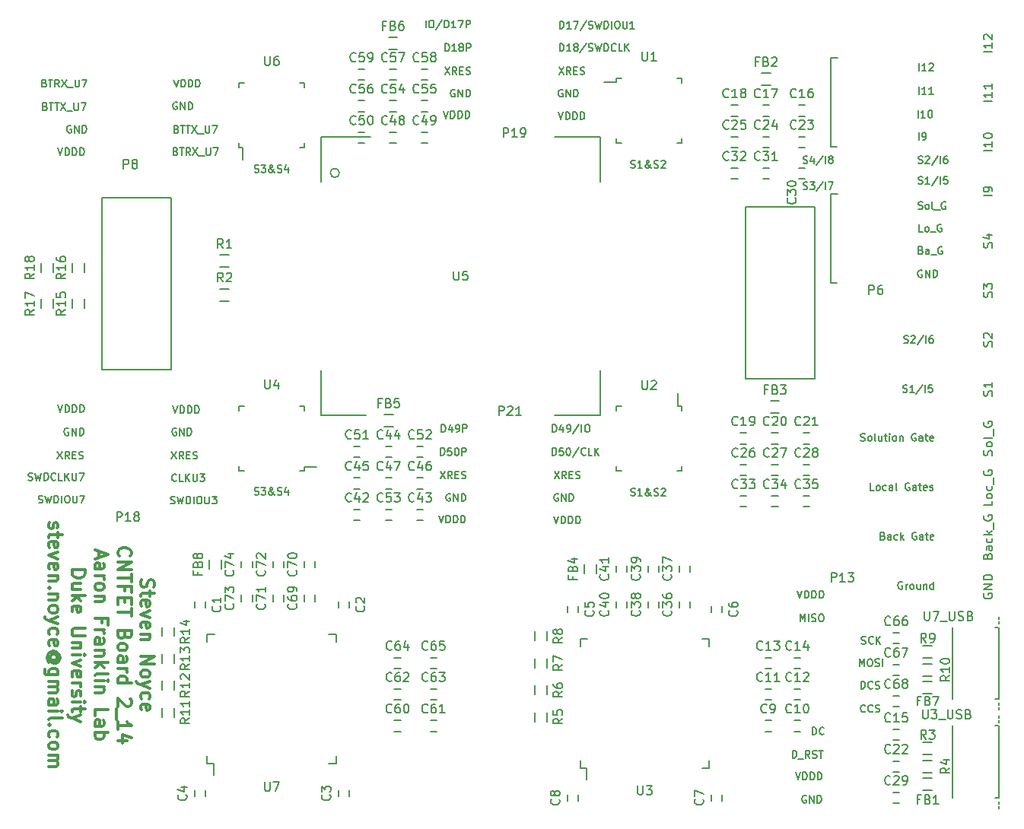
<source format=gbr>
G04 #@! TF.FileFunction,Legend,Top*
%FSLAX46Y46*%
G04 Gerber Fmt 4.6, Leading zero omitted, Abs format (unit mm)*
G04 Created by KiCad (PCBNEW 4.0.5) date Saturday, August 26, 2017 'PMt' 01:35:58 PM*
%MOMM*%
%LPD*%
G01*
G04 APERTURE LIST*
%ADD10C,0.100000*%
%ADD11C,0.300000*%
%ADD12C,0.160000*%
%ADD13C,0.200000*%
%ADD14C,0.150000*%
G04 APERTURE END LIST*
D10*
D11*
X164492857Y-133714286D02*
X164421429Y-133928572D01*
X164421429Y-134285715D01*
X164492857Y-134428572D01*
X164564286Y-134500001D01*
X164707143Y-134571429D01*
X164850000Y-134571429D01*
X164992857Y-134500001D01*
X165064286Y-134428572D01*
X165135714Y-134285715D01*
X165207143Y-134000001D01*
X165278571Y-133857143D01*
X165350000Y-133785715D01*
X165492857Y-133714286D01*
X165635714Y-133714286D01*
X165778571Y-133785715D01*
X165850000Y-133857143D01*
X165921429Y-134000001D01*
X165921429Y-134357143D01*
X165850000Y-134571429D01*
X165421429Y-135000000D02*
X165421429Y-135571429D01*
X165921429Y-135214286D02*
X164635714Y-135214286D01*
X164492857Y-135285714D01*
X164421429Y-135428572D01*
X164421429Y-135571429D01*
X164492857Y-136642857D02*
X164421429Y-136500000D01*
X164421429Y-136214286D01*
X164492857Y-136071429D01*
X164635714Y-136000000D01*
X165207143Y-136000000D01*
X165350000Y-136071429D01*
X165421429Y-136214286D01*
X165421429Y-136500000D01*
X165350000Y-136642857D01*
X165207143Y-136714286D01*
X165064286Y-136714286D01*
X164921429Y-136000000D01*
X165421429Y-137214286D02*
X164421429Y-137571429D01*
X165421429Y-137928571D01*
X164492857Y-139071428D02*
X164421429Y-138928571D01*
X164421429Y-138642857D01*
X164492857Y-138500000D01*
X164635714Y-138428571D01*
X165207143Y-138428571D01*
X165350000Y-138500000D01*
X165421429Y-138642857D01*
X165421429Y-138928571D01*
X165350000Y-139071428D01*
X165207143Y-139142857D01*
X165064286Y-139142857D01*
X164921429Y-138428571D01*
X165421429Y-139785714D02*
X164421429Y-139785714D01*
X165278571Y-139785714D02*
X165350000Y-139857142D01*
X165421429Y-140000000D01*
X165421429Y-140214285D01*
X165350000Y-140357142D01*
X165207143Y-140428571D01*
X164421429Y-140428571D01*
X164421429Y-142285714D02*
X165921429Y-142285714D01*
X164421429Y-143142857D01*
X165921429Y-143142857D01*
X164421429Y-144071429D02*
X164492857Y-143928571D01*
X164564286Y-143857143D01*
X164707143Y-143785714D01*
X165135714Y-143785714D01*
X165278571Y-143857143D01*
X165350000Y-143928571D01*
X165421429Y-144071429D01*
X165421429Y-144285714D01*
X165350000Y-144428571D01*
X165278571Y-144500000D01*
X165135714Y-144571429D01*
X164707143Y-144571429D01*
X164564286Y-144500000D01*
X164492857Y-144428571D01*
X164421429Y-144285714D01*
X164421429Y-144071429D01*
X165421429Y-145071429D02*
X164421429Y-145428572D01*
X165421429Y-145785714D02*
X164421429Y-145428572D01*
X164064286Y-145285714D01*
X163992857Y-145214286D01*
X163921429Y-145071429D01*
X164492857Y-147000000D02*
X164421429Y-146857143D01*
X164421429Y-146571429D01*
X164492857Y-146428571D01*
X164564286Y-146357143D01*
X164707143Y-146285714D01*
X165135714Y-146285714D01*
X165278571Y-146357143D01*
X165350000Y-146428571D01*
X165421429Y-146571429D01*
X165421429Y-146857143D01*
X165350000Y-147000000D01*
X164492857Y-148214285D02*
X164421429Y-148071428D01*
X164421429Y-147785714D01*
X164492857Y-147642857D01*
X164635714Y-147571428D01*
X165207143Y-147571428D01*
X165350000Y-147642857D01*
X165421429Y-147785714D01*
X165421429Y-148071428D01*
X165350000Y-148214285D01*
X165207143Y-148285714D01*
X165064286Y-148285714D01*
X164921429Y-147571428D01*
X162014286Y-131107144D02*
X161942857Y-131035715D01*
X161871429Y-130821429D01*
X161871429Y-130678572D01*
X161942857Y-130464287D01*
X162085714Y-130321429D01*
X162228571Y-130250001D01*
X162514286Y-130178572D01*
X162728571Y-130178572D01*
X163014286Y-130250001D01*
X163157143Y-130321429D01*
X163300000Y-130464287D01*
X163371429Y-130678572D01*
X163371429Y-130821429D01*
X163300000Y-131035715D01*
X163228571Y-131107144D01*
X161871429Y-131750001D02*
X163371429Y-131750001D01*
X161871429Y-132607144D01*
X163371429Y-132607144D01*
X163371429Y-133107144D02*
X163371429Y-133964287D01*
X161871429Y-133535716D02*
X163371429Y-133535716D01*
X162657143Y-134964287D02*
X162657143Y-134464287D01*
X161871429Y-134464287D02*
X163371429Y-134464287D01*
X163371429Y-135178573D01*
X162657143Y-135750001D02*
X162657143Y-136250001D01*
X161871429Y-136464287D02*
X161871429Y-135750001D01*
X163371429Y-135750001D01*
X163371429Y-136464287D01*
X163371429Y-136892858D02*
X163371429Y-137750001D01*
X161871429Y-137321430D02*
X163371429Y-137321430D01*
X162657143Y-139892858D02*
X162585714Y-140107144D01*
X162514286Y-140178572D01*
X162371429Y-140250001D01*
X162157143Y-140250001D01*
X162014286Y-140178572D01*
X161942857Y-140107144D01*
X161871429Y-139964286D01*
X161871429Y-139392858D01*
X163371429Y-139392858D01*
X163371429Y-139892858D01*
X163300000Y-140035715D01*
X163228571Y-140107144D01*
X163085714Y-140178572D01*
X162942857Y-140178572D01*
X162800000Y-140107144D01*
X162728571Y-140035715D01*
X162657143Y-139892858D01*
X162657143Y-139392858D01*
X161871429Y-141107144D02*
X161942857Y-140964286D01*
X162014286Y-140892858D01*
X162157143Y-140821429D01*
X162585714Y-140821429D01*
X162728571Y-140892858D01*
X162800000Y-140964286D01*
X162871429Y-141107144D01*
X162871429Y-141321429D01*
X162800000Y-141464286D01*
X162728571Y-141535715D01*
X162585714Y-141607144D01*
X162157143Y-141607144D01*
X162014286Y-141535715D01*
X161942857Y-141464286D01*
X161871429Y-141321429D01*
X161871429Y-141107144D01*
X161871429Y-142892858D02*
X162657143Y-142892858D01*
X162800000Y-142821429D01*
X162871429Y-142678572D01*
X162871429Y-142392858D01*
X162800000Y-142250001D01*
X161942857Y-142892858D02*
X161871429Y-142750001D01*
X161871429Y-142392858D01*
X161942857Y-142250001D01*
X162085714Y-142178572D01*
X162228571Y-142178572D01*
X162371429Y-142250001D01*
X162442857Y-142392858D01*
X162442857Y-142750001D01*
X162514286Y-142892858D01*
X161871429Y-143607144D02*
X162871429Y-143607144D01*
X162585714Y-143607144D02*
X162728571Y-143678572D01*
X162800000Y-143750001D01*
X162871429Y-143892858D01*
X162871429Y-144035715D01*
X161871429Y-145178572D02*
X163371429Y-145178572D01*
X161942857Y-145178572D02*
X161871429Y-145035715D01*
X161871429Y-144750001D01*
X161942857Y-144607143D01*
X162014286Y-144535715D01*
X162157143Y-144464286D01*
X162585714Y-144464286D01*
X162728571Y-144535715D01*
X162800000Y-144607143D01*
X162871429Y-144750001D01*
X162871429Y-145035715D01*
X162800000Y-145178572D01*
X163228571Y-146964286D02*
X163300000Y-147035715D01*
X163371429Y-147178572D01*
X163371429Y-147535715D01*
X163300000Y-147678572D01*
X163228571Y-147750001D01*
X163085714Y-147821429D01*
X162942857Y-147821429D01*
X162728571Y-147750001D01*
X161871429Y-146892858D01*
X161871429Y-147821429D01*
X161728571Y-148107143D02*
X161728571Y-149250000D01*
X161871429Y-150392857D02*
X161871429Y-149535714D01*
X161871429Y-149964286D02*
X163371429Y-149964286D01*
X163157143Y-149821429D01*
X163014286Y-149678571D01*
X162942857Y-149535714D01*
X162871429Y-151678571D02*
X161871429Y-151678571D01*
X163442857Y-151321428D02*
X162371429Y-150964285D01*
X162371429Y-151892857D01*
X159750000Y-130535714D02*
X159750000Y-131250000D01*
X159321429Y-130392857D02*
X160821429Y-130892857D01*
X159321429Y-131392857D01*
X159321429Y-132535714D02*
X160107143Y-132535714D01*
X160250000Y-132464285D01*
X160321429Y-132321428D01*
X160321429Y-132035714D01*
X160250000Y-131892857D01*
X159392857Y-132535714D02*
X159321429Y-132392857D01*
X159321429Y-132035714D01*
X159392857Y-131892857D01*
X159535714Y-131821428D01*
X159678571Y-131821428D01*
X159821429Y-131892857D01*
X159892857Y-132035714D01*
X159892857Y-132392857D01*
X159964286Y-132535714D01*
X159321429Y-133250000D02*
X160321429Y-133250000D01*
X160035714Y-133250000D02*
X160178571Y-133321428D01*
X160250000Y-133392857D01*
X160321429Y-133535714D01*
X160321429Y-133678571D01*
X159321429Y-134392857D02*
X159392857Y-134249999D01*
X159464286Y-134178571D01*
X159607143Y-134107142D01*
X160035714Y-134107142D01*
X160178571Y-134178571D01*
X160250000Y-134249999D01*
X160321429Y-134392857D01*
X160321429Y-134607142D01*
X160250000Y-134749999D01*
X160178571Y-134821428D01*
X160035714Y-134892857D01*
X159607143Y-134892857D01*
X159464286Y-134821428D01*
X159392857Y-134749999D01*
X159321429Y-134607142D01*
X159321429Y-134392857D01*
X160321429Y-135535714D02*
X159321429Y-135535714D01*
X160178571Y-135535714D02*
X160250000Y-135607142D01*
X160321429Y-135750000D01*
X160321429Y-135964285D01*
X160250000Y-136107142D01*
X160107143Y-136178571D01*
X159321429Y-136178571D01*
X160107143Y-138535714D02*
X160107143Y-138035714D01*
X159321429Y-138035714D02*
X160821429Y-138035714D01*
X160821429Y-138750000D01*
X159321429Y-139321428D02*
X160321429Y-139321428D01*
X160035714Y-139321428D02*
X160178571Y-139392856D01*
X160250000Y-139464285D01*
X160321429Y-139607142D01*
X160321429Y-139749999D01*
X159321429Y-140892856D02*
X160107143Y-140892856D01*
X160250000Y-140821427D01*
X160321429Y-140678570D01*
X160321429Y-140392856D01*
X160250000Y-140249999D01*
X159392857Y-140892856D02*
X159321429Y-140749999D01*
X159321429Y-140392856D01*
X159392857Y-140249999D01*
X159535714Y-140178570D01*
X159678571Y-140178570D01*
X159821429Y-140249999D01*
X159892857Y-140392856D01*
X159892857Y-140749999D01*
X159964286Y-140892856D01*
X160321429Y-141607142D02*
X159321429Y-141607142D01*
X160178571Y-141607142D02*
X160250000Y-141678570D01*
X160321429Y-141821428D01*
X160321429Y-142035713D01*
X160250000Y-142178570D01*
X160107143Y-142249999D01*
X159321429Y-142249999D01*
X159321429Y-142964285D02*
X160821429Y-142964285D01*
X159892857Y-143107142D02*
X159321429Y-143535713D01*
X160321429Y-143535713D02*
X159750000Y-142964285D01*
X159321429Y-144392857D02*
X159392857Y-144249999D01*
X159535714Y-144178571D01*
X160821429Y-144178571D01*
X159321429Y-144964285D02*
X160321429Y-144964285D01*
X160821429Y-144964285D02*
X160750000Y-144892856D01*
X160678571Y-144964285D01*
X160750000Y-145035713D01*
X160821429Y-144964285D01*
X160678571Y-144964285D01*
X160321429Y-145678571D02*
X159321429Y-145678571D01*
X160178571Y-145678571D02*
X160250000Y-145749999D01*
X160321429Y-145892857D01*
X160321429Y-146107142D01*
X160250000Y-146249999D01*
X160107143Y-146321428D01*
X159321429Y-146321428D01*
X159321429Y-148892857D02*
X159321429Y-148178571D01*
X160821429Y-148178571D01*
X159321429Y-150035714D02*
X160107143Y-150035714D01*
X160250000Y-149964285D01*
X160321429Y-149821428D01*
X160321429Y-149535714D01*
X160250000Y-149392857D01*
X159392857Y-150035714D02*
X159321429Y-149892857D01*
X159321429Y-149535714D01*
X159392857Y-149392857D01*
X159535714Y-149321428D01*
X159678571Y-149321428D01*
X159821429Y-149392857D01*
X159892857Y-149535714D01*
X159892857Y-149892857D01*
X159964286Y-150035714D01*
X159321429Y-150750000D02*
X160821429Y-150750000D01*
X160250000Y-150750000D02*
X160321429Y-150892857D01*
X160321429Y-151178571D01*
X160250000Y-151321428D01*
X160178571Y-151392857D01*
X160035714Y-151464286D01*
X159607143Y-151464286D01*
X159464286Y-151392857D01*
X159392857Y-151321428D01*
X159321429Y-151178571D01*
X159321429Y-150892857D01*
X159392857Y-150750000D01*
X156771429Y-132642857D02*
X158271429Y-132642857D01*
X158271429Y-133000000D01*
X158200000Y-133214285D01*
X158057143Y-133357143D01*
X157914286Y-133428571D01*
X157628571Y-133500000D01*
X157414286Y-133500000D01*
X157128571Y-133428571D01*
X156985714Y-133357143D01*
X156842857Y-133214285D01*
X156771429Y-133000000D01*
X156771429Y-132642857D01*
X157771429Y-134785714D02*
X156771429Y-134785714D01*
X157771429Y-134142857D02*
X156985714Y-134142857D01*
X156842857Y-134214285D01*
X156771429Y-134357143D01*
X156771429Y-134571428D01*
X156842857Y-134714285D01*
X156914286Y-134785714D01*
X156771429Y-135500000D02*
X158271429Y-135500000D01*
X157342857Y-135642857D02*
X156771429Y-136071428D01*
X157771429Y-136071428D02*
X157200000Y-135500000D01*
X156842857Y-137285714D02*
X156771429Y-137142857D01*
X156771429Y-136857143D01*
X156842857Y-136714286D01*
X156985714Y-136642857D01*
X157557143Y-136642857D01*
X157700000Y-136714286D01*
X157771429Y-136857143D01*
X157771429Y-137142857D01*
X157700000Y-137285714D01*
X157557143Y-137357143D01*
X157414286Y-137357143D01*
X157271429Y-136642857D01*
X158271429Y-139142857D02*
X157057143Y-139142857D01*
X156914286Y-139214285D01*
X156842857Y-139285714D01*
X156771429Y-139428571D01*
X156771429Y-139714285D01*
X156842857Y-139857143D01*
X156914286Y-139928571D01*
X157057143Y-140000000D01*
X158271429Y-140000000D01*
X157771429Y-140714286D02*
X156771429Y-140714286D01*
X157628571Y-140714286D02*
X157700000Y-140785714D01*
X157771429Y-140928572D01*
X157771429Y-141142857D01*
X157700000Y-141285714D01*
X157557143Y-141357143D01*
X156771429Y-141357143D01*
X156771429Y-142071429D02*
X157771429Y-142071429D01*
X158271429Y-142071429D02*
X158200000Y-142000000D01*
X158128571Y-142071429D01*
X158200000Y-142142857D01*
X158271429Y-142071429D01*
X158128571Y-142071429D01*
X157771429Y-142642858D02*
X156771429Y-143000001D01*
X157771429Y-143357143D01*
X156842857Y-144500000D02*
X156771429Y-144357143D01*
X156771429Y-144071429D01*
X156842857Y-143928572D01*
X156985714Y-143857143D01*
X157557143Y-143857143D01*
X157700000Y-143928572D01*
X157771429Y-144071429D01*
X157771429Y-144357143D01*
X157700000Y-144500000D01*
X157557143Y-144571429D01*
X157414286Y-144571429D01*
X157271429Y-143857143D01*
X156771429Y-145214286D02*
X157771429Y-145214286D01*
X157485714Y-145214286D02*
X157628571Y-145285714D01*
X157700000Y-145357143D01*
X157771429Y-145500000D01*
X157771429Y-145642857D01*
X156842857Y-146071428D02*
X156771429Y-146214285D01*
X156771429Y-146500000D01*
X156842857Y-146642857D01*
X156985714Y-146714285D01*
X157057143Y-146714285D01*
X157200000Y-146642857D01*
X157271429Y-146500000D01*
X157271429Y-146285714D01*
X157342857Y-146142857D01*
X157485714Y-146071428D01*
X157557143Y-146071428D01*
X157700000Y-146142857D01*
X157771429Y-146285714D01*
X157771429Y-146500000D01*
X157700000Y-146642857D01*
X156771429Y-147357143D02*
X157771429Y-147357143D01*
X158271429Y-147357143D02*
X158200000Y-147285714D01*
X158128571Y-147357143D01*
X158200000Y-147428571D01*
X158271429Y-147357143D01*
X158128571Y-147357143D01*
X157771429Y-147857143D02*
X157771429Y-148428572D01*
X158271429Y-148071429D02*
X156985714Y-148071429D01*
X156842857Y-148142857D01*
X156771429Y-148285715D01*
X156771429Y-148428572D01*
X157771429Y-148785715D02*
X156771429Y-149142858D01*
X157771429Y-149500000D02*
X156771429Y-149142858D01*
X156414286Y-149000000D01*
X156342857Y-148928572D01*
X156271429Y-148785715D01*
X154292857Y-127392857D02*
X154221429Y-127535714D01*
X154221429Y-127821429D01*
X154292857Y-127964286D01*
X154435714Y-128035714D01*
X154507143Y-128035714D01*
X154650000Y-127964286D01*
X154721429Y-127821429D01*
X154721429Y-127607143D01*
X154792857Y-127464286D01*
X154935714Y-127392857D01*
X155007143Y-127392857D01*
X155150000Y-127464286D01*
X155221429Y-127607143D01*
X155221429Y-127821429D01*
X155150000Y-127964286D01*
X155221429Y-128464286D02*
X155221429Y-129035715D01*
X155721429Y-128678572D02*
X154435714Y-128678572D01*
X154292857Y-128750000D01*
X154221429Y-128892858D01*
X154221429Y-129035715D01*
X154292857Y-130107143D02*
X154221429Y-129964286D01*
X154221429Y-129678572D01*
X154292857Y-129535715D01*
X154435714Y-129464286D01*
X155007143Y-129464286D01*
X155150000Y-129535715D01*
X155221429Y-129678572D01*
X155221429Y-129964286D01*
X155150000Y-130107143D01*
X155007143Y-130178572D01*
X154864286Y-130178572D01*
X154721429Y-129464286D01*
X155221429Y-130678572D02*
X154221429Y-131035715D01*
X155221429Y-131392857D01*
X154292857Y-132535714D02*
X154221429Y-132392857D01*
X154221429Y-132107143D01*
X154292857Y-131964286D01*
X154435714Y-131892857D01*
X155007143Y-131892857D01*
X155150000Y-131964286D01*
X155221429Y-132107143D01*
X155221429Y-132392857D01*
X155150000Y-132535714D01*
X155007143Y-132607143D01*
X154864286Y-132607143D01*
X154721429Y-131892857D01*
X155221429Y-133250000D02*
X154221429Y-133250000D01*
X155078571Y-133250000D02*
X155150000Y-133321428D01*
X155221429Y-133464286D01*
X155221429Y-133678571D01*
X155150000Y-133821428D01*
X155007143Y-133892857D01*
X154221429Y-133892857D01*
X154364286Y-134607143D02*
X154292857Y-134678571D01*
X154221429Y-134607143D01*
X154292857Y-134535714D01*
X154364286Y-134607143D01*
X154221429Y-134607143D01*
X155221429Y-135321429D02*
X154221429Y-135321429D01*
X155078571Y-135321429D02*
X155150000Y-135392857D01*
X155221429Y-135535715D01*
X155221429Y-135750000D01*
X155150000Y-135892857D01*
X155007143Y-135964286D01*
X154221429Y-135964286D01*
X154221429Y-136892858D02*
X154292857Y-136750000D01*
X154364286Y-136678572D01*
X154507143Y-136607143D01*
X154935714Y-136607143D01*
X155078571Y-136678572D01*
X155150000Y-136750000D01*
X155221429Y-136892858D01*
X155221429Y-137107143D01*
X155150000Y-137250000D01*
X155078571Y-137321429D01*
X154935714Y-137392858D01*
X154507143Y-137392858D01*
X154364286Y-137321429D01*
X154292857Y-137250000D01*
X154221429Y-137107143D01*
X154221429Y-136892858D01*
X155221429Y-137892858D02*
X154221429Y-138250001D01*
X155221429Y-138607143D02*
X154221429Y-138250001D01*
X153864286Y-138107143D01*
X153792857Y-138035715D01*
X153721429Y-137892858D01*
X154292857Y-139821429D02*
X154221429Y-139678572D01*
X154221429Y-139392858D01*
X154292857Y-139250000D01*
X154364286Y-139178572D01*
X154507143Y-139107143D01*
X154935714Y-139107143D01*
X155078571Y-139178572D01*
X155150000Y-139250000D01*
X155221429Y-139392858D01*
X155221429Y-139678572D01*
X155150000Y-139821429D01*
X154292857Y-141035714D02*
X154221429Y-140892857D01*
X154221429Y-140607143D01*
X154292857Y-140464286D01*
X154435714Y-140392857D01*
X155007143Y-140392857D01*
X155150000Y-140464286D01*
X155221429Y-140607143D01*
X155221429Y-140892857D01*
X155150000Y-141035714D01*
X155007143Y-141107143D01*
X154864286Y-141107143D01*
X154721429Y-140392857D01*
X154935714Y-142678571D02*
X155007143Y-142607143D01*
X155078571Y-142464286D01*
X155078571Y-142321428D01*
X155007143Y-142178571D01*
X154935714Y-142107143D01*
X154792857Y-142035714D01*
X154650000Y-142035714D01*
X154507143Y-142107143D01*
X154435714Y-142178571D01*
X154364286Y-142321428D01*
X154364286Y-142464286D01*
X154435714Y-142607143D01*
X154507143Y-142678571D01*
X155078571Y-142678571D02*
X154507143Y-142678571D01*
X154435714Y-142750000D01*
X154435714Y-142821428D01*
X154507143Y-142964286D01*
X154650000Y-143035714D01*
X155007143Y-143035714D01*
X155221429Y-142892857D01*
X155364286Y-142678571D01*
X155435714Y-142392857D01*
X155364286Y-142107143D01*
X155221429Y-141892857D01*
X155007143Y-141750000D01*
X154721429Y-141678571D01*
X154435714Y-141750000D01*
X154221429Y-141892857D01*
X154078571Y-142107143D01*
X154007143Y-142392857D01*
X154078571Y-142678571D01*
X154221429Y-142892857D01*
X155221429Y-144321428D02*
X154007143Y-144321428D01*
X153864286Y-144249999D01*
X153792857Y-144178571D01*
X153721429Y-144035714D01*
X153721429Y-143821428D01*
X153792857Y-143678571D01*
X154292857Y-144321428D02*
X154221429Y-144178571D01*
X154221429Y-143892857D01*
X154292857Y-143749999D01*
X154364286Y-143678571D01*
X154507143Y-143607142D01*
X154935714Y-143607142D01*
X155078571Y-143678571D01*
X155150000Y-143749999D01*
X155221429Y-143892857D01*
X155221429Y-144178571D01*
X155150000Y-144321428D01*
X154221429Y-145035714D02*
X155221429Y-145035714D01*
X155078571Y-145035714D02*
X155150000Y-145107142D01*
X155221429Y-145250000D01*
X155221429Y-145464285D01*
X155150000Y-145607142D01*
X155007143Y-145678571D01*
X154221429Y-145678571D01*
X155007143Y-145678571D02*
X155150000Y-145750000D01*
X155221429Y-145892857D01*
X155221429Y-146107142D01*
X155150000Y-146250000D01*
X155007143Y-146321428D01*
X154221429Y-146321428D01*
X154221429Y-147678571D02*
X155007143Y-147678571D01*
X155150000Y-147607142D01*
X155221429Y-147464285D01*
X155221429Y-147178571D01*
X155150000Y-147035714D01*
X154292857Y-147678571D02*
X154221429Y-147535714D01*
X154221429Y-147178571D01*
X154292857Y-147035714D01*
X154435714Y-146964285D01*
X154578571Y-146964285D01*
X154721429Y-147035714D01*
X154792857Y-147178571D01*
X154792857Y-147535714D01*
X154864286Y-147678571D01*
X154221429Y-148392857D02*
X155221429Y-148392857D01*
X155721429Y-148392857D02*
X155650000Y-148321428D01*
X155578571Y-148392857D01*
X155650000Y-148464285D01*
X155721429Y-148392857D01*
X155578571Y-148392857D01*
X154221429Y-149321429D02*
X154292857Y-149178571D01*
X154435714Y-149107143D01*
X155721429Y-149107143D01*
X154364286Y-149892857D02*
X154292857Y-149964285D01*
X154221429Y-149892857D01*
X154292857Y-149821428D01*
X154364286Y-149892857D01*
X154221429Y-149892857D01*
X154292857Y-151250000D02*
X154221429Y-151107143D01*
X154221429Y-150821429D01*
X154292857Y-150678571D01*
X154364286Y-150607143D01*
X154507143Y-150535714D01*
X154935714Y-150535714D01*
X155078571Y-150607143D01*
X155150000Y-150678571D01*
X155221429Y-150821429D01*
X155221429Y-151107143D01*
X155150000Y-151250000D01*
X154221429Y-152107143D02*
X154292857Y-151964285D01*
X154364286Y-151892857D01*
X154507143Y-151821428D01*
X154935714Y-151821428D01*
X155078571Y-151892857D01*
X155150000Y-151964285D01*
X155221429Y-152107143D01*
X155221429Y-152321428D01*
X155150000Y-152464285D01*
X155078571Y-152535714D01*
X154935714Y-152607143D01*
X154507143Y-152607143D01*
X154364286Y-152535714D01*
X154292857Y-152464285D01*
X154221429Y-152321428D01*
X154221429Y-152107143D01*
X154221429Y-153250000D02*
X155221429Y-153250000D01*
X155078571Y-153250000D02*
X155150000Y-153321428D01*
X155221429Y-153464286D01*
X155221429Y-153678571D01*
X155150000Y-153821428D01*
X155007143Y-153892857D01*
X154221429Y-153892857D01*
X155007143Y-153892857D02*
X155150000Y-153964286D01*
X155221429Y-154107143D01*
X155221429Y-154321428D01*
X155150000Y-154464286D01*
X155007143Y-154535714D01*
X154221429Y-154535714D01*
D12*
X249360000Y-107331905D02*
X249477143Y-107370952D01*
X249672381Y-107370952D01*
X249750477Y-107331905D01*
X249789524Y-107292857D01*
X249828572Y-107214762D01*
X249828572Y-107136667D01*
X249789524Y-107058571D01*
X249750477Y-107019524D01*
X249672381Y-106980476D01*
X249516191Y-106941429D01*
X249438096Y-106902381D01*
X249399048Y-106863333D01*
X249360000Y-106785238D01*
X249360000Y-106707143D01*
X249399048Y-106629048D01*
X249438096Y-106590000D01*
X249516191Y-106550952D01*
X249711429Y-106550952D01*
X249828572Y-106590000D01*
X250140952Y-106629048D02*
X250180000Y-106590000D01*
X250258095Y-106550952D01*
X250453333Y-106550952D01*
X250531429Y-106590000D01*
X250570476Y-106629048D01*
X250609524Y-106707143D01*
X250609524Y-106785238D01*
X250570476Y-106902381D01*
X250101905Y-107370952D01*
X250609524Y-107370952D01*
X251546666Y-106511905D02*
X250843809Y-107566190D01*
X251820000Y-107370952D02*
X251820000Y-106550952D01*
X252561905Y-106550952D02*
X252405714Y-106550952D01*
X252327619Y-106590000D01*
X252288571Y-106629048D01*
X252210476Y-106746190D01*
X252171428Y-106902381D01*
X252171428Y-107214762D01*
X252210476Y-107292857D01*
X252249524Y-107331905D01*
X252327619Y-107370952D01*
X252483809Y-107370952D01*
X252561905Y-107331905D01*
X252600952Y-107292857D01*
X252640000Y-107214762D01*
X252640000Y-107019524D01*
X252600952Y-106941429D01*
X252561905Y-106902381D01*
X252483809Y-106863333D01*
X252327619Y-106863333D01*
X252249524Y-106902381D01*
X252210476Y-106941429D01*
X252171428Y-107019524D01*
X249260000Y-112831905D02*
X249377143Y-112870952D01*
X249572381Y-112870952D01*
X249650477Y-112831905D01*
X249689524Y-112792857D01*
X249728572Y-112714762D01*
X249728572Y-112636667D01*
X249689524Y-112558571D01*
X249650477Y-112519524D01*
X249572381Y-112480476D01*
X249416191Y-112441429D01*
X249338096Y-112402381D01*
X249299048Y-112363333D01*
X249260000Y-112285238D01*
X249260000Y-112207143D01*
X249299048Y-112129048D01*
X249338096Y-112090000D01*
X249416191Y-112050952D01*
X249611429Y-112050952D01*
X249728572Y-112090000D01*
X250509524Y-112870952D02*
X250040952Y-112870952D01*
X250275238Y-112870952D02*
X250275238Y-112050952D01*
X250197143Y-112168095D01*
X250119048Y-112246190D01*
X250040952Y-112285238D01*
X251446666Y-112011905D02*
X250743809Y-113066190D01*
X251720000Y-112870952D02*
X251720000Y-112050952D01*
X252500952Y-112050952D02*
X252110476Y-112050952D01*
X252071428Y-112441429D01*
X252110476Y-112402381D01*
X252188571Y-112363333D01*
X252383809Y-112363333D01*
X252461905Y-112402381D01*
X252500952Y-112441429D01*
X252540000Y-112519524D01*
X252540000Y-112714762D01*
X252500952Y-112792857D01*
X252461905Y-112831905D01*
X252383809Y-112870952D01*
X252188571Y-112870952D01*
X252110476Y-112831905D01*
X252071428Y-112792857D01*
X244558571Y-118231905D02*
X244675714Y-118270952D01*
X244870952Y-118270952D01*
X244949048Y-118231905D01*
X244988095Y-118192857D01*
X245027143Y-118114762D01*
X245027143Y-118036667D01*
X244988095Y-117958571D01*
X244949048Y-117919524D01*
X244870952Y-117880476D01*
X244714762Y-117841429D01*
X244636667Y-117802381D01*
X244597619Y-117763333D01*
X244558571Y-117685238D01*
X244558571Y-117607143D01*
X244597619Y-117529048D01*
X244636667Y-117490000D01*
X244714762Y-117450952D01*
X244910000Y-117450952D01*
X245027143Y-117490000D01*
X245495714Y-118270952D02*
X245417619Y-118231905D01*
X245378571Y-118192857D01*
X245339523Y-118114762D01*
X245339523Y-117880476D01*
X245378571Y-117802381D01*
X245417619Y-117763333D01*
X245495714Y-117724286D01*
X245612857Y-117724286D01*
X245690952Y-117763333D01*
X245730000Y-117802381D01*
X245769047Y-117880476D01*
X245769047Y-118114762D01*
X245730000Y-118192857D01*
X245690952Y-118231905D01*
X245612857Y-118270952D01*
X245495714Y-118270952D01*
X246237619Y-118270952D02*
X246159524Y-118231905D01*
X246120476Y-118153810D01*
X246120476Y-117450952D01*
X246901429Y-117724286D02*
X246901429Y-118270952D01*
X246550000Y-117724286D02*
X246550000Y-118153810D01*
X246589048Y-118231905D01*
X246667143Y-118270952D01*
X246784286Y-118270952D01*
X246862381Y-118231905D01*
X246901429Y-118192857D01*
X247174762Y-117724286D02*
X247487143Y-117724286D01*
X247291905Y-117450952D02*
X247291905Y-118153810D01*
X247330953Y-118231905D01*
X247409048Y-118270952D01*
X247487143Y-118270952D01*
X247760476Y-118270952D02*
X247760476Y-117724286D01*
X247760476Y-117450952D02*
X247721428Y-117490000D01*
X247760476Y-117529048D01*
X247799524Y-117490000D01*
X247760476Y-117450952D01*
X247760476Y-117529048D01*
X248268095Y-118270952D02*
X248190000Y-118231905D01*
X248150952Y-118192857D01*
X248111904Y-118114762D01*
X248111904Y-117880476D01*
X248150952Y-117802381D01*
X248190000Y-117763333D01*
X248268095Y-117724286D01*
X248385238Y-117724286D01*
X248463333Y-117763333D01*
X248502381Y-117802381D01*
X248541428Y-117880476D01*
X248541428Y-118114762D01*
X248502381Y-118192857D01*
X248463333Y-118231905D01*
X248385238Y-118270952D01*
X248268095Y-118270952D01*
X248892857Y-117724286D02*
X248892857Y-118270952D01*
X248892857Y-117802381D02*
X248931905Y-117763333D01*
X249010000Y-117724286D01*
X249127143Y-117724286D01*
X249205238Y-117763333D01*
X249244286Y-117841429D01*
X249244286Y-118270952D01*
X250689048Y-117490000D02*
X250610953Y-117450952D01*
X250493810Y-117450952D01*
X250376667Y-117490000D01*
X250298572Y-117568095D01*
X250259524Y-117646190D01*
X250220476Y-117802381D01*
X250220476Y-117919524D01*
X250259524Y-118075714D01*
X250298572Y-118153810D01*
X250376667Y-118231905D01*
X250493810Y-118270952D01*
X250571905Y-118270952D01*
X250689048Y-118231905D01*
X250728096Y-118192857D01*
X250728096Y-117919524D01*
X250571905Y-117919524D01*
X251430953Y-118270952D02*
X251430953Y-117841429D01*
X251391905Y-117763333D01*
X251313810Y-117724286D01*
X251157619Y-117724286D01*
X251079524Y-117763333D01*
X251430953Y-118231905D02*
X251352857Y-118270952D01*
X251157619Y-118270952D01*
X251079524Y-118231905D01*
X251040476Y-118153810D01*
X251040476Y-118075714D01*
X251079524Y-117997619D01*
X251157619Y-117958571D01*
X251352857Y-117958571D01*
X251430953Y-117919524D01*
X251704286Y-117724286D02*
X252016667Y-117724286D01*
X251821429Y-117450952D02*
X251821429Y-118153810D01*
X251860477Y-118231905D01*
X251938572Y-118270952D01*
X252016667Y-118270952D01*
X252602381Y-118231905D02*
X252524286Y-118270952D01*
X252368095Y-118270952D01*
X252290000Y-118231905D01*
X252250952Y-118153810D01*
X252250952Y-117841429D01*
X252290000Y-117763333D01*
X252368095Y-117724286D01*
X252524286Y-117724286D01*
X252602381Y-117763333D01*
X252641429Y-117841429D01*
X252641429Y-117919524D01*
X252250952Y-117997619D01*
X246034761Y-123770952D02*
X245644285Y-123770952D01*
X245644285Y-122950952D01*
X246425238Y-123770952D02*
X246347143Y-123731905D01*
X246308095Y-123692857D01*
X246269047Y-123614762D01*
X246269047Y-123380476D01*
X246308095Y-123302381D01*
X246347143Y-123263333D01*
X246425238Y-123224286D01*
X246542381Y-123224286D01*
X246620476Y-123263333D01*
X246659524Y-123302381D01*
X246698571Y-123380476D01*
X246698571Y-123614762D01*
X246659524Y-123692857D01*
X246620476Y-123731905D01*
X246542381Y-123770952D01*
X246425238Y-123770952D01*
X247401429Y-123731905D02*
X247323333Y-123770952D01*
X247167143Y-123770952D01*
X247089048Y-123731905D01*
X247050000Y-123692857D01*
X247010952Y-123614762D01*
X247010952Y-123380476D01*
X247050000Y-123302381D01*
X247089048Y-123263333D01*
X247167143Y-123224286D01*
X247323333Y-123224286D01*
X247401429Y-123263333D01*
X248104286Y-123770952D02*
X248104286Y-123341429D01*
X248065238Y-123263333D01*
X247987143Y-123224286D01*
X247830952Y-123224286D01*
X247752857Y-123263333D01*
X248104286Y-123731905D02*
X248026190Y-123770952D01*
X247830952Y-123770952D01*
X247752857Y-123731905D01*
X247713809Y-123653810D01*
X247713809Y-123575714D01*
X247752857Y-123497619D01*
X247830952Y-123458571D01*
X248026190Y-123458571D01*
X248104286Y-123419524D01*
X248611905Y-123770952D02*
X248533810Y-123731905D01*
X248494762Y-123653810D01*
X248494762Y-122950952D01*
X249978572Y-122990000D02*
X249900477Y-122950952D01*
X249783334Y-122950952D01*
X249666191Y-122990000D01*
X249588096Y-123068095D01*
X249549048Y-123146190D01*
X249510000Y-123302381D01*
X249510000Y-123419524D01*
X249549048Y-123575714D01*
X249588096Y-123653810D01*
X249666191Y-123731905D01*
X249783334Y-123770952D01*
X249861429Y-123770952D01*
X249978572Y-123731905D01*
X250017620Y-123692857D01*
X250017620Y-123419524D01*
X249861429Y-123419524D01*
X250720477Y-123770952D02*
X250720477Y-123341429D01*
X250681429Y-123263333D01*
X250603334Y-123224286D01*
X250447143Y-123224286D01*
X250369048Y-123263333D01*
X250720477Y-123731905D02*
X250642381Y-123770952D01*
X250447143Y-123770952D01*
X250369048Y-123731905D01*
X250330000Y-123653810D01*
X250330000Y-123575714D01*
X250369048Y-123497619D01*
X250447143Y-123458571D01*
X250642381Y-123458571D01*
X250720477Y-123419524D01*
X250993810Y-123224286D02*
X251306191Y-123224286D01*
X251110953Y-122950952D02*
X251110953Y-123653810D01*
X251150001Y-123731905D01*
X251228096Y-123770952D01*
X251306191Y-123770952D01*
X251891905Y-123731905D02*
X251813810Y-123770952D01*
X251657619Y-123770952D01*
X251579524Y-123731905D01*
X251540476Y-123653810D01*
X251540476Y-123341429D01*
X251579524Y-123263333D01*
X251657619Y-123224286D01*
X251813810Y-123224286D01*
X251891905Y-123263333D01*
X251930953Y-123341429D01*
X251930953Y-123419524D01*
X251540476Y-123497619D01*
X252243333Y-123731905D02*
X252321429Y-123770952D01*
X252477619Y-123770952D01*
X252555714Y-123731905D01*
X252594762Y-123653810D01*
X252594762Y-123614762D01*
X252555714Y-123536667D01*
X252477619Y-123497619D01*
X252360476Y-123497619D01*
X252282381Y-123458571D01*
X252243333Y-123380476D01*
X252243333Y-123341429D01*
X252282381Y-123263333D01*
X252360476Y-123224286D01*
X252477619Y-123224286D01*
X252555714Y-123263333D01*
X247025238Y-128841429D02*
X247142381Y-128880476D01*
X247181429Y-128919524D01*
X247220477Y-128997619D01*
X247220477Y-129114762D01*
X247181429Y-129192857D01*
X247142381Y-129231905D01*
X247064286Y-129270952D01*
X246751905Y-129270952D01*
X246751905Y-128450952D01*
X247025238Y-128450952D01*
X247103334Y-128490000D01*
X247142381Y-128529048D01*
X247181429Y-128607143D01*
X247181429Y-128685238D01*
X247142381Y-128763333D01*
X247103334Y-128802381D01*
X247025238Y-128841429D01*
X246751905Y-128841429D01*
X247923334Y-129270952D02*
X247923334Y-128841429D01*
X247884286Y-128763333D01*
X247806191Y-128724286D01*
X247650000Y-128724286D01*
X247571905Y-128763333D01*
X247923334Y-129231905D02*
X247845238Y-129270952D01*
X247650000Y-129270952D01*
X247571905Y-129231905D01*
X247532857Y-129153810D01*
X247532857Y-129075714D01*
X247571905Y-128997619D01*
X247650000Y-128958571D01*
X247845238Y-128958571D01*
X247923334Y-128919524D01*
X248665239Y-129231905D02*
X248587143Y-129270952D01*
X248430953Y-129270952D01*
X248352858Y-129231905D01*
X248313810Y-129192857D01*
X248274762Y-129114762D01*
X248274762Y-128880476D01*
X248313810Y-128802381D01*
X248352858Y-128763333D01*
X248430953Y-128724286D01*
X248587143Y-128724286D01*
X248665239Y-128763333D01*
X249016667Y-129270952D02*
X249016667Y-128450952D01*
X249094762Y-128958571D02*
X249329048Y-129270952D01*
X249329048Y-128724286D02*
X249016667Y-129036667D01*
X250734763Y-128490000D02*
X250656668Y-128450952D01*
X250539525Y-128450952D01*
X250422382Y-128490000D01*
X250344287Y-128568095D01*
X250305239Y-128646190D01*
X250266191Y-128802381D01*
X250266191Y-128919524D01*
X250305239Y-129075714D01*
X250344287Y-129153810D01*
X250422382Y-129231905D01*
X250539525Y-129270952D01*
X250617620Y-129270952D01*
X250734763Y-129231905D01*
X250773811Y-129192857D01*
X250773811Y-128919524D01*
X250617620Y-128919524D01*
X251476668Y-129270952D02*
X251476668Y-128841429D01*
X251437620Y-128763333D01*
X251359525Y-128724286D01*
X251203334Y-128724286D01*
X251125239Y-128763333D01*
X251476668Y-129231905D02*
X251398572Y-129270952D01*
X251203334Y-129270952D01*
X251125239Y-129231905D01*
X251086191Y-129153810D01*
X251086191Y-129075714D01*
X251125239Y-128997619D01*
X251203334Y-128958571D01*
X251398572Y-128958571D01*
X251476668Y-128919524D01*
X251750001Y-128724286D02*
X252062382Y-128724286D01*
X251867144Y-128450952D02*
X251867144Y-129153810D01*
X251906192Y-129231905D01*
X251984287Y-129270952D01*
X252062382Y-129270952D01*
X252648096Y-129231905D02*
X252570001Y-129270952D01*
X252413810Y-129270952D01*
X252335715Y-129231905D01*
X252296667Y-129153810D01*
X252296667Y-128841429D01*
X252335715Y-128763333D01*
X252413810Y-128724286D01*
X252570001Y-128724286D01*
X252648096Y-128763333D01*
X252687144Y-128841429D01*
X252687144Y-128919524D01*
X252296667Y-128997619D01*
X249177143Y-133990000D02*
X249099048Y-133950952D01*
X248981905Y-133950952D01*
X248864762Y-133990000D01*
X248786667Y-134068095D01*
X248747619Y-134146190D01*
X248708571Y-134302381D01*
X248708571Y-134419524D01*
X248747619Y-134575714D01*
X248786667Y-134653810D01*
X248864762Y-134731905D01*
X248981905Y-134770952D01*
X249060000Y-134770952D01*
X249177143Y-134731905D01*
X249216191Y-134692857D01*
X249216191Y-134419524D01*
X249060000Y-134419524D01*
X249567619Y-134770952D02*
X249567619Y-134224286D01*
X249567619Y-134380476D02*
X249606667Y-134302381D01*
X249645714Y-134263333D01*
X249723810Y-134224286D01*
X249801905Y-134224286D01*
X250192381Y-134770952D02*
X250114286Y-134731905D01*
X250075238Y-134692857D01*
X250036190Y-134614762D01*
X250036190Y-134380476D01*
X250075238Y-134302381D01*
X250114286Y-134263333D01*
X250192381Y-134224286D01*
X250309524Y-134224286D01*
X250387619Y-134263333D01*
X250426667Y-134302381D01*
X250465714Y-134380476D01*
X250465714Y-134614762D01*
X250426667Y-134692857D01*
X250387619Y-134731905D01*
X250309524Y-134770952D01*
X250192381Y-134770952D01*
X251168572Y-134224286D02*
X251168572Y-134770952D01*
X250817143Y-134224286D02*
X250817143Y-134653810D01*
X250856191Y-134731905D01*
X250934286Y-134770952D01*
X251051429Y-134770952D01*
X251129524Y-134731905D01*
X251168572Y-134692857D01*
X251559048Y-134224286D02*
X251559048Y-134770952D01*
X251559048Y-134302381D02*
X251598096Y-134263333D01*
X251676191Y-134224286D01*
X251793334Y-134224286D01*
X251871429Y-134263333D01*
X251910477Y-134341429D01*
X251910477Y-134770952D01*
X252652382Y-134770952D02*
X252652382Y-133950952D01*
X252652382Y-134731905D02*
X252574286Y-134770952D01*
X252418096Y-134770952D01*
X252340001Y-134731905D01*
X252300953Y-134692857D01*
X252261905Y-134614762D01*
X252261905Y-134380476D01*
X252300953Y-134302381D01*
X252340001Y-134263333D01*
X252418096Y-134224286D01*
X252574286Y-134224286D01*
X252652382Y-134263333D01*
X177086667Y-88331905D02*
X177203810Y-88370952D01*
X177399048Y-88370952D01*
X177477144Y-88331905D01*
X177516191Y-88292857D01*
X177555239Y-88214762D01*
X177555239Y-88136667D01*
X177516191Y-88058571D01*
X177477144Y-88019524D01*
X177399048Y-87980476D01*
X177242858Y-87941429D01*
X177164763Y-87902381D01*
X177125715Y-87863333D01*
X177086667Y-87785238D01*
X177086667Y-87707143D01*
X177125715Y-87629048D01*
X177164763Y-87590000D01*
X177242858Y-87550952D01*
X177438096Y-87550952D01*
X177555239Y-87590000D01*
X177828572Y-87550952D02*
X178336191Y-87550952D01*
X178062858Y-87863333D01*
X178180000Y-87863333D01*
X178258096Y-87902381D01*
X178297143Y-87941429D01*
X178336191Y-88019524D01*
X178336191Y-88214762D01*
X178297143Y-88292857D01*
X178258096Y-88331905D01*
X178180000Y-88370952D01*
X177945715Y-88370952D01*
X177867619Y-88331905D01*
X177828572Y-88292857D01*
X179351429Y-88370952D02*
X179312381Y-88370952D01*
X179234286Y-88331905D01*
X179117143Y-88214762D01*
X178921905Y-87980476D01*
X178843810Y-87863333D01*
X178804762Y-87746190D01*
X178804762Y-87668095D01*
X178843810Y-87590000D01*
X178921905Y-87550952D01*
X178960952Y-87550952D01*
X179039048Y-87590000D01*
X179078095Y-87668095D01*
X179078095Y-87707143D01*
X179039048Y-87785238D01*
X179000000Y-87824286D01*
X178765714Y-87980476D01*
X178726667Y-88019524D01*
X178687619Y-88097619D01*
X178687619Y-88214762D01*
X178726667Y-88292857D01*
X178765714Y-88331905D01*
X178843810Y-88370952D01*
X178960952Y-88370952D01*
X179039048Y-88331905D01*
X179078095Y-88292857D01*
X179195238Y-88136667D01*
X179234286Y-88019524D01*
X179234286Y-87941429D01*
X179663809Y-88331905D02*
X179780952Y-88370952D01*
X179976190Y-88370952D01*
X180054286Y-88331905D01*
X180093333Y-88292857D01*
X180132381Y-88214762D01*
X180132381Y-88136667D01*
X180093333Y-88058571D01*
X180054286Y-88019524D01*
X179976190Y-87980476D01*
X179820000Y-87941429D01*
X179741905Y-87902381D01*
X179702857Y-87863333D01*
X179663809Y-87785238D01*
X179663809Y-87707143D01*
X179702857Y-87629048D01*
X179741905Y-87590000D01*
X179820000Y-87550952D01*
X180015238Y-87550952D01*
X180132381Y-87590000D01*
X180835238Y-87824286D02*
X180835238Y-88370952D01*
X180640000Y-87511905D02*
X180444761Y-88097619D01*
X180952381Y-88097619D01*
X177086667Y-124231905D02*
X177203810Y-124270952D01*
X177399048Y-124270952D01*
X177477144Y-124231905D01*
X177516191Y-124192857D01*
X177555239Y-124114762D01*
X177555239Y-124036667D01*
X177516191Y-123958571D01*
X177477144Y-123919524D01*
X177399048Y-123880476D01*
X177242858Y-123841429D01*
X177164763Y-123802381D01*
X177125715Y-123763333D01*
X177086667Y-123685238D01*
X177086667Y-123607143D01*
X177125715Y-123529048D01*
X177164763Y-123490000D01*
X177242858Y-123450952D01*
X177438096Y-123450952D01*
X177555239Y-123490000D01*
X177828572Y-123450952D02*
X178336191Y-123450952D01*
X178062858Y-123763333D01*
X178180000Y-123763333D01*
X178258096Y-123802381D01*
X178297143Y-123841429D01*
X178336191Y-123919524D01*
X178336191Y-124114762D01*
X178297143Y-124192857D01*
X178258096Y-124231905D01*
X178180000Y-124270952D01*
X177945715Y-124270952D01*
X177867619Y-124231905D01*
X177828572Y-124192857D01*
X179351429Y-124270952D02*
X179312381Y-124270952D01*
X179234286Y-124231905D01*
X179117143Y-124114762D01*
X178921905Y-123880476D01*
X178843810Y-123763333D01*
X178804762Y-123646190D01*
X178804762Y-123568095D01*
X178843810Y-123490000D01*
X178921905Y-123450952D01*
X178960952Y-123450952D01*
X179039048Y-123490000D01*
X179078095Y-123568095D01*
X179078095Y-123607143D01*
X179039048Y-123685238D01*
X179000000Y-123724286D01*
X178765714Y-123880476D01*
X178726667Y-123919524D01*
X178687619Y-123997619D01*
X178687619Y-124114762D01*
X178726667Y-124192857D01*
X178765714Y-124231905D01*
X178843810Y-124270952D01*
X178960952Y-124270952D01*
X179039048Y-124231905D01*
X179078095Y-124192857D01*
X179195238Y-124036667D01*
X179234286Y-123919524D01*
X179234286Y-123841429D01*
X179663809Y-124231905D02*
X179780952Y-124270952D01*
X179976190Y-124270952D01*
X180054286Y-124231905D01*
X180093333Y-124192857D01*
X180132381Y-124114762D01*
X180132381Y-124036667D01*
X180093333Y-123958571D01*
X180054286Y-123919524D01*
X179976190Y-123880476D01*
X179820000Y-123841429D01*
X179741905Y-123802381D01*
X179702857Y-123763333D01*
X179663809Y-123685238D01*
X179663809Y-123607143D01*
X179702857Y-123529048D01*
X179741905Y-123490000D01*
X179820000Y-123450952D01*
X180015238Y-123450952D01*
X180132381Y-123490000D01*
X180835238Y-123724286D02*
X180835238Y-124270952D01*
X180640000Y-123411905D02*
X180444761Y-123997619D01*
X180952381Y-123997619D01*
X218986667Y-124331905D02*
X219103810Y-124370952D01*
X219299048Y-124370952D01*
X219377144Y-124331905D01*
X219416191Y-124292857D01*
X219455239Y-124214762D01*
X219455239Y-124136667D01*
X219416191Y-124058571D01*
X219377144Y-124019524D01*
X219299048Y-123980476D01*
X219142858Y-123941429D01*
X219064763Y-123902381D01*
X219025715Y-123863333D01*
X218986667Y-123785238D01*
X218986667Y-123707143D01*
X219025715Y-123629048D01*
X219064763Y-123590000D01*
X219142858Y-123550952D01*
X219338096Y-123550952D01*
X219455239Y-123590000D01*
X220236191Y-124370952D02*
X219767619Y-124370952D01*
X220001905Y-124370952D02*
X220001905Y-123550952D01*
X219923810Y-123668095D01*
X219845715Y-123746190D01*
X219767619Y-123785238D01*
X221251429Y-124370952D02*
X221212381Y-124370952D01*
X221134286Y-124331905D01*
X221017143Y-124214762D01*
X220821905Y-123980476D01*
X220743810Y-123863333D01*
X220704762Y-123746190D01*
X220704762Y-123668095D01*
X220743810Y-123590000D01*
X220821905Y-123550952D01*
X220860952Y-123550952D01*
X220939048Y-123590000D01*
X220978095Y-123668095D01*
X220978095Y-123707143D01*
X220939048Y-123785238D01*
X220900000Y-123824286D01*
X220665714Y-123980476D01*
X220626667Y-124019524D01*
X220587619Y-124097619D01*
X220587619Y-124214762D01*
X220626667Y-124292857D01*
X220665714Y-124331905D01*
X220743810Y-124370952D01*
X220860952Y-124370952D01*
X220939048Y-124331905D01*
X220978095Y-124292857D01*
X221095238Y-124136667D01*
X221134286Y-124019524D01*
X221134286Y-123941429D01*
X221563809Y-124331905D02*
X221680952Y-124370952D01*
X221876190Y-124370952D01*
X221954286Y-124331905D01*
X221993333Y-124292857D01*
X222032381Y-124214762D01*
X222032381Y-124136667D01*
X221993333Y-124058571D01*
X221954286Y-124019524D01*
X221876190Y-123980476D01*
X221720000Y-123941429D01*
X221641905Y-123902381D01*
X221602857Y-123863333D01*
X221563809Y-123785238D01*
X221563809Y-123707143D01*
X221602857Y-123629048D01*
X221641905Y-123590000D01*
X221720000Y-123550952D01*
X221915238Y-123550952D01*
X222032381Y-123590000D01*
X222344761Y-123629048D02*
X222383809Y-123590000D01*
X222461904Y-123550952D01*
X222657142Y-123550952D01*
X222735238Y-123590000D01*
X222774285Y-123629048D01*
X222813333Y-123707143D01*
X222813333Y-123785238D01*
X222774285Y-123902381D01*
X222305714Y-124370952D01*
X222813333Y-124370952D01*
X218986667Y-87831905D02*
X219103810Y-87870952D01*
X219299048Y-87870952D01*
X219377144Y-87831905D01*
X219416191Y-87792857D01*
X219455239Y-87714762D01*
X219455239Y-87636667D01*
X219416191Y-87558571D01*
X219377144Y-87519524D01*
X219299048Y-87480476D01*
X219142858Y-87441429D01*
X219064763Y-87402381D01*
X219025715Y-87363333D01*
X218986667Y-87285238D01*
X218986667Y-87207143D01*
X219025715Y-87129048D01*
X219064763Y-87090000D01*
X219142858Y-87050952D01*
X219338096Y-87050952D01*
X219455239Y-87090000D01*
X220236191Y-87870952D02*
X219767619Y-87870952D01*
X220001905Y-87870952D02*
X220001905Y-87050952D01*
X219923810Y-87168095D01*
X219845715Y-87246190D01*
X219767619Y-87285238D01*
X221251429Y-87870952D02*
X221212381Y-87870952D01*
X221134286Y-87831905D01*
X221017143Y-87714762D01*
X220821905Y-87480476D01*
X220743810Y-87363333D01*
X220704762Y-87246190D01*
X220704762Y-87168095D01*
X220743810Y-87090000D01*
X220821905Y-87050952D01*
X220860952Y-87050952D01*
X220939048Y-87090000D01*
X220978095Y-87168095D01*
X220978095Y-87207143D01*
X220939048Y-87285238D01*
X220900000Y-87324286D01*
X220665714Y-87480476D01*
X220626667Y-87519524D01*
X220587619Y-87597619D01*
X220587619Y-87714762D01*
X220626667Y-87792857D01*
X220665714Y-87831905D01*
X220743810Y-87870952D01*
X220860952Y-87870952D01*
X220939048Y-87831905D01*
X220978095Y-87792857D01*
X221095238Y-87636667D01*
X221134286Y-87519524D01*
X221134286Y-87441429D01*
X221563809Y-87831905D02*
X221680952Y-87870952D01*
X221876190Y-87870952D01*
X221954286Y-87831905D01*
X221993333Y-87792857D01*
X222032381Y-87714762D01*
X222032381Y-87636667D01*
X221993333Y-87558571D01*
X221954286Y-87519524D01*
X221876190Y-87480476D01*
X221720000Y-87441429D01*
X221641905Y-87402381D01*
X221602857Y-87363333D01*
X221563809Y-87285238D01*
X221563809Y-87207143D01*
X221602857Y-87129048D01*
X221641905Y-87090000D01*
X221720000Y-87050952D01*
X221915238Y-87050952D01*
X222032381Y-87090000D01*
X222344761Y-87129048D02*
X222383809Y-87090000D01*
X222461904Y-87050952D01*
X222657142Y-87050952D01*
X222735238Y-87090000D01*
X222774285Y-87129048D01*
X222813333Y-87207143D01*
X222813333Y-87285238D01*
X222774285Y-87402381D01*
X222305714Y-87870952D01*
X222813333Y-87870952D01*
X251019048Y-77070952D02*
X251019048Y-76250952D01*
X251839048Y-77070952D02*
X251370476Y-77070952D01*
X251604762Y-77070952D02*
X251604762Y-76250952D01*
X251526667Y-76368095D01*
X251448572Y-76446190D01*
X251370476Y-76485238D01*
X252151428Y-76329048D02*
X252190476Y-76290000D01*
X252268571Y-76250952D01*
X252463809Y-76250952D01*
X252541905Y-76290000D01*
X252580952Y-76329048D01*
X252620000Y-76407143D01*
X252620000Y-76485238D01*
X252580952Y-76602381D01*
X252112381Y-77070952D01*
X252620000Y-77070952D01*
X251019048Y-79670952D02*
X251019048Y-78850952D01*
X251839048Y-79670952D02*
X251370476Y-79670952D01*
X251604762Y-79670952D02*
X251604762Y-78850952D01*
X251526667Y-78968095D01*
X251448572Y-79046190D01*
X251370476Y-79085238D01*
X252620000Y-79670952D02*
X252151428Y-79670952D01*
X252385714Y-79670952D02*
X252385714Y-78850952D01*
X252307619Y-78968095D01*
X252229524Y-79046190D01*
X252151428Y-79085238D01*
X250919048Y-82270952D02*
X250919048Y-81450952D01*
X251739048Y-82270952D02*
X251270476Y-82270952D01*
X251504762Y-82270952D02*
X251504762Y-81450952D01*
X251426667Y-81568095D01*
X251348572Y-81646190D01*
X251270476Y-81685238D01*
X252246667Y-81450952D02*
X252324762Y-81450952D01*
X252402857Y-81490000D01*
X252441905Y-81529048D01*
X252480952Y-81607143D01*
X252520000Y-81763333D01*
X252520000Y-81958571D01*
X252480952Y-82114762D01*
X252441905Y-82192857D01*
X252402857Y-82231905D01*
X252324762Y-82270952D01*
X252246667Y-82270952D01*
X252168571Y-82231905D01*
X252129524Y-82192857D01*
X252090476Y-82114762D01*
X252051428Y-81958571D01*
X252051428Y-81763333D01*
X252090476Y-81607143D01*
X252129524Y-81529048D01*
X252168571Y-81490000D01*
X252246667Y-81450952D01*
X251009524Y-84770952D02*
X251009524Y-83950952D01*
X251439048Y-84770952D02*
X251595238Y-84770952D01*
X251673333Y-84731905D01*
X251712381Y-84692857D01*
X251790476Y-84575714D01*
X251829524Y-84419524D01*
X251829524Y-84107143D01*
X251790476Y-84029048D01*
X251751429Y-83990000D01*
X251673333Y-83950952D01*
X251517143Y-83950952D01*
X251439048Y-83990000D01*
X251400000Y-84029048D01*
X251360952Y-84107143D01*
X251360952Y-84302381D01*
X251400000Y-84380476D01*
X251439048Y-84419524D01*
X251517143Y-84458571D01*
X251673333Y-84458571D01*
X251751429Y-84419524D01*
X251790476Y-84380476D01*
X251829524Y-84302381D01*
X238160000Y-87331905D02*
X238277143Y-87370952D01*
X238472381Y-87370952D01*
X238550477Y-87331905D01*
X238589524Y-87292857D01*
X238628572Y-87214762D01*
X238628572Y-87136667D01*
X238589524Y-87058571D01*
X238550477Y-87019524D01*
X238472381Y-86980476D01*
X238316191Y-86941429D01*
X238238096Y-86902381D01*
X238199048Y-86863333D01*
X238160000Y-86785238D01*
X238160000Y-86707143D01*
X238199048Y-86629048D01*
X238238096Y-86590000D01*
X238316191Y-86550952D01*
X238511429Y-86550952D01*
X238628572Y-86590000D01*
X239331429Y-86824286D02*
X239331429Y-87370952D01*
X239136191Y-86511905D02*
X238940952Y-87097619D01*
X239448572Y-87097619D01*
X240346666Y-86511905D02*
X239643809Y-87566190D01*
X240620000Y-87370952D02*
X240620000Y-86550952D01*
X241127619Y-86902381D02*
X241049524Y-86863333D01*
X241010476Y-86824286D01*
X240971428Y-86746190D01*
X240971428Y-86707143D01*
X241010476Y-86629048D01*
X241049524Y-86590000D01*
X241127619Y-86550952D01*
X241283809Y-86550952D01*
X241361905Y-86590000D01*
X241400952Y-86629048D01*
X241440000Y-86707143D01*
X241440000Y-86746190D01*
X241400952Y-86824286D01*
X241361905Y-86863333D01*
X241283809Y-86902381D01*
X241127619Y-86902381D01*
X241049524Y-86941429D01*
X241010476Y-86980476D01*
X240971428Y-87058571D01*
X240971428Y-87214762D01*
X241010476Y-87292857D01*
X241049524Y-87331905D01*
X241127619Y-87370952D01*
X241283809Y-87370952D01*
X241361905Y-87331905D01*
X241400952Y-87292857D01*
X241440000Y-87214762D01*
X241440000Y-87058571D01*
X241400952Y-86980476D01*
X241361905Y-86941429D01*
X241283809Y-86902381D01*
X238160000Y-90231905D02*
X238277143Y-90270952D01*
X238472381Y-90270952D01*
X238550477Y-90231905D01*
X238589524Y-90192857D01*
X238628572Y-90114762D01*
X238628572Y-90036667D01*
X238589524Y-89958571D01*
X238550477Y-89919524D01*
X238472381Y-89880476D01*
X238316191Y-89841429D01*
X238238096Y-89802381D01*
X238199048Y-89763333D01*
X238160000Y-89685238D01*
X238160000Y-89607143D01*
X238199048Y-89529048D01*
X238238096Y-89490000D01*
X238316191Y-89450952D01*
X238511429Y-89450952D01*
X238628572Y-89490000D01*
X238901905Y-89450952D02*
X239409524Y-89450952D01*
X239136191Y-89763333D01*
X239253333Y-89763333D01*
X239331429Y-89802381D01*
X239370476Y-89841429D01*
X239409524Y-89919524D01*
X239409524Y-90114762D01*
X239370476Y-90192857D01*
X239331429Y-90231905D01*
X239253333Y-90270952D01*
X239019048Y-90270952D01*
X238940952Y-90231905D01*
X238901905Y-90192857D01*
X240346666Y-89411905D02*
X239643809Y-90466190D01*
X240620000Y-90270952D02*
X240620000Y-89450952D01*
X240932381Y-89450952D02*
X241479048Y-89450952D01*
X241127619Y-90270952D01*
X250960000Y-87331905D02*
X251077143Y-87370952D01*
X251272381Y-87370952D01*
X251350477Y-87331905D01*
X251389524Y-87292857D01*
X251428572Y-87214762D01*
X251428572Y-87136667D01*
X251389524Y-87058571D01*
X251350477Y-87019524D01*
X251272381Y-86980476D01*
X251116191Y-86941429D01*
X251038096Y-86902381D01*
X250999048Y-86863333D01*
X250960000Y-86785238D01*
X250960000Y-86707143D01*
X250999048Y-86629048D01*
X251038096Y-86590000D01*
X251116191Y-86550952D01*
X251311429Y-86550952D01*
X251428572Y-86590000D01*
X251740952Y-86629048D02*
X251780000Y-86590000D01*
X251858095Y-86550952D01*
X252053333Y-86550952D01*
X252131429Y-86590000D01*
X252170476Y-86629048D01*
X252209524Y-86707143D01*
X252209524Y-86785238D01*
X252170476Y-86902381D01*
X251701905Y-87370952D01*
X252209524Y-87370952D01*
X253146666Y-86511905D02*
X252443809Y-87566190D01*
X253420000Y-87370952D02*
X253420000Y-86550952D01*
X254161905Y-86550952D02*
X254005714Y-86550952D01*
X253927619Y-86590000D01*
X253888571Y-86629048D01*
X253810476Y-86746190D01*
X253771428Y-86902381D01*
X253771428Y-87214762D01*
X253810476Y-87292857D01*
X253849524Y-87331905D01*
X253927619Y-87370952D01*
X254083809Y-87370952D01*
X254161905Y-87331905D01*
X254200952Y-87292857D01*
X254240000Y-87214762D01*
X254240000Y-87019524D01*
X254200952Y-86941429D01*
X254161905Y-86902381D01*
X254083809Y-86863333D01*
X253927619Y-86863333D01*
X253849524Y-86902381D01*
X253810476Y-86941429D01*
X253771428Y-87019524D01*
X250960000Y-89631905D02*
X251077143Y-89670952D01*
X251272381Y-89670952D01*
X251350477Y-89631905D01*
X251389524Y-89592857D01*
X251428572Y-89514762D01*
X251428572Y-89436667D01*
X251389524Y-89358571D01*
X251350477Y-89319524D01*
X251272381Y-89280476D01*
X251116191Y-89241429D01*
X251038096Y-89202381D01*
X250999048Y-89163333D01*
X250960000Y-89085238D01*
X250960000Y-89007143D01*
X250999048Y-88929048D01*
X251038096Y-88890000D01*
X251116191Y-88850952D01*
X251311429Y-88850952D01*
X251428572Y-88890000D01*
X252209524Y-89670952D02*
X251740952Y-89670952D01*
X251975238Y-89670952D02*
X251975238Y-88850952D01*
X251897143Y-88968095D01*
X251819048Y-89046190D01*
X251740952Y-89085238D01*
X253146666Y-88811905D02*
X252443809Y-89866190D01*
X253420000Y-89670952D02*
X253420000Y-88850952D01*
X254200952Y-88850952D02*
X253810476Y-88850952D01*
X253771428Y-89241429D01*
X253810476Y-89202381D01*
X253888571Y-89163333D01*
X254083809Y-89163333D01*
X254161905Y-89202381D01*
X254200952Y-89241429D01*
X254240000Y-89319524D01*
X254240000Y-89514762D01*
X254200952Y-89592857D01*
X254161905Y-89631905D01*
X254083809Y-89670952D01*
X253888571Y-89670952D01*
X253810476Y-89631905D01*
X253771428Y-89592857D01*
X250957619Y-92431905D02*
X251074762Y-92470952D01*
X251270000Y-92470952D01*
X251348096Y-92431905D01*
X251387143Y-92392857D01*
X251426191Y-92314762D01*
X251426191Y-92236667D01*
X251387143Y-92158571D01*
X251348096Y-92119524D01*
X251270000Y-92080476D01*
X251113810Y-92041429D01*
X251035715Y-92002381D01*
X250996667Y-91963333D01*
X250957619Y-91885238D01*
X250957619Y-91807143D01*
X250996667Y-91729048D01*
X251035715Y-91690000D01*
X251113810Y-91650952D01*
X251309048Y-91650952D01*
X251426191Y-91690000D01*
X251894762Y-92470952D02*
X251816667Y-92431905D01*
X251777619Y-92392857D01*
X251738571Y-92314762D01*
X251738571Y-92080476D01*
X251777619Y-92002381D01*
X251816667Y-91963333D01*
X251894762Y-91924286D01*
X252011905Y-91924286D01*
X252090000Y-91963333D01*
X252129048Y-92002381D01*
X252168095Y-92080476D01*
X252168095Y-92314762D01*
X252129048Y-92392857D01*
X252090000Y-92431905D01*
X252011905Y-92470952D01*
X251894762Y-92470952D01*
X252636667Y-92470952D02*
X252558572Y-92431905D01*
X252519524Y-92353810D01*
X252519524Y-91650952D01*
X252753810Y-92549048D02*
X253378572Y-92549048D01*
X254003334Y-91690000D02*
X253925239Y-91650952D01*
X253808096Y-91650952D01*
X253690953Y-91690000D01*
X253612858Y-91768095D01*
X253573810Y-91846190D01*
X253534762Y-92002381D01*
X253534762Y-92119524D01*
X253573810Y-92275714D01*
X253612858Y-92353810D01*
X253690953Y-92431905D01*
X253808096Y-92470952D01*
X253886191Y-92470952D01*
X254003334Y-92431905D01*
X254042382Y-92392857D01*
X254042382Y-92119524D01*
X253886191Y-92119524D01*
X251460476Y-94970952D02*
X251070000Y-94970952D01*
X251070000Y-94150952D01*
X251850953Y-94970952D02*
X251772858Y-94931905D01*
X251733810Y-94892857D01*
X251694762Y-94814762D01*
X251694762Y-94580476D01*
X251733810Y-94502381D01*
X251772858Y-94463333D01*
X251850953Y-94424286D01*
X251968096Y-94424286D01*
X252046191Y-94463333D01*
X252085239Y-94502381D01*
X252124286Y-94580476D01*
X252124286Y-94814762D01*
X252085239Y-94892857D01*
X252046191Y-94931905D01*
X251968096Y-94970952D01*
X251850953Y-94970952D01*
X252280477Y-95049048D02*
X252905239Y-95049048D01*
X253530001Y-94190000D02*
X253451906Y-94150952D01*
X253334763Y-94150952D01*
X253217620Y-94190000D01*
X253139525Y-94268095D01*
X253100477Y-94346190D01*
X253061429Y-94502381D01*
X253061429Y-94619524D01*
X253100477Y-94775714D01*
X253139525Y-94853810D01*
X253217620Y-94931905D01*
X253334763Y-94970952D01*
X253412858Y-94970952D01*
X253530001Y-94931905D01*
X253569049Y-94892857D01*
X253569049Y-94619524D01*
X253412858Y-94619524D01*
X251265238Y-97041429D02*
X251382381Y-97080476D01*
X251421429Y-97119524D01*
X251460477Y-97197619D01*
X251460477Y-97314762D01*
X251421429Y-97392857D01*
X251382381Y-97431905D01*
X251304286Y-97470952D01*
X250991905Y-97470952D01*
X250991905Y-96650952D01*
X251265238Y-96650952D01*
X251343334Y-96690000D01*
X251382381Y-96729048D01*
X251421429Y-96807143D01*
X251421429Y-96885238D01*
X251382381Y-96963333D01*
X251343334Y-97002381D01*
X251265238Y-97041429D01*
X250991905Y-97041429D01*
X252163334Y-97470952D02*
X252163334Y-97041429D01*
X252124286Y-96963333D01*
X252046191Y-96924286D01*
X251890000Y-96924286D01*
X251811905Y-96963333D01*
X252163334Y-97431905D02*
X252085238Y-97470952D01*
X251890000Y-97470952D01*
X251811905Y-97431905D01*
X251772857Y-97353810D01*
X251772857Y-97275714D01*
X251811905Y-97197619D01*
X251890000Y-97158571D01*
X252085238Y-97158571D01*
X252163334Y-97119524D01*
X252358572Y-97549048D02*
X252983334Y-97549048D01*
X253608096Y-96690000D02*
X253530001Y-96650952D01*
X253412858Y-96650952D01*
X253295715Y-96690000D01*
X253217620Y-96768095D01*
X253178572Y-96846190D01*
X253139524Y-97002381D01*
X253139524Y-97119524D01*
X253178572Y-97275714D01*
X253217620Y-97353810D01*
X253295715Y-97431905D01*
X253412858Y-97470952D01*
X253490953Y-97470952D01*
X253608096Y-97431905D01*
X253647144Y-97392857D01*
X253647144Y-97119524D01*
X253490953Y-97119524D01*
X251375238Y-99290000D02*
X251297143Y-99250952D01*
X251180000Y-99250952D01*
X251062857Y-99290000D01*
X250984762Y-99368095D01*
X250945714Y-99446190D01*
X250906666Y-99602381D01*
X250906666Y-99719524D01*
X250945714Y-99875714D01*
X250984762Y-99953810D01*
X251062857Y-100031905D01*
X251180000Y-100070952D01*
X251258095Y-100070952D01*
X251375238Y-100031905D01*
X251414286Y-99992857D01*
X251414286Y-99719524D01*
X251258095Y-99719524D01*
X251765714Y-100070952D02*
X251765714Y-99250952D01*
X252234286Y-100070952D01*
X252234286Y-99250952D01*
X252624762Y-100070952D02*
X252624762Y-99250952D01*
X252820000Y-99250952D01*
X252937143Y-99290000D01*
X253015238Y-99368095D01*
X253054286Y-99446190D01*
X253093334Y-99602381D01*
X253093334Y-99719524D01*
X253054286Y-99875714D01*
X253015238Y-99953810D01*
X252937143Y-100031905D01*
X252820000Y-100070952D01*
X252624762Y-100070952D01*
D13*
X241200000Y-100700000D02*
X241900000Y-100700000D01*
X241200000Y-90800000D02*
X241200000Y-100700000D01*
X242000000Y-90800000D02*
X241200000Y-90800000D01*
X241200000Y-85500000D02*
X241900000Y-85500000D01*
X241200000Y-75600000D02*
X241200000Y-85500000D01*
X242000000Y-75600000D02*
X241200000Y-75600000D01*
D12*
X237496667Y-134950952D02*
X237770001Y-135770952D01*
X238043334Y-134950952D01*
X238316667Y-135770952D02*
X238316667Y-134950952D01*
X238511905Y-134950952D01*
X238629048Y-134990000D01*
X238707143Y-135068095D01*
X238746191Y-135146190D01*
X238785239Y-135302381D01*
X238785239Y-135419524D01*
X238746191Y-135575714D01*
X238707143Y-135653810D01*
X238629048Y-135731905D01*
X238511905Y-135770952D01*
X238316667Y-135770952D01*
X239136667Y-135770952D02*
X239136667Y-134950952D01*
X239331905Y-134950952D01*
X239449048Y-134990000D01*
X239527143Y-135068095D01*
X239566191Y-135146190D01*
X239605239Y-135302381D01*
X239605239Y-135419524D01*
X239566191Y-135575714D01*
X239527143Y-135653810D01*
X239449048Y-135731905D01*
X239331905Y-135770952D01*
X239136667Y-135770952D01*
X239956667Y-135770952D02*
X239956667Y-134950952D01*
X240151905Y-134950952D01*
X240269048Y-134990000D01*
X240347143Y-135068095D01*
X240386191Y-135146190D01*
X240425239Y-135302381D01*
X240425239Y-135419524D01*
X240386191Y-135575714D01*
X240347143Y-135653810D01*
X240269048Y-135731905D01*
X240151905Y-135770952D01*
X239956667Y-135770952D01*
X237811429Y-138370952D02*
X237811429Y-137550952D01*
X238084762Y-138136667D01*
X238358096Y-137550952D01*
X238358096Y-138370952D01*
X238748572Y-138370952D02*
X238748572Y-137550952D01*
X239100000Y-138331905D02*
X239217143Y-138370952D01*
X239412381Y-138370952D01*
X239490477Y-138331905D01*
X239529524Y-138292857D01*
X239568572Y-138214762D01*
X239568572Y-138136667D01*
X239529524Y-138058571D01*
X239490477Y-138019524D01*
X239412381Y-137980476D01*
X239256191Y-137941429D01*
X239178096Y-137902381D01*
X239139048Y-137863333D01*
X239100000Y-137785238D01*
X239100000Y-137707143D01*
X239139048Y-137629048D01*
X239178096Y-137590000D01*
X239256191Y-137550952D01*
X239451429Y-137550952D01*
X239568572Y-137590000D01*
X240076191Y-137550952D02*
X240232381Y-137550952D01*
X240310476Y-137590000D01*
X240388572Y-137668095D01*
X240427619Y-137824286D01*
X240427619Y-138097619D01*
X240388572Y-138253810D01*
X240310476Y-138331905D01*
X240232381Y-138370952D01*
X240076191Y-138370952D01*
X239998095Y-138331905D01*
X239920000Y-138253810D01*
X239880952Y-138097619D01*
X239880952Y-137824286D01*
X239920000Y-137668095D01*
X239998095Y-137590000D01*
X240076191Y-137550952D01*
X244645714Y-140831905D02*
X244762857Y-140870952D01*
X244958095Y-140870952D01*
X245036191Y-140831905D01*
X245075238Y-140792857D01*
X245114286Y-140714762D01*
X245114286Y-140636667D01*
X245075238Y-140558571D01*
X245036191Y-140519524D01*
X244958095Y-140480476D01*
X244801905Y-140441429D01*
X244723810Y-140402381D01*
X244684762Y-140363333D01*
X244645714Y-140285238D01*
X244645714Y-140207143D01*
X244684762Y-140129048D01*
X244723810Y-140090000D01*
X244801905Y-140050952D01*
X244997143Y-140050952D01*
X245114286Y-140090000D01*
X245934286Y-140792857D02*
X245895238Y-140831905D01*
X245778095Y-140870952D01*
X245700000Y-140870952D01*
X245582857Y-140831905D01*
X245504762Y-140753810D01*
X245465714Y-140675714D01*
X245426666Y-140519524D01*
X245426666Y-140402381D01*
X245465714Y-140246190D01*
X245504762Y-140168095D01*
X245582857Y-140090000D01*
X245700000Y-140050952D01*
X245778095Y-140050952D01*
X245895238Y-140090000D01*
X245934286Y-140129048D01*
X246285714Y-140870952D02*
X246285714Y-140050952D01*
X246754286Y-140870952D02*
X246402857Y-140402381D01*
X246754286Y-140050952D02*
X246285714Y-140519524D01*
X244411429Y-143370952D02*
X244411429Y-142550952D01*
X244684762Y-143136667D01*
X244958096Y-142550952D01*
X244958096Y-143370952D01*
X245504763Y-142550952D02*
X245660953Y-142550952D01*
X245739048Y-142590000D01*
X245817144Y-142668095D01*
X245856191Y-142824286D01*
X245856191Y-143097619D01*
X245817144Y-143253810D01*
X245739048Y-143331905D01*
X245660953Y-143370952D01*
X245504763Y-143370952D01*
X245426667Y-143331905D01*
X245348572Y-143253810D01*
X245309524Y-143097619D01*
X245309524Y-142824286D01*
X245348572Y-142668095D01*
X245426667Y-142590000D01*
X245504763Y-142550952D01*
X246168572Y-143331905D02*
X246285715Y-143370952D01*
X246480953Y-143370952D01*
X246559049Y-143331905D01*
X246598096Y-143292857D01*
X246637144Y-143214762D01*
X246637144Y-143136667D01*
X246598096Y-143058571D01*
X246559049Y-143019524D01*
X246480953Y-142980476D01*
X246324763Y-142941429D01*
X246246668Y-142902381D01*
X246207620Y-142863333D01*
X246168572Y-142785238D01*
X246168572Y-142707143D01*
X246207620Y-142629048D01*
X246246668Y-142590000D01*
X246324763Y-142550952D01*
X246520001Y-142550952D01*
X246637144Y-142590000D01*
X246988572Y-143370952D02*
X246988572Y-142550952D01*
X244584762Y-145870952D02*
X244584762Y-145050952D01*
X244780000Y-145050952D01*
X244897143Y-145090000D01*
X244975238Y-145168095D01*
X245014286Y-145246190D01*
X245053334Y-145402381D01*
X245053334Y-145519524D01*
X245014286Y-145675714D01*
X244975238Y-145753810D01*
X244897143Y-145831905D01*
X244780000Y-145870952D01*
X244584762Y-145870952D01*
X245873334Y-145792857D02*
X245834286Y-145831905D01*
X245717143Y-145870952D01*
X245639048Y-145870952D01*
X245521905Y-145831905D01*
X245443810Y-145753810D01*
X245404762Y-145675714D01*
X245365714Y-145519524D01*
X245365714Y-145402381D01*
X245404762Y-145246190D01*
X245443810Y-145168095D01*
X245521905Y-145090000D01*
X245639048Y-145050952D01*
X245717143Y-145050952D01*
X245834286Y-145090000D01*
X245873334Y-145129048D01*
X246185714Y-145831905D02*
X246302857Y-145870952D01*
X246498095Y-145870952D01*
X246576191Y-145831905D01*
X246615238Y-145792857D01*
X246654286Y-145714762D01*
X246654286Y-145636667D01*
X246615238Y-145558571D01*
X246576191Y-145519524D01*
X246498095Y-145480476D01*
X246341905Y-145441429D01*
X246263810Y-145402381D01*
X246224762Y-145363333D01*
X246185714Y-145285238D01*
X246185714Y-145207143D01*
X246224762Y-145129048D01*
X246263810Y-145090000D01*
X246341905Y-145050952D01*
X246537143Y-145050952D01*
X246654286Y-145090000D01*
X245053334Y-148392857D02*
X245014286Y-148431905D01*
X244897143Y-148470952D01*
X244819048Y-148470952D01*
X244701905Y-148431905D01*
X244623810Y-148353810D01*
X244584762Y-148275714D01*
X244545714Y-148119524D01*
X244545714Y-148002381D01*
X244584762Y-147846190D01*
X244623810Y-147768095D01*
X244701905Y-147690000D01*
X244819048Y-147650952D01*
X244897143Y-147650952D01*
X245014286Y-147690000D01*
X245053334Y-147729048D01*
X245873334Y-148392857D02*
X245834286Y-148431905D01*
X245717143Y-148470952D01*
X245639048Y-148470952D01*
X245521905Y-148431905D01*
X245443810Y-148353810D01*
X245404762Y-148275714D01*
X245365714Y-148119524D01*
X245365714Y-148002381D01*
X245404762Y-147846190D01*
X245443810Y-147768095D01*
X245521905Y-147690000D01*
X245639048Y-147650952D01*
X245717143Y-147650952D01*
X245834286Y-147690000D01*
X245873334Y-147729048D01*
X246185714Y-148431905D02*
X246302857Y-148470952D01*
X246498095Y-148470952D01*
X246576191Y-148431905D01*
X246615238Y-148392857D01*
X246654286Y-148314762D01*
X246654286Y-148236667D01*
X246615238Y-148158571D01*
X246576191Y-148119524D01*
X246498095Y-148080476D01*
X246341905Y-148041429D01*
X246263810Y-148002381D01*
X246224762Y-147963333D01*
X246185714Y-147885238D01*
X246185714Y-147807143D01*
X246224762Y-147729048D01*
X246263810Y-147690000D01*
X246341905Y-147650952D01*
X246537143Y-147650952D01*
X246654286Y-147690000D01*
X239175238Y-150970952D02*
X239175238Y-150150952D01*
X239370476Y-150150952D01*
X239487619Y-150190000D01*
X239565714Y-150268095D01*
X239604762Y-150346190D01*
X239643810Y-150502381D01*
X239643810Y-150619524D01*
X239604762Y-150775714D01*
X239565714Y-150853810D01*
X239487619Y-150931905D01*
X239370476Y-150970952D01*
X239175238Y-150970952D01*
X240463810Y-150892857D02*
X240424762Y-150931905D01*
X240307619Y-150970952D01*
X240229524Y-150970952D01*
X240112381Y-150931905D01*
X240034286Y-150853810D01*
X239995238Y-150775714D01*
X239956190Y-150619524D01*
X239956190Y-150502381D01*
X239995238Y-150346190D01*
X240034286Y-150268095D01*
X240112381Y-150190000D01*
X240229524Y-150150952D01*
X240307619Y-150150952D01*
X240424762Y-150190000D01*
X240463810Y-150229048D01*
X236960000Y-153570952D02*
X236960000Y-152750952D01*
X237155238Y-152750952D01*
X237272381Y-152790000D01*
X237350476Y-152868095D01*
X237389524Y-152946190D01*
X237428572Y-153102381D01*
X237428572Y-153219524D01*
X237389524Y-153375714D01*
X237350476Y-153453810D01*
X237272381Y-153531905D01*
X237155238Y-153570952D01*
X236960000Y-153570952D01*
X237584762Y-153649048D02*
X238209524Y-153649048D01*
X238873334Y-153570952D02*
X238600000Y-153180476D01*
X238404762Y-153570952D02*
X238404762Y-152750952D01*
X238717143Y-152750952D01*
X238795238Y-152790000D01*
X238834286Y-152829048D01*
X238873334Y-152907143D01*
X238873334Y-153024286D01*
X238834286Y-153102381D01*
X238795238Y-153141429D01*
X238717143Y-153180476D01*
X238404762Y-153180476D01*
X239185714Y-153531905D02*
X239302857Y-153570952D01*
X239498095Y-153570952D01*
X239576191Y-153531905D01*
X239615238Y-153492857D01*
X239654286Y-153414762D01*
X239654286Y-153336667D01*
X239615238Y-153258571D01*
X239576191Y-153219524D01*
X239498095Y-153180476D01*
X239341905Y-153141429D01*
X239263810Y-153102381D01*
X239224762Y-153063333D01*
X239185714Y-152985238D01*
X239185714Y-152907143D01*
X239224762Y-152829048D01*
X239263810Y-152790000D01*
X239341905Y-152750952D01*
X239537143Y-152750952D01*
X239654286Y-152790000D01*
X239888571Y-152750952D02*
X240357143Y-152750952D01*
X240122857Y-153570952D02*
X240122857Y-152750952D01*
X238475238Y-157790000D02*
X238397143Y-157750952D01*
X238280000Y-157750952D01*
X238162857Y-157790000D01*
X238084762Y-157868095D01*
X238045714Y-157946190D01*
X238006666Y-158102381D01*
X238006666Y-158219524D01*
X238045714Y-158375714D01*
X238084762Y-158453810D01*
X238162857Y-158531905D01*
X238280000Y-158570952D01*
X238358095Y-158570952D01*
X238475238Y-158531905D01*
X238514286Y-158492857D01*
X238514286Y-158219524D01*
X238358095Y-158219524D01*
X238865714Y-158570952D02*
X238865714Y-157750952D01*
X239334286Y-158570952D01*
X239334286Y-157750952D01*
X239724762Y-158570952D02*
X239724762Y-157750952D01*
X239920000Y-157750952D01*
X240037143Y-157790000D01*
X240115238Y-157868095D01*
X240154286Y-157946190D01*
X240193334Y-158102381D01*
X240193334Y-158219524D01*
X240154286Y-158375714D01*
X240115238Y-158453810D01*
X240037143Y-158531905D01*
X239920000Y-158570952D01*
X239724762Y-158570952D01*
X237296667Y-155150952D02*
X237570001Y-155970952D01*
X237843334Y-155150952D01*
X238116667Y-155970952D02*
X238116667Y-155150952D01*
X238311905Y-155150952D01*
X238429048Y-155190000D01*
X238507143Y-155268095D01*
X238546191Y-155346190D01*
X238585239Y-155502381D01*
X238585239Y-155619524D01*
X238546191Y-155775714D01*
X238507143Y-155853810D01*
X238429048Y-155931905D01*
X238311905Y-155970952D01*
X238116667Y-155970952D01*
X238936667Y-155970952D02*
X238936667Y-155150952D01*
X239131905Y-155150952D01*
X239249048Y-155190000D01*
X239327143Y-155268095D01*
X239366191Y-155346190D01*
X239405239Y-155502381D01*
X239405239Y-155619524D01*
X239366191Y-155775714D01*
X239327143Y-155853810D01*
X239249048Y-155931905D01*
X239131905Y-155970952D01*
X238936667Y-155970952D01*
X239756667Y-155970952D02*
X239756667Y-155150952D01*
X239951905Y-155150952D01*
X240069048Y-155190000D01*
X240147143Y-155268095D01*
X240186191Y-155346190D01*
X240225239Y-155502381D01*
X240225239Y-155619524D01*
X240186191Y-155775714D01*
X240147143Y-155853810D01*
X240069048Y-155931905D01*
X239951905Y-155970952D01*
X239756667Y-155970952D01*
X168313333Y-86041429D02*
X168430476Y-86080476D01*
X168469524Y-86119524D01*
X168508572Y-86197619D01*
X168508572Y-86314762D01*
X168469524Y-86392857D01*
X168430476Y-86431905D01*
X168352381Y-86470952D01*
X168040000Y-86470952D01*
X168040000Y-85650952D01*
X168313333Y-85650952D01*
X168391429Y-85690000D01*
X168430476Y-85729048D01*
X168469524Y-85807143D01*
X168469524Y-85885238D01*
X168430476Y-85963333D01*
X168391429Y-86002381D01*
X168313333Y-86041429D01*
X168040000Y-86041429D01*
X168742857Y-85650952D02*
X169211429Y-85650952D01*
X168977143Y-86470952D02*
X168977143Y-85650952D01*
X169953334Y-86470952D02*
X169680000Y-86080476D01*
X169484762Y-86470952D02*
X169484762Y-85650952D01*
X169797143Y-85650952D01*
X169875238Y-85690000D01*
X169914286Y-85729048D01*
X169953334Y-85807143D01*
X169953334Y-85924286D01*
X169914286Y-86002381D01*
X169875238Y-86041429D01*
X169797143Y-86080476D01*
X169484762Y-86080476D01*
X170226667Y-85650952D02*
X170773334Y-86470952D01*
X170773334Y-85650952D02*
X170226667Y-86470952D01*
X170890476Y-86549048D02*
X171515238Y-86549048D01*
X171710476Y-85650952D02*
X171710476Y-86314762D01*
X171749524Y-86392857D01*
X171788571Y-86431905D01*
X171866667Y-86470952D01*
X172022857Y-86470952D01*
X172100952Y-86431905D01*
X172140000Y-86392857D01*
X172179048Y-86314762D01*
X172179048Y-85650952D01*
X172491429Y-85650952D02*
X173038096Y-85650952D01*
X172686667Y-86470952D01*
X168410952Y-83541429D02*
X168528095Y-83580476D01*
X168567143Y-83619524D01*
X168606191Y-83697619D01*
X168606191Y-83814762D01*
X168567143Y-83892857D01*
X168528095Y-83931905D01*
X168450000Y-83970952D01*
X168137619Y-83970952D01*
X168137619Y-83150952D01*
X168410952Y-83150952D01*
X168489048Y-83190000D01*
X168528095Y-83229048D01*
X168567143Y-83307143D01*
X168567143Y-83385238D01*
X168528095Y-83463333D01*
X168489048Y-83502381D01*
X168410952Y-83541429D01*
X168137619Y-83541429D01*
X168840476Y-83150952D02*
X169309048Y-83150952D01*
X169074762Y-83970952D02*
X169074762Y-83150952D01*
X169465238Y-83150952D02*
X169933810Y-83150952D01*
X169699524Y-83970952D02*
X169699524Y-83150952D01*
X170129048Y-83150952D02*
X170675715Y-83970952D01*
X170675715Y-83150952D02*
X170129048Y-83970952D01*
X170792857Y-84049048D02*
X171417619Y-84049048D01*
X171612857Y-83150952D02*
X171612857Y-83814762D01*
X171651905Y-83892857D01*
X171690952Y-83931905D01*
X171769048Y-83970952D01*
X171925238Y-83970952D01*
X172003333Y-83931905D01*
X172042381Y-83892857D01*
X172081429Y-83814762D01*
X172081429Y-83150952D01*
X172393810Y-83150952D02*
X172940477Y-83150952D01*
X172589048Y-83970952D01*
X153713333Y-78441429D02*
X153830476Y-78480476D01*
X153869524Y-78519524D01*
X153908572Y-78597619D01*
X153908572Y-78714762D01*
X153869524Y-78792857D01*
X153830476Y-78831905D01*
X153752381Y-78870952D01*
X153440000Y-78870952D01*
X153440000Y-78050952D01*
X153713333Y-78050952D01*
X153791429Y-78090000D01*
X153830476Y-78129048D01*
X153869524Y-78207143D01*
X153869524Y-78285238D01*
X153830476Y-78363333D01*
X153791429Y-78402381D01*
X153713333Y-78441429D01*
X153440000Y-78441429D01*
X154142857Y-78050952D02*
X154611429Y-78050952D01*
X154377143Y-78870952D02*
X154377143Y-78050952D01*
X155353334Y-78870952D02*
X155080000Y-78480476D01*
X154884762Y-78870952D02*
X154884762Y-78050952D01*
X155197143Y-78050952D01*
X155275238Y-78090000D01*
X155314286Y-78129048D01*
X155353334Y-78207143D01*
X155353334Y-78324286D01*
X155314286Y-78402381D01*
X155275238Y-78441429D01*
X155197143Y-78480476D01*
X154884762Y-78480476D01*
X155626667Y-78050952D02*
X156173334Y-78870952D01*
X156173334Y-78050952D02*
X155626667Y-78870952D01*
X156290476Y-78949048D02*
X156915238Y-78949048D01*
X157110476Y-78050952D02*
X157110476Y-78714762D01*
X157149524Y-78792857D01*
X157188571Y-78831905D01*
X157266667Y-78870952D01*
X157422857Y-78870952D01*
X157500952Y-78831905D01*
X157540000Y-78792857D01*
X157579048Y-78714762D01*
X157579048Y-78050952D01*
X157891429Y-78050952D02*
X158438096Y-78050952D01*
X158086667Y-78870952D01*
X153810952Y-81041429D02*
X153928095Y-81080476D01*
X153967143Y-81119524D01*
X154006191Y-81197619D01*
X154006191Y-81314762D01*
X153967143Y-81392857D01*
X153928095Y-81431905D01*
X153850000Y-81470952D01*
X153537619Y-81470952D01*
X153537619Y-80650952D01*
X153810952Y-80650952D01*
X153889048Y-80690000D01*
X153928095Y-80729048D01*
X153967143Y-80807143D01*
X153967143Y-80885238D01*
X153928095Y-80963333D01*
X153889048Y-81002381D01*
X153810952Y-81041429D01*
X153537619Y-81041429D01*
X154240476Y-80650952D02*
X154709048Y-80650952D01*
X154474762Y-81470952D02*
X154474762Y-80650952D01*
X154865238Y-80650952D02*
X155333810Y-80650952D01*
X155099524Y-81470952D02*
X155099524Y-80650952D01*
X155529048Y-80650952D02*
X156075715Y-81470952D01*
X156075715Y-80650952D02*
X155529048Y-81470952D01*
X156192857Y-81549048D02*
X156817619Y-81549048D01*
X157012857Y-80650952D02*
X157012857Y-81314762D01*
X157051905Y-81392857D01*
X157090952Y-81431905D01*
X157169048Y-81470952D01*
X157325238Y-81470952D01*
X157403333Y-81431905D01*
X157442381Y-81392857D01*
X157481429Y-81314762D01*
X157481429Y-80650952D01*
X157793810Y-80650952D02*
X158340477Y-80650952D01*
X157989048Y-81470952D01*
X156675238Y-83190000D02*
X156597143Y-83150952D01*
X156480000Y-83150952D01*
X156362857Y-83190000D01*
X156284762Y-83268095D01*
X156245714Y-83346190D01*
X156206666Y-83502381D01*
X156206666Y-83619524D01*
X156245714Y-83775714D01*
X156284762Y-83853810D01*
X156362857Y-83931905D01*
X156480000Y-83970952D01*
X156558095Y-83970952D01*
X156675238Y-83931905D01*
X156714286Y-83892857D01*
X156714286Y-83619524D01*
X156558095Y-83619524D01*
X157065714Y-83970952D02*
X157065714Y-83150952D01*
X157534286Y-83970952D01*
X157534286Y-83150952D01*
X157924762Y-83970952D02*
X157924762Y-83150952D01*
X158120000Y-83150952D01*
X158237143Y-83190000D01*
X158315238Y-83268095D01*
X158354286Y-83346190D01*
X158393334Y-83502381D01*
X158393334Y-83619524D01*
X158354286Y-83775714D01*
X158315238Y-83853810D01*
X158237143Y-83931905D01*
X158120000Y-83970952D01*
X157924762Y-83970952D01*
X155196667Y-85650952D02*
X155470001Y-86470952D01*
X155743334Y-85650952D01*
X156016667Y-86470952D02*
X156016667Y-85650952D01*
X156211905Y-85650952D01*
X156329048Y-85690000D01*
X156407143Y-85768095D01*
X156446191Y-85846190D01*
X156485239Y-86002381D01*
X156485239Y-86119524D01*
X156446191Y-86275714D01*
X156407143Y-86353810D01*
X156329048Y-86431905D01*
X156211905Y-86470952D01*
X156016667Y-86470952D01*
X156836667Y-86470952D02*
X156836667Y-85650952D01*
X157031905Y-85650952D01*
X157149048Y-85690000D01*
X157227143Y-85768095D01*
X157266191Y-85846190D01*
X157305239Y-86002381D01*
X157305239Y-86119524D01*
X157266191Y-86275714D01*
X157227143Y-86353810D01*
X157149048Y-86431905D01*
X157031905Y-86470952D01*
X156836667Y-86470952D01*
X157656667Y-86470952D02*
X157656667Y-85650952D01*
X157851905Y-85650952D01*
X157969048Y-85690000D01*
X158047143Y-85768095D01*
X158086191Y-85846190D01*
X158125239Y-86002381D01*
X158125239Y-86119524D01*
X158086191Y-86275714D01*
X158047143Y-86353810D01*
X157969048Y-86431905D01*
X157851905Y-86470952D01*
X157656667Y-86470952D01*
X168475238Y-80590000D02*
X168397143Y-80550952D01*
X168280000Y-80550952D01*
X168162857Y-80590000D01*
X168084762Y-80668095D01*
X168045714Y-80746190D01*
X168006666Y-80902381D01*
X168006666Y-81019524D01*
X168045714Y-81175714D01*
X168084762Y-81253810D01*
X168162857Y-81331905D01*
X168280000Y-81370952D01*
X168358095Y-81370952D01*
X168475238Y-81331905D01*
X168514286Y-81292857D01*
X168514286Y-81019524D01*
X168358095Y-81019524D01*
X168865714Y-81370952D02*
X168865714Y-80550952D01*
X169334286Y-81370952D01*
X169334286Y-80550952D01*
X169724762Y-81370952D02*
X169724762Y-80550952D01*
X169920000Y-80550952D01*
X170037143Y-80590000D01*
X170115238Y-80668095D01*
X170154286Y-80746190D01*
X170193334Y-80902381D01*
X170193334Y-81019524D01*
X170154286Y-81175714D01*
X170115238Y-81253810D01*
X170037143Y-81331905D01*
X169920000Y-81370952D01*
X169724762Y-81370952D01*
X168096667Y-78050952D02*
X168370001Y-78870952D01*
X168643334Y-78050952D01*
X168916667Y-78870952D02*
X168916667Y-78050952D01*
X169111905Y-78050952D01*
X169229048Y-78090000D01*
X169307143Y-78168095D01*
X169346191Y-78246190D01*
X169385239Y-78402381D01*
X169385239Y-78519524D01*
X169346191Y-78675714D01*
X169307143Y-78753810D01*
X169229048Y-78831905D01*
X169111905Y-78870952D01*
X168916667Y-78870952D01*
X169736667Y-78870952D02*
X169736667Y-78050952D01*
X169931905Y-78050952D01*
X170049048Y-78090000D01*
X170127143Y-78168095D01*
X170166191Y-78246190D01*
X170205239Y-78402381D01*
X170205239Y-78519524D01*
X170166191Y-78675714D01*
X170127143Y-78753810D01*
X170049048Y-78831905D01*
X169931905Y-78870952D01*
X169736667Y-78870952D01*
X170556667Y-78870952D02*
X170556667Y-78050952D01*
X170751905Y-78050952D01*
X170869048Y-78090000D01*
X170947143Y-78168095D01*
X170986191Y-78246190D01*
X171025239Y-78402381D01*
X171025239Y-78519524D01*
X170986191Y-78675714D01*
X170947143Y-78753810D01*
X170869048Y-78831905D01*
X170751905Y-78870952D01*
X170556667Y-78870952D01*
X168391905Y-122692857D02*
X168352857Y-122731905D01*
X168235714Y-122770952D01*
X168157619Y-122770952D01*
X168040476Y-122731905D01*
X167962381Y-122653810D01*
X167923333Y-122575714D01*
X167884285Y-122419524D01*
X167884285Y-122302381D01*
X167923333Y-122146190D01*
X167962381Y-122068095D01*
X168040476Y-121990000D01*
X168157619Y-121950952D01*
X168235714Y-121950952D01*
X168352857Y-121990000D01*
X168391905Y-122029048D01*
X169133809Y-122770952D02*
X168743333Y-122770952D01*
X168743333Y-121950952D01*
X169407143Y-122770952D02*
X169407143Y-121950952D01*
X169875715Y-122770952D02*
X169524286Y-122302381D01*
X169875715Y-121950952D02*
X169407143Y-122419524D01*
X170227143Y-121950952D02*
X170227143Y-122614762D01*
X170266191Y-122692857D01*
X170305238Y-122731905D01*
X170383334Y-122770952D01*
X170539524Y-122770952D01*
X170617619Y-122731905D01*
X170656667Y-122692857D01*
X170695715Y-122614762D01*
X170695715Y-121950952D01*
X171008096Y-121950952D02*
X171515715Y-121950952D01*
X171242382Y-122263333D01*
X171359524Y-122263333D01*
X171437620Y-122302381D01*
X171476667Y-122341429D01*
X171515715Y-122419524D01*
X171515715Y-122614762D01*
X171476667Y-122692857D01*
X171437620Y-122731905D01*
X171359524Y-122770952D01*
X171125239Y-122770952D01*
X171047143Y-122731905D01*
X171008096Y-122692857D01*
X167742381Y-125231905D02*
X167859524Y-125270952D01*
X168054762Y-125270952D01*
X168132858Y-125231905D01*
X168171905Y-125192857D01*
X168210953Y-125114762D01*
X168210953Y-125036667D01*
X168171905Y-124958571D01*
X168132858Y-124919524D01*
X168054762Y-124880476D01*
X167898572Y-124841429D01*
X167820477Y-124802381D01*
X167781429Y-124763333D01*
X167742381Y-124685238D01*
X167742381Y-124607143D01*
X167781429Y-124529048D01*
X167820477Y-124490000D01*
X167898572Y-124450952D01*
X168093810Y-124450952D01*
X168210953Y-124490000D01*
X168484286Y-124450952D02*
X168679524Y-125270952D01*
X168835714Y-124685238D01*
X168991905Y-125270952D01*
X169187143Y-124450952D01*
X169499524Y-125270952D02*
X169499524Y-124450952D01*
X169694762Y-124450952D01*
X169811905Y-124490000D01*
X169890000Y-124568095D01*
X169929048Y-124646190D01*
X169968096Y-124802381D01*
X169968096Y-124919524D01*
X169929048Y-125075714D01*
X169890000Y-125153810D01*
X169811905Y-125231905D01*
X169694762Y-125270952D01*
X169499524Y-125270952D01*
X170319524Y-125270952D02*
X170319524Y-124450952D01*
X170866191Y-124450952D02*
X171022381Y-124450952D01*
X171100476Y-124490000D01*
X171178572Y-124568095D01*
X171217619Y-124724286D01*
X171217619Y-124997619D01*
X171178572Y-125153810D01*
X171100476Y-125231905D01*
X171022381Y-125270952D01*
X170866191Y-125270952D01*
X170788095Y-125231905D01*
X170710000Y-125153810D01*
X170670952Y-124997619D01*
X170670952Y-124724286D01*
X170710000Y-124568095D01*
X170788095Y-124490000D01*
X170866191Y-124450952D01*
X171569048Y-124450952D02*
X171569048Y-125114762D01*
X171608096Y-125192857D01*
X171647143Y-125231905D01*
X171725239Y-125270952D01*
X171881429Y-125270952D01*
X171959524Y-125231905D01*
X171998572Y-125192857D01*
X172037620Y-125114762D01*
X172037620Y-124450952D01*
X172350001Y-124450952D02*
X172857620Y-124450952D01*
X172584287Y-124763333D01*
X172701429Y-124763333D01*
X172779525Y-124802381D01*
X172818572Y-124841429D01*
X172857620Y-124919524D01*
X172857620Y-125114762D01*
X172818572Y-125192857D01*
X172779525Y-125231905D01*
X172701429Y-125270952D01*
X172467144Y-125270952D01*
X172389048Y-125231905D01*
X172350001Y-125192857D01*
X167855239Y-119450952D02*
X168401906Y-120270952D01*
X168401906Y-119450952D02*
X167855239Y-120270952D01*
X169182858Y-120270952D02*
X168909524Y-119880476D01*
X168714286Y-120270952D02*
X168714286Y-119450952D01*
X169026667Y-119450952D01*
X169104762Y-119490000D01*
X169143810Y-119529048D01*
X169182858Y-119607143D01*
X169182858Y-119724286D01*
X169143810Y-119802381D01*
X169104762Y-119841429D01*
X169026667Y-119880476D01*
X168714286Y-119880476D01*
X169534286Y-119841429D02*
X169807619Y-119841429D01*
X169924762Y-120270952D02*
X169534286Y-120270952D01*
X169534286Y-119450952D01*
X169924762Y-119450952D01*
X170237143Y-120231905D02*
X170354286Y-120270952D01*
X170549524Y-120270952D01*
X170627620Y-120231905D01*
X170666667Y-120192857D01*
X170705715Y-120114762D01*
X170705715Y-120036667D01*
X170666667Y-119958571D01*
X170627620Y-119919524D01*
X170549524Y-119880476D01*
X170393334Y-119841429D01*
X170315239Y-119802381D01*
X170276191Y-119763333D01*
X170237143Y-119685238D01*
X170237143Y-119607143D01*
X170276191Y-119529048D01*
X170315239Y-119490000D01*
X170393334Y-119450952D01*
X170588572Y-119450952D01*
X170705715Y-119490000D01*
X168375238Y-116890000D02*
X168297143Y-116850952D01*
X168180000Y-116850952D01*
X168062857Y-116890000D01*
X167984762Y-116968095D01*
X167945714Y-117046190D01*
X167906666Y-117202381D01*
X167906666Y-117319524D01*
X167945714Y-117475714D01*
X167984762Y-117553810D01*
X168062857Y-117631905D01*
X168180000Y-117670952D01*
X168258095Y-117670952D01*
X168375238Y-117631905D01*
X168414286Y-117592857D01*
X168414286Y-117319524D01*
X168258095Y-117319524D01*
X168765714Y-117670952D02*
X168765714Y-116850952D01*
X169234286Y-117670952D01*
X169234286Y-116850952D01*
X169624762Y-117670952D02*
X169624762Y-116850952D01*
X169820000Y-116850952D01*
X169937143Y-116890000D01*
X170015238Y-116968095D01*
X170054286Y-117046190D01*
X170093334Y-117202381D01*
X170093334Y-117319524D01*
X170054286Y-117475714D01*
X170015238Y-117553810D01*
X169937143Y-117631905D01*
X169820000Y-117670952D01*
X169624762Y-117670952D01*
X167996667Y-114350952D02*
X168270001Y-115170952D01*
X168543334Y-114350952D01*
X168816667Y-115170952D02*
X168816667Y-114350952D01*
X169011905Y-114350952D01*
X169129048Y-114390000D01*
X169207143Y-114468095D01*
X169246191Y-114546190D01*
X169285239Y-114702381D01*
X169285239Y-114819524D01*
X169246191Y-114975714D01*
X169207143Y-115053810D01*
X169129048Y-115131905D01*
X169011905Y-115170952D01*
X168816667Y-115170952D01*
X169636667Y-115170952D02*
X169636667Y-114350952D01*
X169831905Y-114350952D01*
X169949048Y-114390000D01*
X170027143Y-114468095D01*
X170066191Y-114546190D01*
X170105239Y-114702381D01*
X170105239Y-114819524D01*
X170066191Y-114975714D01*
X170027143Y-115053810D01*
X169949048Y-115131905D01*
X169831905Y-115170952D01*
X169636667Y-115170952D01*
X170456667Y-115170952D02*
X170456667Y-114350952D01*
X170651905Y-114350952D01*
X170769048Y-114390000D01*
X170847143Y-114468095D01*
X170886191Y-114546190D01*
X170925239Y-114702381D01*
X170925239Y-114819524D01*
X170886191Y-114975714D01*
X170847143Y-115053810D01*
X170769048Y-115131905D01*
X170651905Y-115170952D01*
X170456667Y-115170952D01*
X155196667Y-114250952D02*
X155470001Y-115070952D01*
X155743334Y-114250952D01*
X156016667Y-115070952D02*
X156016667Y-114250952D01*
X156211905Y-114250952D01*
X156329048Y-114290000D01*
X156407143Y-114368095D01*
X156446191Y-114446190D01*
X156485239Y-114602381D01*
X156485239Y-114719524D01*
X156446191Y-114875714D01*
X156407143Y-114953810D01*
X156329048Y-115031905D01*
X156211905Y-115070952D01*
X156016667Y-115070952D01*
X156836667Y-115070952D02*
X156836667Y-114250952D01*
X157031905Y-114250952D01*
X157149048Y-114290000D01*
X157227143Y-114368095D01*
X157266191Y-114446190D01*
X157305239Y-114602381D01*
X157305239Y-114719524D01*
X157266191Y-114875714D01*
X157227143Y-114953810D01*
X157149048Y-115031905D01*
X157031905Y-115070952D01*
X156836667Y-115070952D01*
X157656667Y-115070952D02*
X157656667Y-114250952D01*
X157851905Y-114250952D01*
X157969048Y-114290000D01*
X158047143Y-114368095D01*
X158086191Y-114446190D01*
X158125239Y-114602381D01*
X158125239Y-114719524D01*
X158086191Y-114875714D01*
X158047143Y-114953810D01*
X157969048Y-115031905D01*
X157851905Y-115070952D01*
X157656667Y-115070952D01*
X156375238Y-116890000D02*
X156297143Y-116850952D01*
X156180000Y-116850952D01*
X156062857Y-116890000D01*
X155984762Y-116968095D01*
X155945714Y-117046190D01*
X155906666Y-117202381D01*
X155906666Y-117319524D01*
X155945714Y-117475714D01*
X155984762Y-117553810D01*
X156062857Y-117631905D01*
X156180000Y-117670952D01*
X156258095Y-117670952D01*
X156375238Y-117631905D01*
X156414286Y-117592857D01*
X156414286Y-117319524D01*
X156258095Y-117319524D01*
X156765714Y-117670952D02*
X156765714Y-116850952D01*
X157234286Y-117670952D01*
X157234286Y-116850952D01*
X157624762Y-117670952D02*
X157624762Y-116850952D01*
X157820000Y-116850952D01*
X157937143Y-116890000D01*
X158015238Y-116968095D01*
X158054286Y-117046190D01*
X158093334Y-117202381D01*
X158093334Y-117319524D01*
X158054286Y-117475714D01*
X158015238Y-117553810D01*
X157937143Y-117631905D01*
X157820000Y-117670952D01*
X157624762Y-117670952D01*
X155155239Y-119450952D02*
X155701906Y-120270952D01*
X155701906Y-119450952D02*
X155155239Y-120270952D01*
X156482858Y-120270952D02*
X156209524Y-119880476D01*
X156014286Y-120270952D02*
X156014286Y-119450952D01*
X156326667Y-119450952D01*
X156404762Y-119490000D01*
X156443810Y-119529048D01*
X156482858Y-119607143D01*
X156482858Y-119724286D01*
X156443810Y-119802381D01*
X156404762Y-119841429D01*
X156326667Y-119880476D01*
X156014286Y-119880476D01*
X156834286Y-119841429D02*
X157107619Y-119841429D01*
X157224762Y-120270952D02*
X156834286Y-120270952D01*
X156834286Y-119450952D01*
X157224762Y-119450952D01*
X157537143Y-120231905D02*
X157654286Y-120270952D01*
X157849524Y-120270952D01*
X157927620Y-120231905D01*
X157966667Y-120192857D01*
X158005715Y-120114762D01*
X158005715Y-120036667D01*
X157966667Y-119958571D01*
X157927620Y-119919524D01*
X157849524Y-119880476D01*
X157693334Y-119841429D01*
X157615239Y-119802381D01*
X157576191Y-119763333D01*
X157537143Y-119685238D01*
X157537143Y-119607143D01*
X157576191Y-119529048D01*
X157615239Y-119490000D01*
X157693334Y-119450952D01*
X157888572Y-119450952D01*
X158005715Y-119490000D01*
X153042381Y-125131905D02*
X153159524Y-125170952D01*
X153354762Y-125170952D01*
X153432858Y-125131905D01*
X153471905Y-125092857D01*
X153510953Y-125014762D01*
X153510953Y-124936667D01*
X153471905Y-124858571D01*
X153432858Y-124819524D01*
X153354762Y-124780476D01*
X153198572Y-124741429D01*
X153120477Y-124702381D01*
X153081429Y-124663333D01*
X153042381Y-124585238D01*
X153042381Y-124507143D01*
X153081429Y-124429048D01*
X153120477Y-124390000D01*
X153198572Y-124350952D01*
X153393810Y-124350952D01*
X153510953Y-124390000D01*
X153784286Y-124350952D02*
X153979524Y-125170952D01*
X154135714Y-124585238D01*
X154291905Y-125170952D01*
X154487143Y-124350952D01*
X154799524Y-125170952D02*
X154799524Y-124350952D01*
X154994762Y-124350952D01*
X155111905Y-124390000D01*
X155190000Y-124468095D01*
X155229048Y-124546190D01*
X155268096Y-124702381D01*
X155268096Y-124819524D01*
X155229048Y-124975714D01*
X155190000Y-125053810D01*
X155111905Y-125131905D01*
X154994762Y-125170952D01*
X154799524Y-125170952D01*
X155619524Y-125170952D02*
X155619524Y-124350952D01*
X156166191Y-124350952D02*
X156322381Y-124350952D01*
X156400476Y-124390000D01*
X156478572Y-124468095D01*
X156517619Y-124624286D01*
X156517619Y-124897619D01*
X156478572Y-125053810D01*
X156400476Y-125131905D01*
X156322381Y-125170952D01*
X156166191Y-125170952D01*
X156088095Y-125131905D01*
X156010000Y-125053810D01*
X155970952Y-124897619D01*
X155970952Y-124624286D01*
X156010000Y-124468095D01*
X156088095Y-124390000D01*
X156166191Y-124350952D01*
X156869048Y-124350952D02*
X156869048Y-125014762D01*
X156908096Y-125092857D01*
X156947143Y-125131905D01*
X157025239Y-125170952D01*
X157181429Y-125170952D01*
X157259524Y-125131905D01*
X157298572Y-125092857D01*
X157337620Y-125014762D01*
X157337620Y-124350952D01*
X157650001Y-124350952D02*
X158196668Y-124350952D01*
X157845239Y-125170952D01*
X151915238Y-122631905D02*
X152032381Y-122670952D01*
X152227619Y-122670952D01*
X152305715Y-122631905D01*
X152344762Y-122592857D01*
X152383810Y-122514762D01*
X152383810Y-122436667D01*
X152344762Y-122358571D01*
X152305715Y-122319524D01*
X152227619Y-122280476D01*
X152071429Y-122241429D01*
X151993334Y-122202381D01*
X151954286Y-122163333D01*
X151915238Y-122085238D01*
X151915238Y-122007143D01*
X151954286Y-121929048D01*
X151993334Y-121890000D01*
X152071429Y-121850952D01*
X152266667Y-121850952D01*
X152383810Y-121890000D01*
X152657143Y-121850952D02*
X152852381Y-122670952D01*
X153008571Y-122085238D01*
X153164762Y-122670952D01*
X153360000Y-121850952D01*
X153672381Y-122670952D02*
X153672381Y-121850952D01*
X153867619Y-121850952D01*
X153984762Y-121890000D01*
X154062857Y-121968095D01*
X154101905Y-122046190D01*
X154140953Y-122202381D01*
X154140953Y-122319524D01*
X154101905Y-122475714D01*
X154062857Y-122553810D01*
X153984762Y-122631905D01*
X153867619Y-122670952D01*
X153672381Y-122670952D01*
X154960953Y-122592857D02*
X154921905Y-122631905D01*
X154804762Y-122670952D01*
X154726667Y-122670952D01*
X154609524Y-122631905D01*
X154531429Y-122553810D01*
X154492381Y-122475714D01*
X154453333Y-122319524D01*
X154453333Y-122202381D01*
X154492381Y-122046190D01*
X154531429Y-121968095D01*
X154609524Y-121890000D01*
X154726667Y-121850952D01*
X154804762Y-121850952D01*
X154921905Y-121890000D01*
X154960953Y-121929048D01*
X155702857Y-122670952D02*
X155312381Y-122670952D01*
X155312381Y-121850952D01*
X155976191Y-122670952D02*
X155976191Y-121850952D01*
X156444763Y-122670952D02*
X156093334Y-122202381D01*
X156444763Y-121850952D02*
X155976191Y-122319524D01*
X156796191Y-121850952D02*
X156796191Y-122514762D01*
X156835239Y-122592857D01*
X156874286Y-122631905D01*
X156952382Y-122670952D01*
X157108572Y-122670952D01*
X157186667Y-122631905D01*
X157225715Y-122592857D01*
X157264763Y-122514762D01*
X157264763Y-121850952D01*
X157577144Y-121850952D02*
X158123811Y-121850952D01*
X157772382Y-122670952D01*
X210250000Y-117270952D02*
X210250000Y-116450952D01*
X210445238Y-116450952D01*
X210562381Y-116490000D01*
X210640476Y-116568095D01*
X210679524Y-116646190D01*
X210718572Y-116802381D01*
X210718572Y-116919524D01*
X210679524Y-117075714D01*
X210640476Y-117153810D01*
X210562381Y-117231905D01*
X210445238Y-117270952D01*
X210250000Y-117270952D01*
X211421429Y-116724286D02*
X211421429Y-117270952D01*
X211226191Y-116411905D02*
X211030952Y-116997619D01*
X211538572Y-116997619D01*
X211890000Y-117270952D02*
X212046190Y-117270952D01*
X212124285Y-117231905D01*
X212163333Y-117192857D01*
X212241428Y-117075714D01*
X212280476Y-116919524D01*
X212280476Y-116607143D01*
X212241428Y-116529048D01*
X212202381Y-116490000D01*
X212124285Y-116450952D01*
X211968095Y-116450952D01*
X211890000Y-116490000D01*
X211850952Y-116529048D01*
X211811904Y-116607143D01*
X211811904Y-116802381D01*
X211850952Y-116880476D01*
X211890000Y-116919524D01*
X211968095Y-116958571D01*
X212124285Y-116958571D01*
X212202381Y-116919524D01*
X212241428Y-116880476D01*
X212280476Y-116802381D01*
X213217618Y-116411905D02*
X212514761Y-117466190D01*
X213490952Y-117270952D02*
X213490952Y-116450952D01*
X214037619Y-116450952D02*
X214193809Y-116450952D01*
X214271904Y-116490000D01*
X214350000Y-116568095D01*
X214389047Y-116724286D01*
X214389047Y-116997619D01*
X214350000Y-117153810D01*
X214271904Y-117231905D01*
X214193809Y-117270952D01*
X214037619Y-117270952D01*
X213959523Y-117231905D01*
X213881428Y-117153810D01*
X213842380Y-116997619D01*
X213842380Y-116724286D01*
X213881428Y-116568095D01*
X213959523Y-116490000D01*
X214037619Y-116450952D01*
X210222857Y-119870952D02*
X210222857Y-119050952D01*
X210418095Y-119050952D01*
X210535238Y-119090000D01*
X210613333Y-119168095D01*
X210652381Y-119246190D01*
X210691429Y-119402381D01*
X210691429Y-119519524D01*
X210652381Y-119675714D01*
X210613333Y-119753810D01*
X210535238Y-119831905D01*
X210418095Y-119870952D01*
X210222857Y-119870952D01*
X211433333Y-119050952D02*
X211042857Y-119050952D01*
X211003809Y-119441429D01*
X211042857Y-119402381D01*
X211120952Y-119363333D01*
X211316190Y-119363333D01*
X211394286Y-119402381D01*
X211433333Y-119441429D01*
X211472381Y-119519524D01*
X211472381Y-119714762D01*
X211433333Y-119792857D01*
X211394286Y-119831905D01*
X211316190Y-119870952D01*
X211120952Y-119870952D01*
X211042857Y-119831905D01*
X211003809Y-119792857D01*
X211980000Y-119050952D02*
X212058095Y-119050952D01*
X212136190Y-119090000D01*
X212175238Y-119129048D01*
X212214285Y-119207143D01*
X212253333Y-119363333D01*
X212253333Y-119558571D01*
X212214285Y-119714762D01*
X212175238Y-119792857D01*
X212136190Y-119831905D01*
X212058095Y-119870952D01*
X211980000Y-119870952D01*
X211901904Y-119831905D01*
X211862857Y-119792857D01*
X211823809Y-119714762D01*
X211784761Y-119558571D01*
X211784761Y-119363333D01*
X211823809Y-119207143D01*
X211862857Y-119129048D01*
X211901904Y-119090000D01*
X211980000Y-119050952D01*
X213190475Y-119011905D02*
X212487618Y-120066190D01*
X213932381Y-119792857D02*
X213893333Y-119831905D01*
X213776190Y-119870952D01*
X213698095Y-119870952D01*
X213580952Y-119831905D01*
X213502857Y-119753810D01*
X213463809Y-119675714D01*
X213424761Y-119519524D01*
X213424761Y-119402381D01*
X213463809Y-119246190D01*
X213502857Y-119168095D01*
X213580952Y-119090000D01*
X213698095Y-119050952D01*
X213776190Y-119050952D01*
X213893333Y-119090000D01*
X213932381Y-119129048D01*
X214674285Y-119870952D02*
X214283809Y-119870952D01*
X214283809Y-119050952D01*
X214947619Y-119870952D02*
X214947619Y-119050952D01*
X215416191Y-119870952D02*
X215064762Y-119402381D01*
X215416191Y-119050952D02*
X214947619Y-119519524D01*
X210455239Y-121650952D02*
X211001906Y-122470952D01*
X211001906Y-121650952D02*
X210455239Y-122470952D01*
X211782858Y-122470952D02*
X211509524Y-122080476D01*
X211314286Y-122470952D02*
X211314286Y-121650952D01*
X211626667Y-121650952D01*
X211704762Y-121690000D01*
X211743810Y-121729048D01*
X211782858Y-121807143D01*
X211782858Y-121924286D01*
X211743810Y-122002381D01*
X211704762Y-122041429D01*
X211626667Y-122080476D01*
X211314286Y-122080476D01*
X212134286Y-122041429D02*
X212407619Y-122041429D01*
X212524762Y-122470952D02*
X212134286Y-122470952D01*
X212134286Y-121650952D01*
X212524762Y-121650952D01*
X212837143Y-122431905D02*
X212954286Y-122470952D01*
X213149524Y-122470952D01*
X213227620Y-122431905D01*
X213266667Y-122392857D01*
X213305715Y-122314762D01*
X213305715Y-122236667D01*
X213266667Y-122158571D01*
X213227620Y-122119524D01*
X213149524Y-122080476D01*
X212993334Y-122041429D01*
X212915239Y-122002381D01*
X212876191Y-121963333D01*
X212837143Y-121885238D01*
X212837143Y-121807143D01*
X212876191Y-121729048D01*
X212915239Y-121690000D01*
X212993334Y-121650952D01*
X213188572Y-121650952D01*
X213305715Y-121690000D01*
X210875238Y-124190000D02*
X210797143Y-124150952D01*
X210680000Y-124150952D01*
X210562857Y-124190000D01*
X210484762Y-124268095D01*
X210445714Y-124346190D01*
X210406666Y-124502381D01*
X210406666Y-124619524D01*
X210445714Y-124775714D01*
X210484762Y-124853810D01*
X210562857Y-124931905D01*
X210680000Y-124970952D01*
X210758095Y-124970952D01*
X210875238Y-124931905D01*
X210914286Y-124892857D01*
X210914286Y-124619524D01*
X210758095Y-124619524D01*
X211265714Y-124970952D02*
X211265714Y-124150952D01*
X211734286Y-124970952D01*
X211734286Y-124150952D01*
X212124762Y-124970952D02*
X212124762Y-124150952D01*
X212320000Y-124150952D01*
X212437143Y-124190000D01*
X212515238Y-124268095D01*
X212554286Y-124346190D01*
X212593334Y-124502381D01*
X212593334Y-124619524D01*
X212554286Y-124775714D01*
X212515238Y-124853810D01*
X212437143Y-124931905D01*
X212320000Y-124970952D01*
X212124762Y-124970952D01*
X210396667Y-126650952D02*
X210670001Y-127470952D01*
X210943334Y-126650952D01*
X211216667Y-127470952D02*
X211216667Y-126650952D01*
X211411905Y-126650952D01*
X211529048Y-126690000D01*
X211607143Y-126768095D01*
X211646191Y-126846190D01*
X211685239Y-127002381D01*
X211685239Y-127119524D01*
X211646191Y-127275714D01*
X211607143Y-127353810D01*
X211529048Y-127431905D01*
X211411905Y-127470952D01*
X211216667Y-127470952D01*
X212036667Y-127470952D02*
X212036667Y-126650952D01*
X212231905Y-126650952D01*
X212349048Y-126690000D01*
X212427143Y-126768095D01*
X212466191Y-126846190D01*
X212505239Y-127002381D01*
X212505239Y-127119524D01*
X212466191Y-127275714D01*
X212427143Y-127353810D01*
X212349048Y-127431905D01*
X212231905Y-127470952D01*
X212036667Y-127470952D01*
X212856667Y-127470952D02*
X212856667Y-126650952D01*
X213051905Y-126650952D01*
X213169048Y-126690000D01*
X213247143Y-126768095D01*
X213286191Y-126846190D01*
X213325239Y-127002381D01*
X213325239Y-127119524D01*
X213286191Y-127275714D01*
X213247143Y-127353810D01*
X213169048Y-127431905D01*
X213051905Y-127470952D01*
X212856667Y-127470952D01*
X197596667Y-126550952D02*
X197870001Y-127370952D01*
X198143334Y-126550952D01*
X198416667Y-127370952D02*
X198416667Y-126550952D01*
X198611905Y-126550952D01*
X198729048Y-126590000D01*
X198807143Y-126668095D01*
X198846191Y-126746190D01*
X198885239Y-126902381D01*
X198885239Y-127019524D01*
X198846191Y-127175714D01*
X198807143Y-127253810D01*
X198729048Y-127331905D01*
X198611905Y-127370952D01*
X198416667Y-127370952D01*
X199236667Y-127370952D02*
X199236667Y-126550952D01*
X199431905Y-126550952D01*
X199549048Y-126590000D01*
X199627143Y-126668095D01*
X199666191Y-126746190D01*
X199705239Y-126902381D01*
X199705239Y-127019524D01*
X199666191Y-127175714D01*
X199627143Y-127253810D01*
X199549048Y-127331905D01*
X199431905Y-127370952D01*
X199236667Y-127370952D01*
X200056667Y-127370952D02*
X200056667Y-126550952D01*
X200251905Y-126550952D01*
X200369048Y-126590000D01*
X200447143Y-126668095D01*
X200486191Y-126746190D01*
X200525239Y-126902381D01*
X200525239Y-127019524D01*
X200486191Y-127175714D01*
X200447143Y-127253810D01*
X200369048Y-127331905D01*
X200251905Y-127370952D01*
X200056667Y-127370952D01*
X198875238Y-124190000D02*
X198797143Y-124150952D01*
X198680000Y-124150952D01*
X198562857Y-124190000D01*
X198484762Y-124268095D01*
X198445714Y-124346190D01*
X198406666Y-124502381D01*
X198406666Y-124619524D01*
X198445714Y-124775714D01*
X198484762Y-124853810D01*
X198562857Y-124931905D01*
X198680000Y-124970952D01*
X198758095Y-124970952D01*
X198875238Y-124931905D01*
X198914286Y-124892857D01*
X198914286Y-124619524D01*
X198758095Y-124619524D01*
X199265714Y-124970952D02*
X199265714Y-124150952D01*
X199734286Y-124970952D01*
X199734286Y-124150952D01*
X200124762Y-124970952D02*
X200124762Y-124150952D01*
X200320000Y-124150952D01*
X200437143Y-124190000D01*
X200515238Y-124268095D01*
X200554286Y-124346190D01*
X200593334Y-124502381D01*
X200593334Y-124619524D01*
X200554286Y-124775714D01*
X200515238Y-124853810D01*
X200437143Y-124931905D01*
X200320000Y-124970952D01*
X200124762Y-124970952D01*
X197755239Y-121650952D02*
X198301906Y-122470952D01*
X198301906Y-121650952D02*
X197755239Y-122470952D01*
X199082858Y-122470952D02*
X198809524Y-122080476D01*
X198614286Y-122470952D02*
X198614286Y-121650952D01*
X198926667Y-121650952D01*
X199004762Y-121690000D01*
X199043810Y-121729048D01*
X199082858Y-121807143D01*
X199082858Y-121924286D01*
X199043810Y-122002381D01*
X199004762Y-122041429D01*
X198926667Y-122080476D01*
X198614286Y-122080476D01*
X199434286Y-122041429D02*
X199707619Y-122041429D01*
X199824762Y-122470952D02*
X199434286Y-122470952D01*
X199434286Y-121650952D01*
X199824762Y-121650952D01*
X200137143Y-122431905D02*
X200254286Y-122470952D01*
X200449524Y-122470952D01*
X200527620Y-122431905D01*
X200566667Y-122392857D01*
X200605715Y-122314762D01*
X200605715Y-122236667D01*
X200566667Y-122158571D01*
X200527620Y-122119524D01*
X200449524Y-122080476D01*
X200293334Y-122041429D01*
X200215239Y-122002381D01*
X200176191Y-121963333D01*
X200137143Y-121885238D01*
X200137143Y-121807143D01*
X200176191Y-121729048D01*
X200215239Y-121690000D01*
X200293334Y-121650952D01*
X200488572Y-121650952D01*
X200605715Y-121690000D01*
X197794286Y-119870952D02*
X197794286Y-119050952D01*
X197989524Y-119050952D01*
X198106667Y-119090000D01*
X198184762Y-119168095D01*
X198223810Y-119246190D01*
X198262858Y-119402381D01*
X198262858Y-119519524D01*
X198223810Y-119675714D01*
X198184762Y-119753810D01*
X198106667Y-119831905D01*
X197989524Y-119870952D01*
X197794286Y-119870952D01*
X199004762Y-119050952D02*
X198614286Y-119050952D01*
X198575238Y-119441429D01*
X198614286Y-119402381D01*
X198692381Y-119363333D01*
X198887619Y-119363333D01*
X198965715Y-119402381D01*
X199004762Y-119441429D01*
X199043810Y-119519524D01*
X199043810Y-119714762D01*
X199004762Y-119792857D01*
X198965715Y-119831905D01*
X198887619Y-119870952D01*
X198692381Y-119870952D01*
X198614286Y-119831905D01*
X198575238Y-119792857D01*
X199551429Y-119050952D02*
X199629524Y-119050952D01*
X199707619Y-119090000D01*
X199746667Y-119129048D01*
X199785714Y-119207143D01*
X199824762Y-119363333D01*
X199824762Y-119558571D01*
X199785714Y-119714762D01*
X199746667Y-119792857D01*
X199707619Y-119831905D01*
X199629524Y-119870952D01*
X199551429Y-119870952D01*
X199473333Y-119831905D01*
X199434286Y-119792857D01*
X199395238Y-119714762D01*
X199356190Y-119558571D01*
X199356190Y-119363333D01*
X199395238Y-119207143D01*
X199434286Y-119129048D01*
X199473333Y-119090000D01*
X199551429Y-119050952D01*
X200176190Y-119870952D02*
X200176190Y-119050952D01*
X200488571Y-119050952D01*
X200566666Y-119090000D01*
X200605714Y-119129048D01*
X200644762Y-119207143D01*
X200644762Y-119324286D01*
X200605714Y-119402381D01*
X200566666Y-119441429D01*
X200488571Y-119480476D01*
X200176190Y-119480476D01*
X197894286Y-117270952D02*
X197894286Y-116450952D01*
X198089524Y-116450952D01*
X198206667Y-116490000D01*
X198284762Y-116568095D01*
X198323810Y-116646190D01*
X198362858Y-116802381D01*
X198362858Y-116919524D01*
X198323810Y-117075714D01*
X198284762Y-117153810D01*
X198206667Y-117231905D01*
X198089524Y-117270952D01*
X197894286Y-117270952D01*
X199065715Y-116724286D02*
X199065715Y-117270952D01*
X198870477Y-116411905D02*
X198675238Y-116997619D01*
X199182858Y-116997619D01*
X199534286Y-117270952D02*
X199690476Y-117270952D01*
X199768571Y-117231905D01*
X199807619Y-117192857D01*
X199885714Y-117075714D01*
X199924762Y-116919524D01*
X199924762Y-116607143D01*
X199885714Y-116529048D01*
X199846667Y-116490000D01*
X199768571Y-116450952D01*
X199612381Y-116450952D01*
X199534286Y-116490000D01*
X199495238Y-116529048D01*
X199456190Y-116607143D01*
X199456190Y-116802381D01*
X199495238Y-116880476D01*
X199534286Y-116919524D01*
X199612381Y-116958571D01*
X199768571Y-116958571D01*
X199846667Y-116919524D01*
X199885714Y-116880476D01*
X199924762Y-116802381D01*
X200276190Y-117270952D02*
X200276190Y-116450952D01*
X200588571Y-116450952D01*
X200666666Y-116490000D01*
X200705714Y-116529048D01*
X200744762Y-116607143D01*
X200744762Y-116724286D01*
X200705714Y-116802381D01*
X200666666Y-116841429D01*
X200588571Y-116880476D01*
X200276190Y-116880476D01*
X210896667Y-81650952D02*
X211170001Y-82470952D01*
X211443334Y-81650952D01*
X211716667Y-82470952D02*
X211716667Y-81650952D01*
X211911905Y-81650952D01*
X212029048Y-81690000D01*
X212107143Y-81768095D01*
X212146191Y-81846190D01*
X212185239Y-82002381D01*
X212185239Y-82119524D01*
X212146191Y-82275714D01*
X212107143Y-82353810D01*
X212029048Y-82431905D01*
X211911905Y-82470952D01*
X211716667Y-82470952D01*
X212536667Y-82470952D02*
X212536667Y-81650952D01*
X212731905Y-81650952D01*
X212849048Y-81690000D01*
X212927143Y-81768095D01*
X212966191Y-81846190D01*
X213005239Y-82002381D01*
X213005239Y-82119524D01*
X212966191Y-82275714D01*
X212927143Y-82353810D01*
X212849048Y-82431905D01*
X212731905Y-82470952D01*
X212536667Y-82470952D01*
X213356667Y-82470952D02*
X213356667Y-81650952D01*
X213551905Y-81650952D01*
X213669048Y-81690000D01*
X213747143Y-81768095D01*
X213786191Y-81846190D01*
X213825239Y-82002381D01*
X213825239Y-82119524D01*
X213786191Y-82275714D01*
X213747143Y-82353810D01*
X213669048Y-82431905D01*
X213551905Y-82470952D01*
X213356667Y-82470952D01*
X198096667Y-81550952D02*
X198370001Y-82370952D01*
X198643334Y-81550952D01*
X198916667Y-82370952D02*
X198916667Y-81550952D01*
X199111905Y-81550952D01*
X199229048Y-81590000D01*
X199307143Y-81668095D01*
X199346191Y-81746190D01*
X199385239Y-81902381D01*
X199385239Y-82019524D01*
X199346191Y-82175714D01*
X199307143Y-82253810D01*
X199229048Y-82331905D01*
X199111905Y-82370952D01*
X198916667Y-82370952D01*
X199736667Y-82370952D02*
X199736667Y-81550952D01*
X199931905Y-81550952D01*
X200049048Y-81590000D01*
X200127143Y-81668095D01*
X200166191Y-81746190D01*
X200205239Y-81902381D01*
X200205239Y-82019524D01*
X200166191Y-82175714D01*
X200127143Y-82253810D01*
X200049048Y-82331905D01*
X199931905Y-82370952D01*
X199736667Y-82370952D01*
X200556667Y-82370952D02*
X200556667Y-81550952D01*
X200751905Y-81550952D01*
X200869048Y-81590000D01*
X200947143Y-81668095D01*
X200986191Y-81746190D01*
X201025239Y-81902381D01*
X201025239Y-82019524D01*
X200986191Y-82175714D01*
X200947143Y-82253810D01*
X200869048Y-82331905D01*
X200751905Y-82370952D01*
X200556667Y-82370952D01*
X211375238Y-79190000D02*
X211297143Y-79150952D01*
X211180000Y-79150952D01*
X211062857Y-79190000D01*
X210984762Y-79268095D01*
X210945714Y-79346190D01*
X210906666Y-79502381D01*
X210906666Y-79619524D01*
X210945714Y-79775714D01*
X210984762Y-79853810D01*
X211062857Y-79931905D01*
X211180000Y-79970952D01*
X211258095Y-79970952D01*
X211375238Y-79931905D01*
X211414286Y-79892857D01*
X211414286Y-79619524D01*
X211258095Y-79619524D01*
X211765714Y-79970952D02*
X211765714Y-79150952D01*
X212234286Y-79970952D01*
X212234286Y-79150952D01*
X212624762Y-79970952D02*
X212624762Y-79150952D01*
X212820000Y-79150952D01*
X212937143Y-79190000D01*
X213015238Y-79268095D01*
X213054286Y-79346190D01*
X213093334Y-79502381D01*
X213093334Y-79619524D01*
X213054286Y-79775714D01*
X213015238Y-79853810D01*
X212937143Y-79931905D01*
X212820000Y-79970952D01*
X212624762Y-79970952D01*
X199375238Y-79190000D02*
X199297143Y-79150952D01*
X199180000Y-79150952D01*
X199062857Y-79190000D01*
X198984762Y-79268095D01*
X198945714Y-79346190D01*
X198906666Y-79502381D01*
X198906666Y-79619524D01*
X198945714Y-79775714D01*
X198984762Y-79853810D01*
X199062857Y-79931905D01*
X199180000Y-79970952D01*
X199258095Y-79970952D01*
X199375238Y-79931905D01*
X199414286Y-79892857D01*
X199414286Y-79619524D01*
X199258095Y-79619524D01*
X199765714Y-79970952D02*
X199765714Y-79150952D01*
X200234286Y-79970952D01*
X200234286Y-79150952D01*
X200624762Y-79970952D02*
X200624762Y-79150952D01*
X200820000Y-79150952D01*
X200937143Y-79190000D01*
X201015238Y-79268095D01*
X201054286Y-79346190D01*
X201093334Y-79502381D01*
X201093334Y-79619524D01*
X201054286Y-79775714D01*
X201015238Y-79853810D01*
X200937143Y-79931905D01*
X200820000Y-79970952D01*
X200624762Y-79970952D01*
X210955239Y-76650952D02*
X211501906Y-77470952D01*
X211501906Y-76650952D02*
X210955239Y-77470952D01*
X212282858Y-77470952D02*
X212009524Y-77080476D01*
X211814286Y-77470952D02*
X211814286Y-76650952D01*
X212126667Y-76650952D01*
X212204762Y-76690000D01*
X212243810Y-76729048D01*
X212282858Y-76807143D01*
X212282858Y-76924286D01*
X212243810Y-77002381D01*
X212204762Y-77041429D01*
X212126667Y-77080476D01*
X211814286Y-77080476D01*
X212634286Y-77041429D02*
X212907619Y-77041429D01*
X213024762Y-77470952D02*
X212634286Y-77470952D01*
X212634286Y-76650952D01*
X213024762Y-76650952D01*
X213337143Y-77431905D02*
X213454286Y-77470952D01*
X213649524Y-77470952D01*
X213727620Y-77431905D01*
X213766667Y-77392857D01*
X213805715Y-77314762D01*
X213805715Y-77236667D01*
X213766667Y-77158571D01*
X213727620Y-77119524D01*
X213649524Y-77080476D01*
X213493334Y-77041429D01*
X213415239Y-77002381D01*
X213376191Y-76963333D01*
X213337143Y-76885238D01*
X213337143Y-76807143D01*
X213376191Y-76729048D01*
X213415239Y-76690000D01*
X213493334Y-76650952D01*
X213688572Y-76650952D01*
X213805715Y-76690000D01*
X198255239Y-76650952D02*
X198801906Y-77470952D01*
X198801906Y-76650952D02*
X198255239Y-77470952D01*
X199582858Y-77470952D02*
X199309524Y-77080476D01*
X199114286Y-77470952D02*
X199114286Y-76650952D01*
X199426667Y-76650952D01*
X199504762Y-76690000D01*
X199543810Y-76729048D01*
X199582858Y-76807143D01*
X199582858Y-76924286D01*
X199543810Y-77002381D01*
X199504762Y-77041429D01*
X199426667Y-77080476D01*
X199114286Y-77080476D01*
X199934286Y-77041429D02*
X200207619Y-77041429D01*
X200324762Y-77470952D02*
X199934286Y-77470952D01*
X199934286Y-76650952D01*
X200324762Y-76650952D01*
X200637143Y-77431905D02*
X200754286Y-77470952D01*
X200949524Y-77470952D01*
X201027620Y-77431905D01*
X201066667Y-77392857D01*
X201105715Y-77314762D01*
X201105715Y-77236667D01*
X201066667Y-77158571D01*
X201027620Y-77119524D01*
X200949524Y-77080476D01*
X200793334Y-77041429D01*
X200715239Y-77002381D01*
X200676191Y-76963333D01*
X200637143Y-76885238D01*
X200637143Y-76807143D01*
X200676191Y-76729048D01*
X200715239Y-76690000D01*
X200793334Y-76650952D01*
X200988572Y-76650952D01*
X201105715Y-76690000D01*
X198294286Y-74870952D02*
X198294286Y-74050952D01*
X198489524Y-74050952D01*
X198606667Y-74090000D01*
X198684762Y-74168095D01*
X198723810Y-74246190D01*
X198762858Y-74402381D01*
X198762858Y-74519524D01*
X198723810Y-74675714D01*
X198684762Y-74753810D01*
X198606667Y-74831905D01*
X198489524Y-74870952D01*
X198294286Y-74870952D01*
X199543810Y-74870952D02*
X199075238Y-74870952D01*
X199309524Y-74870952D02*
X199309524Y-74050952D01*
X199231429Y-74168095D01*
X199153334Y-74246190D01*
X199075238Y-74285238D01*
X200012381Y-74402381D02*
X199934286Y-74363333D01*
X199895238Y-74324286D01*
X199856190Y-74246190D01*
X199856190Y-74207143D01*
X199895238Y-74129048D01*
X199934286Y-74090000D01*
X200012381Y-74050952D01*
X200168571Y-74050952D01*
X200246667Y-74090000D01*
X200285714Y-74129048D01*
X200324762Y-74207143D01*
X200324762Y-74246190D01*
X200285714Y-74324286D01*
X200246667Y-74363333D01*
X200168571Y-74402381D01*
X200012381Y-74402381D01*
X199934286Y-74441429D01*
X199895238Y-74480476D01*
X199856190Y-74558571D01*
X199856190Y-74714762D01*
X199895238Y-74792857D01*
X199934286Y-74831905D01*
X200012381Y-74870952D01*
X200168571Y-74870952D01*
X200246667Y-74831905D01*
X200285714Y-74792857D01*
X200324762Y-74714762D01*
X200324762Y-74558571D01*
X200285714Y-74480476D01*
X200246667Y-74441429D01*
X200168571Y-74402381D01*
X200676190Y-74870952D02*
X200676190Y-74050952D01*
X200988571Y-74050952D01*
X201066666Y-74090000D01*
X201105714Y-74129048D01*
X201144762Y-74207143D01*
X201144762Y-74324286D01*
X201105714Y-74402381D01*
X201066666Y-74441429D01*
X200988571Y-74480476D01*
X200676190Y-74480476D01*
X211053810Y-74870952D02*
X211053810Y-74050952D01*
X211249048Y-74050952D01*
X211366191Y-74090000D01*
X211444286Y-74168095D01*
X211483334Y-74246190D01*
X211522382Y-74402381D01*
X211522382Y-74519524D01*
X211483334Y-74675714D01*
X211444286Y-74753810D01*
X211366191Y-74831905D01*
X211249048Y-74870952D01*
X211053810Y-74870952D01*
X212303334Y-74870952D02*
X211834762Y-74870952D01*
X212069048Y-74870952D02*
X212069048Y-74050952D01*
X211990953Y-74168095D01*
X211912858Y-74246190D01*
X211834762Y-74285238D01*
X212771905Y-74402381D02*
X212693810Y-74363333D01*
X212654762Y-74324286D01*
X212615714Y-74246190D01*
X212615714Y-74207143D01*
X212654762Y-74129048D01*
X212693810Y-74090000D01*
X212771905Y-74050952D01*
X212928095Y-74050952D01*
X213006191Y-74090000D01*
X213045238Y-74129048D01*
X213084286Y-74207143D01*
X213084286Y-74246190D01*
X213045238Y-74324286D01*
X213006191Y-74363333D01*
X212928095Y-74402381D01*
X212771905Y-74402381D01*
X212693810Y-74441429D01*
X212654762Y-74480476D01*
X212615714Y-74558571D01*
X212615714Y-74714762D01*
X212654762Y-74792857D01*
X212693810Y-74831905D01*
X212771905Y-74870952D01*
X212928095Y-74870952D01*
X213006191Y-74831905D01*
X213045238Y-74792857D01*
X213084286Y-74714762D01*
X213084286Y-74558571D01*
X213045238Y-74480476D01*
X213006191Y-74441429D01*
X212928095Y-74402381D01*
X214021428Y-74011905D02*
X213318571Y-75066190D01*
X214255714Y-74831905D02*
X214372857Y-74870952D01*
X214568095Y-74870952D01*
X214646191Y-74831905D01*
X214685238Y-74792857D01*
X214724286Y-74714762D01*
X214724286Y-74636667D01*
X214685238Y-74558571D01*
X214646191Y-74519524D01*
X214568095Y-74480476D01*
X214411905Y-74441429D01*
X214333810Y-74402381D01*
X214294762Y-74363333D01*
X214255714Y-74285238D01*
X214255714Y-74207143D01*
X214294762Y-74129048D01*
X214333810Y-74090000D01*
X214411905Y-74050952D01*
X214607143Y-74050952D01*
X214724286Y-74090000D01*
X214997619Y-74050952D02*
X215192857Y-74870952D01*
X215349047Y-74285238D01*
X215505238Y-74870952D01*
X215700476Y-74050952D01*
X216012857Y-74870952D02*
X216012857Y-74050952D01*
X216208095Y-74050952D01*
X216325238Y-74090000D01*
X216403333Y-74168095D01*
X216442381Y-74246190D01*
X216481429Y-74402381D01*
X216481429Y-74519524D01*
X216442381Y-74675714D01*
X216403333Y-74753810D01*
X216325238Y-74831905D01*
X216208095Y-74870952D01*
X216012857Y-74870952D01*
X217301429Y-74792857D02*
X217262381Y-74831905D01*
X217145238Y-74870952D01*
X217067143Y-74870952D01*
X216950000Y-74831905D01*
X216871905Y-74753810D01*
X216832857Y-74675714D01*
X216793809Y-74519524D01*
X216793809Y-74402381D01*
X216832857Y-74246190D01*
X216871905Y-74168095D01*
X216950000Y-74090000D01*
X217067143Y-74050952D01*
X217145238Y-74050952D01*
X217262381Y-74090000D01*
X217301429Y-74129048D01*
X218043333Y-74870952D02*
X217652857Y-74870952D01*
X217652857Y-74050952D01*
X218316667Y-74870952D02*
X218316667Y-74050952D01*
X218785239Y-74870952D02*
X218433810Y-74402381D01*
X218785239Y-74050952D02*
X218316667Y-74519524D01*
X196140000Y-72270952D02*
X196140000Y-71450952D01*
X196686667Y-71450952D02*
X196842857Y-71450952D01*
X196920952Y-71490000D01*
X196999048Y-71568095D01*
X197038095Y-71724286D01*
X197038095Y-71997619D01*
X196999048Y-72153810D01*
X196920952Y-72231905D01*
X196842857Y-72270952D01*
X196686667Y-72270952D01*
X196608571Y-72231905D01*
X196530476Y-72153810D01*
X196491428Y-71997619D01*
X196491428Y-71724286D01*
X196530476Y-71568095D01*
X196608571Y-71490000D01*
X196686667Y-71450952D01*
X197975238Y-71411905D02*
X197272381Y-72466190D01*
X198248572Y-72270952D02*
X198248572Y-71450952D01*
X198443810Y-71450952D01*
X198560953Y-71490000D01*
X198639048Y-71568095D01*
X198678096Y-71646190D01*
X198717144Y-71802381D01*
X198717144Y-71919524D01*
X198678096Y-72075714D01*
X198639048Y-72153810D01*
X198560953Y-72231905D01*
X198443810Y-72270952D01*
X198248572Y-72270952D01*
X199498096Y-72270952D02*
X199029524Y-72270952D01*
X199263810Y-72270952D02*
X199263810Y-71450952D01*
X199185715Y-71568095D01*
X199107620Y-71646190D01*
X199029524Y-71685238D01*
X199771429Y-71450952D02*
X200318096Y-71450952D01*
X199966667Y-72270952D01*
X200630476Y-72270952D02*
X200630476Y-71450952D01*
X200942857Y-71450952D01*
X201020952Y-71490000D01*
X201060000Y-71529048D01*
X201099048Y-71607143D01*
X201099048Y-71724286D01*
X201060000Y-71802381D01*
X201020952Y-71841429D01*
X200942857Y-71880476D01*
X200630476Y-71880476D01*
X211060953Y-72370952D02*
X211060953Y-71550952D01*
X211256191Y-71550952D01*
X211373334Y-71590000D01*
X211451429Y-71668095D01*
X211490477Y-71746190D01*
X211529525Y-71902381D01*
X211529525Y-72019524D01*
X211490477Y-72175714D01*
X211451429Y-72253810D01*
X211373334Y-72331905D01*
X211256191Y-72370952D01*
X211060953Y-72370952D01*
X212310477Y-72370952D02*
X211841905Y-72370952D01*
X212076191Y-72370952D02*
X212076191Y-71550952D01*
X211998096Y-71668095D01*
X211920001Y-71746190D01*
X211841905Y-71785238D01*
X212583810Y-71550952D02*
X213130477Y-71550952D01*
X212779048Y-72370952D01*
X214028571Y-71511905D02*
X213325714Y-72566190D01*
X214262857Y-72331905D02*
X214380000Y-72370952D01*
X214575238Y-72370952D01*
X214653334Y-72331905D01*
X214692381Y-72292857D01*
X214731429Y-72214762D01*
X214731429Y-72136667D01*
X214692381Y-72058571D01*
X214653334Y-72019524D01*
X214575238Y-71980476D01*
X214419048Y-71941429D01*
X214340953Y-71902381D01*
X214301905Y-71863333D01*
X214262857Y-71785238D01*
X214262857Y-71707143D01*
X214301905Y-71629048D01*
X214340953Y-71590000D01*
X214419048Y-71550952D01*
X214614286Y-71550952D01*
X214731429Y-71590000D01*
X215004762Y-71550952D02*
X215200000Y-72370952D01*
X215356190Y-71785238D01*
X215512381Y-72370952D01*
X215707619Y-71550952D01*
X216020000Y-72370952D02*
X216020000Y-71550952D01*
X216215238Y-71550952D01*
X216332381Y-71590000D01*
X216410476Y-71668095D01*
X216449524Y-71746190D01*
X216488572Y-71902381D01*
X216488572Y-72019524D01*
X216449524Y-72175714D01*
X216410476Y-72253810D01*
X216332381Y-72331905D01*
X216215238Y-72370952D01*
X216020000Y-72370952D01*
X216840000Y-72370952D02*
X216840000Y-71550952D01*
X217386667Y-71550952D02*
X217542857Y-71550952D01*
X217620952Y-71590000D01*
X217699048Y-71668095D01*
X217738095Y-71824286D01*
X217738095Y-72097619D01*
X217699048Y-72253810D01*
X217620952Y-72331905D01*
X217542857Y-72370952D01*
X217386667Y-72370952D01*
X217308571Y-72331905D01*
X217230476Y-72253810D01*
X217191428Y-72097619D01*
X217191428Y-71824286D01*
X217230476Y-71668095D01*
X217308571Y-71590000D01*
X217386667Y-71550952D01*
X218089524Y-71550952D02*
X218089524Y-72214762D01*
X218128572Y-72292857D01*
X218167619Y-72331905D01*
X218245715Y-72370952D01*
X218401905Y-72370952D01*
X218480000Y-72331905D01*
X218519048Y-72292857D01*
X218558096Y-72214762D01*
X218558096Y-71550952D01*
X219378096Y-72370952D02*
X218909524Y-72370952D01*
X219143810Y-72370952D02*
X219143810Y-71550952D01*
X219065715Y-71668095D01*
X218987620Y-71746190D01*
X218909524Y-71785238D01*
D13*
X160100000Y-91200000D02*
X167800000Y-91200000D01*
X239478000Y-111356434D02*
X231728000Y-111356434D01*
X231728000Y-92256434D02*
X239478000Y-92256434D01*
X231728000Y-111356434D02*
X231728000Y-92256434D01*
X239478000Y-92256434D02*
X239478000Y-111356434D01*
X167850000Y-110340434D02*
X160100000Y-110340434D01*
X167850000Y-91240434D02*
X167850000Y-110340434D01*
X160100000Y-110340434D02*
X160100000Y-91240434D01*
D14*
X186525000Y-88430000D02*
G75*
G03X186525000Y-88430000I-500000J0D01*
G01*
X184525000Y-115430000D02*
X189525000Y-115430000D01*
X184525000Y-115430000D02*
X184525000Y-110430000D01*
X215525000Y-115430000D02*
X210525000Y-115430000D01*
X215525000Y-115430000D02*
X215525000Y-110430000D01*
X215525000Y-84430000D02*
X210525000Y-84430000D01*
X215525000Y-84430000D02*
X215525000Y-89430000D01*
X184525000Y-84430000D02*
X184525000Y-89430000D01*
X184525000Y-84430000D02*
X190025000Y-84430000D01*
X171600000Y-136150000D02*
X171600000Y-136850000D01*
X170400000Y-136850000D02*
X170400000Y-136150000D01*
X187600000Y-136150000D02*
X187600000Y-136850000D01*
X186400000Y-136850000D02*
X186400000Y-136150000D01*
X186400000Y-157850000D02*
X186400000Y-157150000D01*
X187600000Y-157150000D02*
X187600000Y-157850000D01*
X170400000Y-157850000D02*
X170400000Y-157150000D01*
X171600000Y-157150000D02*
X171600000Y-157850000D01*
X213100000Y-136650000D02*
X213100000Y-137350000D01*
X211900000Y-137350000D02*
X211900000Y-136650000D01*
X229100000Y-136650000D02*
X229100000Y-137350000D01*
X227900000Y-137350000D02*
X227900000Y-136650000D01*
X227900000Y-158350000D02*
X227900000Y-157650000D01*
X229100000Y-157650000D02*
X229100000Y-158350000D01*
X211900000Y-158350000D02*
X211900000Y-157650000D01*
X213100000Y-157650000D02*
X213100000Y-158350000D01*
X233900000Y-149400000D02*
X234600000Y-149400000D01*
X234600000Y-150600000D02*
X233900000Y-150600000D01*
X237150000Y-149400000D02*
X237850000Y-149400000D01*
X237850000Y-150600000D02*
X237150000Y-150600000D01*
X233900000Y-145900000D02*
X234600000Y-145900000D01*
X234600000Y-147100000D02*
X233900000Y-147100000D01*
X237150000Y-145900000D02*
X237850000Y-145900000D01*
X237850000Y-147100000D02*
X237150000Y-147100000D01*
X233900000Y-142400000D02*
X234600000Y-142400000D01*
X234600000Y-143600000D02*
X233900000Y-143600000D01*
X237150000Y-142400000D02*
X237850000Y-142400000D01*
X237850000Y-143600000D02*
X237150000Y-143600000D01*
X248150000Y-150400000D02*
X248850000Y-150400000D01*
X248850000Y-151600000D02*
X248150000Y-151600000D01*
X237650000Y-80900000D02*
X238350000Y-80900000D01*
X238350000Y-82100000D02*
X237650000Y-82100000D01*
X233650000Y-80900000D02*
X234350000Y-80900000D01*
X234350000Y-82100000D02*
X233650000Y-82100000D01*
X230150000Y-80900000D02*
X230850000Y-80900000D01*
X230850000Y-82100000D02*
X230150000Y-82100000D01*
X231150000Y-117400000D02*
X231850000Y-117400000D01*
X231850000Y-118600000D02*
X231150000Y-118600000D01*
X234650000Y-117400000D02*
X235350000Y-117400000D01*
X235350000Y-118600000D02*
X234650000Y-118600000D01*
X238150000Y-117400000D02*
X238850000Y-117400000D01*
X238850000Y-118600000D02*
X238150000Y-118600000D01*
X248150000Y-153900000D02*
X248850000Y-153900000D01*
X248850000Y-155100000D02*
X248150000Y-155100000D01*
X237650000Y-84400000D02*
X238350000Y-84400000D01*
X238350000Y-85600000D02*
X237650000Y-85600000D01*
X233650000Y-84400000D02*
X234350000Y-84400000D01*
X234350000Y-85600000D02*
X233650000Y-85600000D01*
X230150000Y-84400000D02*
X230850000Y-84400000D01*
X230850000Y-85600000D02*
X230150000Y-85600000D01*
X231150000Y-120900000D02*
X231850000Y-120900000D01*
X231850000Y-122100000D02*
X231150000Y-122100000D01*
X234650000Y-120900000D02*
X235350000Y-120900000D01*
X235350000Y-122100000D02*
X234650000Y-122100000D01*
X238150000Y-120900000D02*
X238850000Y-120900000D01*
X238850000Y-122100000D02*
X238150000Y-122100000D01*
X248150000Y-157400000D02*
X248850000Y-157400000D01*
X248850000Y-158600000D02*
X248150000Y-158600000D01*
X237650000Y-87900000D02*
X238350000Y-87900000D01*
X238350000Y-89100000D02*
X237650000Y-89100000D01*
X233650000Y-87900000D02*
X234350000Y-87900000D01*
X234350000Y-89100000D02*
X233650000Y-89100000D01*
X230150000Y-87900000D02*
X230850000Y-87900000D01*
X230850000Y-89100000D02*
X230150000Y-89100000D01*
X231150000Y-124400000D02*
X231850000Y-124400000D01*
X231850000Y-125600000D02*
X231150000Y-125600000D01*
X234650000Y-124400000D02*
X235350000Y-124400000D01*
X235350000Y-125600000D02*
X234650000Y-125600000D01*
X238150000Y-124400000D02*
X238850000Y-124400000D01*
X238850000Y-125600000D02*
X238150000Y-125600000D01*
X224362000Y-136849000D02*
X224362000Y-136149000D01*
X225562000Y-136149000D02*
X225562000Y-136849000D01*
X224362000Y-132849000D02*
X224362000Y-132149000D01*
X225562000Y-132149000D02*
X225562000Y-132849000D01*
X220862000Y-136849000D02*
X220862000Y-136149000D01*
X222062000Y-136149000D02*
X222062000Y-136849000D01*
X220862000Y-132849000D02*
X220862000Y-132149000D01*
X222062000Y-132149000D02*
X222062000Y-132849000D01*
X217362000Y-136849000D02*
X217362000Y-136149000D01*
X218562000Y-136149000D02*
X218562000Y-136849000D01*
X217362000Y-132849000D02*
X217362000Y-132149000D01*
X218562000Y-132149000D02*
X218562000Y-132849000D01*
X188150000Y-125900000D02*
X188850000Y-125900000D01*
X188850000Y-127100000D02*
X188150000Y-127100000D01*
X195150000Y-125900000D02*
X195850000Y-125900000D01*
X195850000Y-127100000D02*
X195150000Y-127100000D01*
X191650000Y-118900000D02*
X192350000Y-118900000D01*
X192350000Y-120100000D02*
X191650000Y-120100000D01*
X188150000Y-122400000D02*
X188850000Y-122400000D01*
X188850000Y-123600000D02*
X188150000Y-123600000D01*
X195150000Y-122400000D02*
X195850000Y-122400000D01*
X195850000Y-123600000D02*
X195150000Y-123600000D01*
X191650000Y-122400000D02*
X192350000Y-122400000D01*
X192350000Y-123600000D02*
X191650000Y-123600000D01*
X192150000Y-83900000D02*
X192850000Y-83900000D01*
X192850000Y-85100000D02*
X192150000Y-85100000D01*
X195650000Y-83900000D02*
X196350000Y-83900000D01*
X196350000Y-85100000D02*
X195650000Y-85100000D01*
X188650000Y-83900000D02*
X189350000Y-83900000D01*
X189350000Y-85100000D02*
X188650000Y-85100000D01*
X188150000Y-118900000D02*
X188850000Y-118900000D01*
X188850000Y-120100000D02*
X188150000Y-120100000D01*
X195150000Y-118900000D02*
X195850000Y-118900000D01*
X195850000Y-120100000D02*
X195150000Y-120100000D01*
X191650000Y-125900000D02*
X192350000Y-125900000D01*
X192350000Y-127100000D02*
X191650000Y-127100000D01*
X192150000Y-80400000D02*
X192850000Y-80400000D01*
X192850000Y-81600000D02*
X192150000Y-81600000D01*
X195650000Y-80400000D02*
X196350000Y-80400000D01*
X196350000Y-81600000D02*
X195650000Y-81600000D01*
X188650000Y-80400000D02*
X189350000Y-80400000D01*
X189350000Y-81600000D02*
X188650000Y-81600000D01*
X192150000Y-76900000D02*
X192850000Y-76900000D01*
X192850000Y-78100000D02*
X192150000Y-78100000D01*
X195650000Y-76900000D02*
X196350000Y-76900000D01*
X196350000Y-78100000D02*
X195650000Y-78100000D01*
X188650000Y-76900000D02*
X189350000Y-76900000D01*
X189350000Y-78100000D02*
X188650000Y-78100000D01*
X192650000Y-149400000D02*
X193350000Y-149400000D01*
X193350000Y-150600000D02*
X192650000Y-150600000D01*
X196650000Y-149400000D02*
X197350000Y-149400000D01*
X197350000Y-150600000D02*
X196650000Y-150600000D01*
X192650000Y-145900000D02*
X193350000Y-145900000D01*
X193350000Y-147100000D02*
X192650000Y-147100000D01*
X196650000Y-145900000D02*
X197350000Y-145900000D01*
X197350000Y-147100000D02*
X196650000Y-147100000D01*
X192650000Y-142400000D02*
X193350000Y-142400000D01*
X193350000Y-143600000D02*
X192650000Y-143600000D01*
X196650000Y-142400000D02*
X197350000Y-142400000D01*
X197350000Y-143600000D02*
X196650000Y-143600000D01*
X248150000Y-139650000D02*
X248850000Y-139650000D01*
X248850000Y-140850000D02*
X248150000Y-140850000D01*
X248150000Y-143150000D02*
X248850000Y-143150000D01*
X248850000Y-144350000D02*
X248150000Y-144350000D01*
X248150000Y-146650000D02*
X248850000Y-146650000D01*
X248850000Y-147850000D02*
X248150000Y-147850000D01*
X182639000Y-136133000D02*
X182639000Y-135433000D01*
X183839000Y-135433000D02*
X183839000Y-136133000D01*
X182639000Y-132383000D02*
X182639000Y-131683000D01*
X183839000Y-131683000D02*
X183839000Y-132383000D01*
X179139000Y-136133000D02*
X179139000Y-135433000D01*
X180339000Y-135433000D02*
X180339000Y-136133000D01*
X179139000Y-132383000D02*
X179139000Y-131683000D01*
X180339000Y-131683000D02*
X180339000Y-132383000D01*
X175639000Y-136133000D02*
X175639000Y-135433000D01*
X176839000Y-135433000D02*
X176839000Y-136133000D01*
X175639000Y-132383000D02*
X175639000Y-131683000D01*
X176839000Y-131683000D02*
X176839000Y-132383000D01*
X251500000Y-155825000D02*
X252500000Y-155825000D01*
X252500000Y-157175000D02*
X251500000Y-157175000D01*
X234500000Y-78675000D02*
X233500000Y-78675000D01*
X233500000Y-77325000D02*
X234500000Y-77325000D01*
X235500000Y-115175000D02*
X234500000Y-115175000D01*
X234500000Y-113825000D02*
X235500000Y-113825000D01*
X215137000Y-132000000D02*
X215137000Y-133000000D01*
X213787000Y-133000000D02*
X213787000Y-132000000D01*
X192500000Y-116675000D02*
X191500000Y-116675000D01*
X191500000Y-115325000D02*
X192500000Y-115325000D01*
X193000000Y-74675000D02*
X192000000Y-74675000D01*
X192000000Y-73325000D02*
X193000000Y-73325000D01*
X251500000Y-145075000D02*
X252500000Y-145075000D01*
X252500000Y-146425000D02*
X251500000Y-146425000D01*
X173414000Y-131500000D02*
X173414000Y-132500000D01*
X172064000Y-132500000D02*
X172064000Y-131500000D01*
X174250000Y-98925000D02*
X173250000Y-98925000D01*
X173250000Y-97575000D02*
X174250000Y-97575000D01*
X174250000Y-102675000D02*
X173250000Y-102675000D01*
X173250000Y-101325000D02*
X174250000Y-101325000D01*
X252500000Y-153175000D02*
X251500000Y-153175000D01*
X251500000Y-151825000D02*
X252500000Y-151825000D01*
X252500000Y-155175000D02*
X251500000Y-155175000D01*
X251500000Y-153825000D02*
X252500000Y-153825000D01*
X208325000Y-149500000D02*
X208325000Y-148500000D01*
X209675000Y-148500000D02*
X209675000Y-149500000D01*
X208325000Y-146500000D02*
X208325000Y-145500000D01*
X209675000Y-145500000D02*
X209675000Y-146500000D01*
X208325000Y-143500000D02*
X208325000Y-142500000D01*
X209675000Y-142500000D02*
X209675000Y-143500000D01*
X208325000Y-140500000D02*
X208325000Y-139500000D01*
X209675000Y-139500000D02*
X209675000Y-140500000D01*
X252500000Y-142425000D02*
X251500000Y-142425000D01*
X251500000Y-141075000D02*
X252500000Y-141075000D01*
X252500000Y-144425000D02*
X251500000Y-144425000D01*
X251500000Y-143075000D02*
X252500000Y-143075000D01*
X166825000Y-149000000D02*
X166825000Y-148000000D01*
X168175000Y-148000000D02*
X168175000Y-149000000D01*
X166825000Y-146000000D02*
X166825000Y-145000000D01*
X168175000Y-145000000D02*
X168175000Y-146000000D01*
X166825000Y-143000000D02*
X166825000Y-142000000D01*
X168175000Y-142000000D02*
X168175000Y-143000000D01*
X166825000Y-140000000D02*
X166825000Y-139000000D01*
X168175000Y-139000000D02*
X168175000Y-140000000D01*
X217375000Y-77875000D02*
X217375000Y-78300000D01*
X224625000Y-77875000D02*
X224625000Y-78400000D01*
X224625000Y-85125000D02*
X224625000Y-84600000D01*
X217375000Y-85125000D02*
X217375000Y-84600000D01*
X217375000Y-77875000D02*
X217900000Y-77875000D01*
X217375000Y-85125000D02*
X217900000Y-85125000D01*
X224625000Y-85125000D02*
X224100000Y-85125000D01*
X224625000Y-77875000D02*
X224100000Y-77875000D01*
X217375000Y-78300000D02*
X216000000Y-78300000D01*
X224625000Y-114375000D02*
X224200000Y-114375000D01*
X224625000Y-121625000D02*
X224100000Y-121625000D01*
X217375000Y-121625000D02*
X217900000Y-121625000D01*
X217375000Y-114375000D02*
X217900000Y-114375000D01*
X224625000Y-114375000D02*
X224625000Y-114900000D01*
X217375000Y-114375000D02*
X217375000Y-114900000D01*
X217375000Y-121625000D02*
X217375000Y-121100000D01*
X224625000Y-121625000D02*
X224625000Y-121100000D01*
X224200000Y-114375000D02*
X224200000Y-113000000D01*
X213325000Y-154675000D02*
X214050000Y-154675000D01*
X213325000Y-140325000D02*
X214125000Y-140325000D01*
X227675000Y-140325000D02*
X226875000Y-140325000D01*
X227675000Y-154675000D02*
X226875000Y-154675000D01*
X213325000Y-154675000D02*
X213325000Y-153875000D01*
X227675000Y-154675000D02*
X227675000Y-153875000D01*
X227675000Y-140325000D02*
X227675000Y-141125000D01*
X213325000Y-140325000D02*
X213325000Y-141125000D01*
X214050000Y-154675000D02*
X214050000Y-155950000D01*
X182625000Y-121625000D02*
X182625000Y-121200000D01*
X175375000Y-121625000D02*
X175375000Y-121100000D01*
X175375000Y-114375000D02*
X175375000Y-114900000D01*
X182625000Y-114375000D02*
X182625000Y-114900000D01*
X182625000Y-121625000D02*
X182100000Y-121625000D01*
X182625000Y-114375000D02*
X182100000Y-114375000D01*
X175375000Y-114375000D02*
X175900000Y-114375000D01*
X175375000Y-121625000D02*
X175900000Y-121625000D01*
X182625000Y-121200000D02*
X184000000Y-121200000D01*
X175375000Y-85625000D02*
X175800000Y-85625000D01*
X175375000Y-78375000D02*
X175900000Y-78375000D01*
X182625000Y-78375000D02*
X182100000Y-78375000D01*
X182625000Y-85625000D02*
X182100000Y-85625000D01*
X175375000Y-85625000D02*
X175375000Y-85100000D01*
X182625000Y-85625000D02*
X182625000Y-85100000D01*
X182625000Y-78375000D02*
X182625000Y-78900000D01*
X175375000Y-78375000D02*
X175375000Y-78900000D01*
X175800000Y-85625000D02*
X175800000Y-87000000D01*
X171825000Y-154175000D02*
X172550000Y-154175000D01*
X171825000Y-139825000D02*
X172625000Y-139825000D01*
X186175000Y-139825000D02*
X185375000Y-139825000D01*
X186175000Y-154175000D02*
X185375000Y-154175000D01*
X171825000Y-154175000D02*
X171825000Y-153375000D01*
X186175000Y-154175000D02*
X186175000Y-153375000D01*
X186175000Y-139825000D02*
X186175000Y-140625000D01*
X171825000Y-139825000D02*
X171825000Y-140625000D01*
X172550000Y-154175000D02*
X172550000Y-155450000D01*
X259925000Y-158950000D02*
X259925000Y-159200000D01*
X259925000Y-149100000D02*
X259925000Y-148850000D01*
X259925000Y-158400000D02*
X259925000Y-158650000D01*
X259925000Y-149650000D02*
X259925000Y-149400000D01*
X254725000Y-158000000D02*
X254725000Y-150000000D01*
X259875000Y-158000000D02*
X259475000Y-158000000D01*
X259875000Y-150000000D02*
X259475000Y-150000000D01*
X259925000Y-158000000D02*
X259925000Y-150000000D01*
X259925000Y-147950000D02*
X259925000Y-148200000D01*
X259925000Y-138100000D02*
X259925000Y-137850000D01*
X259925000Y-147400000D02*
X259925000Y-147650000D01*
X259925000Y-138650000D02*
X259925000Y-138400000D01*
X254725000Y-147000000D02*
X254725000Y-139000000D01*
X259875000Y-147000000D02*
X259475000Y-147000000D01*
X259875000Y-139000000D02*
X259475000Y-139000000D01*
X259925000Y-147000000D02*
X259925000Y-139000000D01*
X158175000Y-102500000D02*
X158175000Y-103500000D01*
X156825000Y-103500000D02*
X156825000Y-102500000D01*
X158175000Y-98500000D02*
X158175000Y-99500000D01*
X156825000Y-99500000D02*
X156825000Y-98500000D01*
X154675000Y-102500000D02*
X154675000Y-103500000D01*
X153325000Y-103500000D02*
X153325000Y-102500000D01*
X154675000Y-98500000D02*
X154675000Y-99500000D01*
X153325000Y-99500000D02*
X153325000Y-98500000D01*
X199263095Y-99382381D02*
X199263095Y-100191905D01*
X199310714Y-100287143D01*
X199358333Y-100334762D01*
X199453571Y-100382381D01*
X199644048Y-100382381D01*
X199739286Y-100334762D01*
X199786905Y-100287143D01*
X199834524Y-100191905D01*
X199834524Y-99382381D01*
X200786905Y-99382381D02*
X200310714Y-99382381D01*
X200263095Y-99858571D01*
X200310714Y-99810952D01*
X200405952Y-99763333D01*
X200644048Y-99763333D01*
X200739286Y-99810952D01*
X200786905Y-99858571D01*
X200834524Y-99953810D01*
X200834524Y-100191905D01*
X200786905Y-100287143D01*
X200739286Y-100334762D01*
X200644048Y-100382381D01*
X200405952Y-100382381D01*
X200310714Y-100334762D01*
X200263095Y-100287143D01*
X173257143Y-136666666D02*
X173304762Y-136714285D01*
X173352381Y-136857142D01*
X173352381Y-136952380D01*
X173304762Y-137095238D01*
X173209524Y-137190476D01*
X173114286Y-137238095D01*
X172923810Y-137285714D01*
X172780952Y-137285714D01*
X172590476Y-137238095D01*
X172495238Y-137190476D01*
X172400000Y-137095238D01*
X172352381Y-136952380D01*
X172352381Y-136857142D01*
X172400000Y-136714285D01*
X172447619Y-136666666D01*
X173352381Y-135714285D02*
X173352381Y-136285714D01*
X173352381Y-136000000D02*
X172352381Y-136000000D01*
X172495238Y-136095238D01*
X172590476Y-136190476D01*
X172638095Y-136285714D01*
X189257143Y-136666666D02*
X189304762Y-136714285D01*
X189352381Y-136857142D01*
X189352381Y-136952380D01*
X189304762Y-137095238D01*
X189209524Y-137190476D01*
X189114286Y-137238095D01*
X188923810Y-137285714D01*
X188780952Y-137285714D01*
X188590476Y-137238095D01*
X188495238Y-137190476D01*
X188400000Y-137095238D01*
X188352381Y-136952380D01*
X188352381Y-136857142D01*
X188400000Y-136714285D01*
X188447619Y-136666666D01*
X188447619Y-136285714D02*
X188400000Y-136238095D01*
X188352381Y-136142857D01*
X188352381Y-135904761D01*
X188400000Y-135809523D01*
X188447619Y-135761904D01*
X188542857Y-135714285D01*
X188638095Y-135714285D01*
X188780952Y-135761904D01*
X189352381Y-136333333D01*
X189352381Y-135714285D01*
X185457143Y-157666666D02*
X185504762Y-157714285D01*
X185552381Y-157857142D01*
X185552381Y-157952380D01*
X185504762Y-158095238D01*
X185409524Y-158190476D01*
X185314286Y-158238095D01*
X185123810Y-158285714D01*
X184980952Y-158285714D01*
X184790476Y-158238095D01*
X184695238Y-158190476D01*
X184600000Y-158095238D01*
X184552381Y-157952380D01*
X184552381Y-157857142D01*
X184600000Y-157714285D01*
X184647619Y-157666666D01*
X184552381Y-157333333D02*
X184552381Y-156714285D01*
X184933333Y-157047619D01*
X184933333Y-156904761D01*
X184980952Y-156809523D01*
X185028571Y-156761904D01*
X185123810Y-156714285D01*
X185361905Y-156714285D01*
X185457143Y-156761904D01*
X185504762Y-156809523D01*
X185552381Y-156904761D01*
X185552381Y-157190476D01*
X185504762Y-157285714D01*
X185457143Y-157333333D01*
X169457143Y-157666666D02*
X169504762Y-157714285D01*
X169552381Y-157857142D01*
X169552381Y-157952380D01*
X169504762Y-158095238D01*
X169409524Y-158190476D01*
X169314286Y-158238095D01*
X169123810Y-158285714D01*
X168980952Y-158285714D01*
X168790476Y-158238095D01*
X168695238Y-158190476D01*
X168600000Y-158095238D01*
X168552381Y-157952380D01*
X168552381Y-157857142D01*
X168600000Y-157714285D01*
X168647619Y-157666666D01*
X168885714Y-156809523D02*
X169552381Y-156809523D01*
X168504762Y-157047619D02*
X169219048Y-157285714D01*
X169219048Y-156666666D01*
X214757143Y-137166666D02*
X214804762Y-137214285D01*
X214852381Y-137357142D01*
X214852381Y-137452380D01*
X214804762Y-137595238D01*
X214709524Y-137690476D01*
X214614286Y-137738095D01*
X214423810Y-137785714D01*
X214280952Y-137785714D01*
X214090476Y-137738095D01*
X213995238Y-137690476D01*
X213900000Y-137595238D01*
X213852381Y-137452380D01*
X213852381Y-137357142D01*
X213900000Y-137214285D01*
X213947619Y-137166666D01*
X213852381Y-136261904D02*
X213852381Y-136738095D01*
X214328571Y-136785714D01*
X214280952Y-136738095D01*
X214233333Y-136642857D01*
X214233333Y-136404761D01*
X214280952Y-136309523D01*
X214328571Y-136261904D01*
X214423810Y-136214285D01*
X214661905Y-136214285D01*
X214757143Y-136261904D01*
X214804762Y-136309523D01*
X214852381Y-136404761D01*
X214852381Y-136642857D01*
X214804762Y-136738095D01*
X214757143Y-136785714D01*
X230757143Y-137166666D02*
X230804762Y-137214285D01*
X230852381Y-137357142D01*
X230852381Y-137452380D01*
X230804762Y-137595238D01*
X230709524Y-137690476D01*
X230614286Y-137738095D01*
X230423810Y-137785714D01*
X230280952Y-137785714D01*
X230090476Y-137738095D01*
X229995238Y-137690476D01*
X229900000Y-137595238D01*
X229852381Y-137452380D01*
X229852381Y-137357142D01*
X229900000Y-137214285D01*
X229947619Y-137166666D01*
X229852381Y-136309523D02*
X229852381Y-136500000D01*
X229900000Y-136595238D01*
X229947619Y-136642857D01*
X230090476Y-136738095D01*
X230280952Y-136785714D01*
X230661905Y-136785714D01*
X230757143Y-136738095D01*
X230804762Y-136690476D01*
X230852381Y-136595238D01*
X230852381Y-136404761D01*
X230804762Y-136309523D01*
X230757143Y-136261904D01*
X230661905Y-136214285D01*
X230423810Y-136214285D01*
X230328571Y-136261904D01*
X230280952Y-136309523D01*
X230233333Y-136404761D01*
X230233333Y-136595238D01*
X230280952Y-136690476D01*
X230328571Y-136738095D01*
X230423810Y-136785714D01*
X226957143Y-158166666D02*
X227004762Y-158214285D01*
X227052381Y-158357142D01*
X227052381Y-158452380D01*
X227004762Y-158595238D01*
X226909524Y-158690476D01*
X226814286Y-158738095D01*
X226623810Y-158785714D01*
X226480952Y-158785714D01*
X226290476Y-158738095D01*
X226195238Y-158690476D01*
X226100000Y-158595238D01*
X226052381Y-158452380D01*
X226052381Y-158357142D01*
X226100000Y-158214285D01*
X226147619Y-158166666D01*
X226052381Y-157833333D02*
X226052381Y-157166666D01*
X227052381Y-157595238D01*
X210957143Y-158166666D02*
X211004762Y-158214285D01*
X211052381Y-158357142D01*
X211052381Y-158452380D01*
X211004762Y-158595238D01*
X210909524Y-158690476D01*
X210814286Y-158738095D01*
X210623810Y-158785714D01*
X210480952Y-158785714D01*
X210290476Y-158738095D01*
X210195238Y-158690476D01*
X210100000Y-158595238D01*
X210052381Y-158452380D01*
X210052381Y-158357142D01*
X210100000Y-158214285D01*
X210147619Y-158166666D01*
X210480952Y-157595238D02*
X210433333Y-157690476D01*
X210385714Y-157738095D01*
X210290476Y-157785714D01*
X210242857Y-157785714D01*
X210147619Y-157738095D01*
X210100000Y-157690476D01*
X210052381Y-157595238D01*
X210052381Y-157404761D01*
X210100000Y-157309523D01*
X210147619Y-157261904D01*
X210242857Y-157214285D01*
X210290476Y-157214285D01*
X210385714Y-157261904D01*
X210433333Y-157309523D01*
X210480952Y-157404761D01*
X210480952Y-157595238D01*
X210528571Y-157690476D01*
X210576190Y-157738095D01*
X210671429Y-157785714D01*
X210861905Y-157785714D01*
X210957143Y-157738095D01*
X211004762Y-157690476D01*
X211052381Y-157595238D01*
X211052381Y-157404761D01*
X211004762Y-157309523D01*
X210957143Y-157261904D01*
X210861905Y-157214285D01*
X210671429Y-157214285D01*
X210576190Y-157261904D01*
X210528571Y-157309523D01*
X210480952Y-157404761D01*
X234083334Y-148457143D02*
X234035715Y-148504762D01*
X233892858Y-148552381D01*
X233797620Y-148552381D01*
X233654762Y-148504762D01*
X233559524Y-148409524D01*
X233511905Y-148314286D01*
X233464286Y-148123810D01*
X233464286Y-147980952D01*
X233511905Y-147790476D01*
X233559524Y-147695238D01*
X233654762Y-147600000D01*
X233797620Y-147552381D01*
X233892858Y-147552381D01*
X234035715Y-147600000D01*
X234083334Y-147647619D01*
X234559524Y-148552381D02*
X234750000Y-148552381D01*
X234845239Y-148504762D01*
X234892858Y-148457143D01*
X234988096Y-148314286D01*
X235035715Y-148123810D01*
X235035715Y-147742857D01*
X234988096Y-147647619D01*
X234940477Y-147600000D01*
X234845239Y-147552381D01*
X234654762Y-147552381D01*
X234559524Y-147600000D01*
X234511905Y-147647619D01*
X234464286Y-147742857D01*
X234464286Y-147980952D01*
X234511905Y-148076190D01*
X234559524Y-148123810D01*
X234654762Y-148171429D01*
X234845239Y-148171429D01*
X234940477Y-148123810D01*
X234988096Y-148076190D01*
X235035715Y-147980952D01*
X236857143Y-148457143D02*
X236809524Y-148504762D01*
X236666667Y-148552381D01*
X236571429Y-148552381D01*
X236428571Y-148504762D01*
X236333333Y-148409524D01*
X236285714Y-148314286D01*
X236238095Y-148123810D01*
X236238095Y-147980952D01*
X236285714Y-147790476D01*
X236333333Y-147695238D01*
X236428571Y-147600000D01*
X236571429Y-147552381D01*
X236666667Y-147552381D01*
X236809524Y-147600000D01*
X236857143Y-147647619D01*
X237809524Y-148552381D02*
X237238095Y-148552381D01*
X237523809Y-148552381D02*
X237523809Y-147552381D01*
X237428571Y-147695238D01*
X237333333Y-147790476D01*
X237238095Y-147838095D01*
X238428571Y-147552381D02*
X238523810Y-147552381D01*
X238619048Y-147600000D01*
X238666667Y-147647619D01*
X238714286Y-147742857D01*
X238761905Y-147933333D01*
X238761905Y-148171429D01*
X238714286Y-148361905D01*
X238666667Y-148457143D01*
X238619048Y-148504762D01*
X238523810Y-148552381D01*
X238428571Y-148552381D01*
X238333333Y-148504762D01*
X238285714Y-148457143D01*
X238238095Y-148361905D01*
X238190476Y-148171429D01*
X238190476Y-147933333D01*
X238238095Y-147742857D01*
X238285714Y-147647619D01*
X238333333Y-147600000D01*
X238428571Y-147552381D01*
X233607143Y-144957143D02*
X233559524Y-145004762D01*
X233416667Y-145052381D01*
X233321429Y-145052381D01*
X233178571Y-145004762D01*
X233083333Y-144909524D01*
X233035714Y-144814286D01*
X232988095Y-144623810D01*
X232988095Y-144480952D01*
X233035714Y-144290476D01*
X233083333Y-144195238D01*
X233178571Y-144100000D01*
X233321429Y-144052381D01*
X233416667Y-144052381D01*
X233559524Y-144100000D01*
X233607143Y-144147619D01*
X234559524Y-145052381D02*
X233988095Y-145052381D01*
X234273809Y-145052381D02*
X234273809Y-144052381D01*
X234178571Y-144195238D01*
X234083333Y-144290476D01*
X233988095Y-144338095D01*
X235511905Y-145052381D02*
X234940476Y-145052381D01*
X235226190Y-145052381D02*
X235226190Y-144052381D01*
X235130952Y-144195238D01*
X235035714Y-144290476D01*
X234940476Y-144338095D01*
X236857143Y-144957143D02*
X236809524Y-145004762D01*
X236666667Y-145052381D01*
X236571429Y-145052381D01*
X236428571Y-145004762D01*
X236333333Y-144909524D01*
X236285714Y-144814286D01*
X236238095Y-144623810D01*
X236238095Y-144480952D01*
X236285714Y-144290476D01*
X236333333Y-144195238D01*
X236428571Y-144100000D01*
X236571429Y-144052381D01*
X236666667Y-144052381D01*
X236809524Y-144100000D01*
X236857143Y-144147619D01*
X237809524Y-145052381D02*
X237238095Y-145052381D01*
X237523809Y-145052381D02*
X237523809Y-144052381D01*
X237428571Y-144195238D01*
X237333333Y-144290476D01*
X237238095Y-144338095D01*
X238190476Y-144147619D02*
X238238095Y-144100000D01*
X238333333Y-144052381D01*
X238571429Y-144052381D01*
X238666667Y-144100000D01*
X238714286Y-144147619D01*
X238761905Y-144242857D01*
X238761905Y-144338095D01*
X238714286Y-144480952D01*
X238142857Y-145052381D01*
X238761905Y-145052381D01*
X233607143Y-141457143D02*
X233559524Y-141504762D01*
X233416667Y-141552381D01*
X233321429Y-141552381D01*
X233178571Y-141504762D01*
X233083333Y-141409524D01*
X233035714Y-141314286D01*
X232988095Y-141123810D01*
X232988095Y-140980952D01*
X233035714Y-140790476D01*
X233083333Y-140695238D01*
X233178571Y-140600000D01*
X233321429Y-140552381D01*
X233416667Y-140552381D01*
X233559524Y-140600000D01*
X233607143Y-140647619D01*
X234559524Y-141552381D02*
X233988095Y-141552381D01*
X234273809Y-141552381D02*
X234273809Y-140552381D01*
X234178571Y-140695238D01*
X234083333Y-140790476D01*
X233988095Y-140838095D01*
X234892857Y-140552381D02*
X235511905Y-140552381D01*
X235178571Y-140933333D01*
X235321429Y-140933333D01*
X235416667Y-140980952D01*
X235464286Y-141028571D01*
X235511905Y-141123810D01*
X235511905Y-141361905D01*
X235464286Y-141457143D01*
X235416667Y-141504762D01*
X235321429Y-141552381D01*
X235035714Y-141552381D01*
X234940476Y-141504762D01*
X234892857Y-141457143D01*
X236857143Y-141457143D02*
X236809524Y-141504762D01*
X236666667Y-141552381D01*
X236571429Y-141552381D01*
X236428571Y-141504762D01*
X236333333Y-141409524D01*
X236285714Y-141314286D01*
X236238095Y-141123810D01*
X236238095Y-140980952D01*
X236285714Y-140790476D01*
X236333333Y-140695238D01*
X236428571Y-140600000D01*
X236571429Y-140552381D01*
X236666667Y-140552381D01*
X236809524Y-140600000D01*
X236857143Y-140647619D01*
X237809524Y-141552381D02*
X237238095Y-141552381D01*
X237523809Y-141552381D02*
X237523809Y-140552381D01*
X237428571Y-140695238D01*
X237333333Y-140790476D01*
X237238095Y-140838095D01*
X238666667Y-140885714D02*
X238666667Y-141552381D01*
X238428571Y-140504762D02*
X238190476Y-141219048D01*
X238809524Y-141219048D01*
X247857143Y-149457143D02*
X247809524Y-149504762D01*
X247666667Y-149552381D01*
X247571429Y-149552381D01*
X247428571Y-149504762D01*
X247333333Y-149409524D01*
X247285714Y-149314286D01*
X247238095Y-149123810D01*
X247238095Y-148980952D01*
X247285714Y-148790476D01*
X247333333Y-148695238D01*
X247428571Y-148600000D01*
X247571429Y-148552381D01*
X247666667Y-148552381D01*
X247809524Y-148600000D01*
X247857143Y-148647619D01*
X248809524Y-149552381D02*
X248238095Y-149552381D01*
X248523809Y-149552381D02*
X248523809Y-148552381D01*
X248428571Y-148695238D01*
X248333333Y-148790476D01*
X248238095Y-148838095D01*
X249714286Y-148552381D02*
X249238095Y-148552381D01*
X249190476Y-149028571D01*
X249238095Y-148980952D01*
X249333333Y-148933333D01*
X249571429Y-148933333D01*
X249666667Y-148980952D01*
X249714286Y-149028571D01*
X249761905Y-149123810D01*
X249761905Y-149361905D01*
X249714286Y-149457143D01*
X249666667Y-149504762D01*
X249571429Y-149552381D01*
X249333333Y-149552381D01*
X249238095Y-149504762D01*
X249190476Y-149457143D01*
X237357143Y-79957143D02*
X237309524Y-80004762D01*
X237166667Y-80052381D01*
X237071429Y-80052381D01*
X236928571Y-80004762D01*
X236833333Y-79909524D01*
X236785714Y-79814286D01*
X236738095Y-79623810D01*
X236738095Y-79480952D01*
X236785714Y-79290476D01*
X236833333Y-79195238D01*
X236928571Y-79100000D01*
X237071429Y-79052381D01*
X237166667Y-79052381D01*
X237309524Y-79100000D01*
X237357143Y-79147619D01*
X238309524Y-80052381D02*
X237738095Y-80052381D01*
X238023809Y-80052381D02*
X238023809Y-79052381D01*
X237928571Y-79195238D01*
X237833333Y-79290476D01*
X237738095Y-79338095D01*
X239166667Y-79052381D02*
X238976190Y-79052381D01*
X238880952Y-79100000D01*
X238833333Y-79147619D01*
X238738095Y-79290476D01*
X238690476Y-79480952D01*
X238690476Y-79861905D01*
X238738095Y-79957143D01*
X238785714Y-80004762D01*
X238880952Y-80052381D01*
X239071429Y-80052381D01*
X239166667Y-80004762D01*
X239214286Y-79957143D01*
X239261905Y-79861905D01*
X239261905Y-79623810D01*
X239214286Y-79528571D01*
X239166667Y-79480952D01*
X239071429Y-79433333D01*
X238880952Y-79433333D01*
X238785714Y-79480952D01*
X238738095Y-79528571D01*
X238690476Y-79623810D01*
X233357143Y-79957143D02*
X233309524Y-80004762D01*
X233166667Y-80052381D01*
X233071429Y-80052381D01*
X232928571Y-80004762D01*
X232833333Y-79909524D01*
X232785714Y-79814286D01*
X232738095Y-79623810D01*
X232738095Y-79480952D01*
X232785714Y-79290476D01*
X232833333Y-79195238D01*
X232928571Y-79100000D01*
X233071429Y-79052381D01*
X233166667Y-79052381D01*
X233309524Y-79100000D01*
X233357143Y-79147619D01*
X234309524Y-80052381D02*
X233738095Y-80052381D01*
X234023809Y-80052381D02*
X234023809Y-79052381D01*
X233928571Y-79195238D01*
X233833333Y-79290476D01*
X233738095Y-79338095D01*
X234642857Y-79052381D02*
X235309524Y-79052381D01*
X234880952Y-80052381D01*
X229857143Y-79957143D02*
X229809524Y-80004762D01*
X229666667Y-80052381D01*
X229571429Y-80052381D01*
X229428571Y-80004762D01*
X229333333Y-79909524D01*
X229285714Y-79814286D01*
X229238095Y-79623810D01*
X229238095Y-79480952D01*
X229285714Y-79290476D01*
X229333333Y-79195238D01*
X229428571Y-79100000D01*
X229571429Y-79052381D01*
X229666667Y-79052381D01*
X229809524Y-79100000D01*
X229857143Y-79147619D01*
X230809524Y-80052381D02*
X230238095Y-80052381D01*
X230523809Y-80052381D02*
X230523809Y-79052381D01*
X230428571Y-79195238D01*
X230333333Y-79290476D01*
X230238095Y-79338095D01*
X231380952Y-79480952D02*
X231285714Y-79433333D01*
X231238095Y-79385714D01*
X231190476Y-79290476D01*
X231190476Y-79242857D01*
X231238095Y-79147619D01*
X231285714Y-79100000D01*
X231380952Y-79052381D01*
X231571429Y-79052381D01*
X231666667Y-79100000D01*
X231714286Y-79147619D01*
X231761905Y-79242857D01*
X231761905Y-79290476D01*
X231714286Y-79385714D01*
X231666667Y-79433333D01*
X231571429Y-79480952D01*
X231380952Y-79480952D01*
X231285714Y-79528571D01*
X231238095Y-79576190D01*
X231190476Y-79671429D01*
X231190476Y-79861905D01*
X231238095Y-79957143D01*
X231285714Y-80004762D01*
X231380952Y-80052381D01*
X231571429Y-80052381D01*
X231666667Y-80004762D01*
X231714286Y-79957143D01*
X231761905Y-79861905D01*
X231761905Y-79671429D01*
X231714286Y-79576190D01*
X231666667Y-79528571D01*
X231571429Y-79480952D01*
X230857143Y-116457143D02*
X230809524Y-116504762D01*
X230666667Y-116552381D01*
X230571429Y-116552381D01*
X230428571Y-116504762D01*
X230333333Y-116409524D01*
X230285714Y-116314286D01*
X230238095Y-116123810D01*
X230238095Y-115980952D01*
X230285714Y-115790476D01*
X230333333Y-115695238D01*
X230428571Y-115600000D01*
X230571429Y-115552381D01*
X230666667Y-115552381D01*
X230809524Y-115600000D01*
X230857143Y-115647619D01*
X231809524Y-116552381D02*
X231238095Y-116552381D01*
X231523809Y-116552381D02*
X231523809Y-115552381D01*
X231428571Y-115695238D01*
X231333333Y-115790476D01*
X231238095Y-115838095D01*
X232285714Y-116552381D02*
X232476190Y-116552381D01*
X232571429Y-116504762D01*
X232619048Y-116457143D01*
X232714286Y-116314286D01*
X232761905Y-116123810D01*
X232761905Y-115742857D01*
X232714286Y-115647619D01*
X232666667Y-115600000D01*
X232571429Y-115552381D01*
X232380952Y-115552381D01*
X232285714Y-115600000D01*
X232238095Y-115647619D01*
X232190476Y-115742857D01*
X232190476Y-115980952D01*
X232238095Y-116076190D01*
X232285714Y-116123810D01*
X232380952Y-116171429D01*
X232571429Y-116171429D01*
X232666667Y-116123810D01*
X232714286Y-116076190D01*
X232761905Y-115980952D01*
X234357143Y-116457143D02*
X234309524Y-116504762D01*
X234166667Y-116552381D01*
X234071429Y-116552381D01*
X233928571Y-116504762D01*
X233833333Y-116409524D01*
X233785714Y-116314286D01*
X233738095Y-116123810D01*
X233738095Y-115980952D01*
X233785714Y-115790476D01*
X233833333Y-115695238D01*
X233928571Y-115600000D01*
X234071429Y-115552381D01*
X234166667Y-115552381D01*
X234309524Y-115600000D01*
X234357143Y-115647619D01*
X234738095Y-115647619D02*
X234785714Y-115600000D01*
X234880952Y-115552381D01*
X235119048Y-115552381D01*
X235214286Y-115600000D01*
X235261905Y-115647619D01*
X235309524Y-115742857D01*
X235309524Y-115838095D01*
X235261905Y-115980952D01*
X234690476Y-116552381D01*
X235309524Y-116552381D01*
X235928571Y-115552381D02*
X236023810Y-115552381D01*
X236119048Y-115600000D01*
X236166667Y-115647619D01*
X236214286Y-115742857D01*
X236261905Y-115933333D01*
X236261905Y-116171429D01*
X236214286Y-116361905D01*
X236166667Y-116457143D01*
X236119048Y-116504762D01*
X236023810Y-116552381D01*
X235928571Y-116552381D01*
X235833333Y-116504762D01*
X235785714Y-116457143D01*
X235738095Y-116361905D01*
X235690476Y-116171429D01*
X235690476Y-115933333D01*
X235738095Y-115742857D01*
X235785714Y-115647619D01*
X235833333Y-115600000D01*
X235928571Y-115552381D01*
X237857143Y-116457143D02*
X237809524Y-116504762D01*
X237666667Y-116552381D01*
X237571429Y-116552381D01*
X237428571Y-116504762D01*
X237333333Y-116409524D01*
X237285714Y-116314286D01*
X237238095Y-116123810D01*
X237238095Y-115980952D01*
X237285714Y-115790476D01*
X237333333Y-115695238D01*
X237428571Y-115600000D01*
X237571429Y-115552381D01*
X237666667Y-115552381D01*
X237809524Y-115600000D01*
X237857143Y-115647619D01*
X238238095Y-115647619D02*
X238285714Y-115600000D01*
X238380952Y-115552381D01*
X238619048Y-115552381D01*
X238714286Y-115600000D01*
X238761905Y-115647619D01*
X238809524Y-115742857D01*
X238809524Y-115838095D01*
X238761905Y-115980952D01*
X238190476Y-116552381D01*
X238809524Y-116552381D01*
X239761905Y-116552381D02*
X239190476Y-116552381D01*
X239476190Y-116552381D02*
X239476190Y-115552381D01*
X239380952Y-115695238D01*
X239285714Y-115790476D01*
X239190476Y-115838095D01*
X247857143Y-152957143D02*
X247809524Y-153004762D01*
X247666667Y-153052381D01*
X247571429Y-153052381D01*
X247428571Y-153004762D01*
X247333333Y-152909524D01*
X247285714Y-152814286D01*
X247238095Y-152623810D01*
X247238095Y-152480952D01*
X247285714Y-152290476D01*
X247333333Y-152195238D01*
X247428571Y-152100000D01*
X247571429Y-152052381D01*
X247666667Y-152052381D01*
X247809524Y-152100000D01*
X247857143Y-152147619D01*
X248238095Y-152147619D02*
X248285714Y-152100000D01*
X248380952Y-152052381D01*
X248619048Y-152052381D01*
X248714286Y-152100000D01*
X248761905Y-152147619D01*
X248809524Y-152242857D01*
X248809524Y-152338095D01*
X248761905Y-152480952D01*
X248190476Y-153052381D01*
X248809524Y-153052381D01*
X249190476Y-152147619D02*
X249238095Y-152100000D01*
X249333333Y-152052381D01*
X249571429Y-152052381D01*
X249666667Y-152100000D01*
X249714286Y-152147619D01*
X249761905Y-152242857D01*
X249761905Y-152338095D01*
X249714286Y-152480952D01*
X249142857Y-153052381D01*
X249761905Y-153052381D01*
X237357143Y-83457143D02*
X237309524Y-83504762D01*
X237166667Y-83552381D01*
X237071429Y-83552381D01*
X236928571Y-83504762D01*
X236833333Y-83409524D01*
X236785714Y-83314286D01*
X236738095Y-83123810D01*
X236738095Y-82980952D01*
X236785714Y-82790476D01*
X236833333Y-82695238D01*
X236928571Y-82600000D01*
X237071429Y-82552381D01*
X237166667Y-82552381D01*
X237309524Y-82600000D01*
X237357143Y-82647619D01*
X237738095Y-82647619D02*
X237785714Y-82600000D01*
X237880952Y-82552381D01*
X238119048Y-82552381D01*
X238214286Y-82600000D01*
X238261905Y-82647619D01*
X238309524Y-82742857D01*
X238309524Y-82838095D01*
X238261905Y-82980952D01*
X237690476Y-83552381D01*
X238309524Y-83552381D01*
X238642857Y-82552381D02*
X239261905Y-82552381D01*
X238928571Y-82933333D01*
X239071429Y-82933333D01*
X239166667Y-82980952D01*
X239214286Y-83028571D01*
X239261905Y-83123810D01*
X239261905Y-83361905D01*
X239214286Y-83457143D01*
X239166667Y-83504762D01*
X239071429Y-83552381D01*
X238785714Y-83552381D01*
X238690476Y-83504762D01*
X238642857Y-83457143D01*
X233357143Y-83457143D02*
X233309524Y-83504762D01*
X233166667Y-83552381D01*
X233071429Y-83552381D01*
X232928571Y-83504762D01*
X232833333Y-83409524D01*
X232785714Y-83314286D01*
X232738095Y-83123810D01*
X232738095Y-82980952D01*
X232785714Y-82790476D01*
X232833333Y-82695238D01*
X232928571Y-82600000D01*
X233071429Y-82552381D01*
X233166667Y-82552381D01*
X233309524Y-82600000D01*
X233357143Y-82647619D01*
X233738095Y-82647619D02*
X233785714Y-82600000D01*
X233880952Y-82552381D01*
X234119048Y-82552381D01*
X234214286Y-82600000D01*
X234261905Y-82647619D01*
X234309524Y-82742857D01*
X234309524Y-82838095D01*
X234261905Y-82980952D01*
X233690476Y-83552381D01*
X234309524Y-83552381D01*
X235166667Y-82885714D02*
X235166667Y-83552381D01*
X234928571Y-82504762D02*
X234690476Y-83219048D01*
X235309524Y-83219048D01*
X229857143Y-83457143D02*
X229809524Y-83504762D01*
X229666667Y-83552381D01*
X229571429Y-83552381D01*
X229428571Y-83504762D01*
X229333333Y-83409524D01*
X229285714Y-83314286D01*
X229238095Y-83123810D01*
X229238095Y-82980952D01*
X229285714Y-82790476D01*
X229333333Y-82695238D01*
X229428571Y-82600000D01*
X229571429Y-82552381D01*
X229666667Y-82552381D01*
X229809524Y-82600000D01*
X229857143Y-82647619D01*
X230238095Y-82647619D02*
X230285714Y-82600000D01*
X230380952Y-82552381D01*
X230619048Y-82552381D01*
X230714286Y-82600000D01*
X230761905Y-82647619D01*
X230809524Y-82742857D01*
X230809524Y-82838095D01*
X230761905Y-82980952D01*
X230190476Y-83552381D01*
X230809524Y-83552381D01*
X231714286Y-82552381D02*
X231238095Y-82552381D01*
X231190476Y-83028571D01*
X231238095Y-82980952D01*
X231333333Y-82933333D01*
X231571429Y-82933333D01*
X231666667Y-82980952D01*
X231714286Y-83028571D01*
X231761905Y-83123810D01*
X231761905Y-83361905D01*
X231714286Y-83457143D01*
X231666667Y-83504762D01*
X231571429Y-83552381D01*
X231333333Y-83552381D01*
X231238095Y-83504762D01*
X231190476Y-83457143D01*
X230857143Y-119957143D02*
X230809524Y-120004762D01*
X230666667Y-120052381D01*
X230571429Y-120052381D01*
X230428571Y-120004762D01*
X230333333Y-119909524D01*
X230285714Y-119814286D01*
X230238095Y-119623810D01*
X230238095Y-119480952D01*
X230285714Y-119290476D01*
X230333333Y-119195238D01*
X230428571Y-119100000D01*
X230571429Y-119052381D01*
X230666667Y-119052381D01*
X230809524Y-119100000D01*
X230857143Y-119147619D01*
X231238095Y-119147619D02*
X231285714Y-119100000D01*
X231380952Y-119052381D01*
X231619048Y-119052381D01*
X231714286Y-119100000D01*
X231761905Y-119147619D01*
X231809524Y-119242857D01*
X231809524Y-119338095D01*
X231761905Y-119480952D01*
X231190476Y-120052381D01*
X231809524Y-120052381D01*
X232666667Y-119052381D02*
X232476190Y-119052381D01*
X232380952Y-119100000D01*
X232333333Y-119147619D01*
X232238095Y-119290476D01*
X232190476Y-119480952D01*
X232190476Y-119861905D01*
X232238095Y-119957143D01*
X232285714Y-120004762D01*
X232380952Y-120052381D01*
X232571429Y-120052381D01*
X232666667Y-120004762D01*
X232714286Y-119957143D01*
X232761905Y-119861905D01*
X232761905Y-119623810D01*
X232714286Y-119528571D01*
X232666667Y-119480952D01*
X232571429Y-119433333D01*
X232380952Y-119433333D01*
X232285714Y-119480952D01*
X232238095Y-119528571D01*
X232190476Y-119623810D01*
X234357143Y-119957143D02*
X234309524Y-120004762D01*
X234166667Y-120052381D01*
X234071429Y-120052381D01*
X233928571Y-120004762D01*
X233833333Y-119909524D01*
X233785714Y-119814286D01*
X233738095Y-119623810D01*
X233738095Y-119480952D01*
X233785714Y-119290476D01*
X233833333Y-119195238D01*
X233928571Y-119100000D01*
X234071429Y-119052381D01*
X234166667Y-119052381D01*
X234309524Y-119100000D01*
X234357143Y-119147619D01*
X234738095Y-119147619D02*
X234785714Y-119100000D01*
X234880952Y-119052381D01*
X235119048Y-119052381D01*
X235214286Y-119100000D01*
X235261905Y-119147619D01*
X235309524Y-119242857D01*
X235309524Y-119338095D01*
X235261905Y-119480952D01*
X234690476Y-120052381D01*
X235309524Y-120052381D01*
X235642857Y-119052381D02*
X236309524Y-119052381D01*
X235880952Y-120052381D01*
X237857143Y-119957143D02*
X237809524Y-120004762D01*
X237666667Y-120052381D01*
X237571429Y-120052381D01*
X237428571Y-120004762D01*
X237333333Y-119909524D01*
X237285714Y-119814286D01*
X237238095Y-119623810D01*
X237238095Y-119480952D01*
X237285714Y-119290476D01*
X237333333Y-119195238D01*
X237428571Y-119100000D01*
X237571429Y-119052381D01*
X237666667Y-119052381D01*
X237809524Y-119100000D01*
X237857143Y-119147619D01*
X238238095Y-119147619D02*
X238285714Y-119100000D01*
X238380952Y-119052381D01*
X238619048Y-119052381D01*
X238714286Y-119100000D01*
X238761905Y-119147619D01*
X238809524Y-119242857D01*
X238809524Y-119338095D01*
X238761905Y-119480952D01*
X238190476Y-120052381D01*
X238809524Y-120052381D01*
X239380952Y-119480952D02*
X239285714Y-119433333D01*
X239238095Y-119385714D01*
X239190476Y-119290476D01*
X239190476Y-119242857D01*
X239238095Y-119147619D01*
X239285714Y-119100000D01*
X239380952Y-119052381D01*
X239571429Y-119052381D01*
X239666667Y-119100000D01*
X239714286Y-119147619D01*
X239761905Y-119242857D01*
X239761905Y-119290476D01*
X239714286Y-119385714D01*
X239666667Y-119433333D01*
X239571429Y-119480952D01*
X239380952Y-119480952D01*
X239285714Y-119528571D01*
X239238095Y-119576190D01*
X239190476Y-119671429D01*
X239190476Y-119861905D01*
X239238095Y-119957143D01*
X239285714Y-120004762D01*
X239380952Y-120052381D01*
X239571429Y-120052381D01*
X239666667Y-120004762D01*
X239714286Y-119957143D01*
X239761905Y-119861905D01*
X239761905Y-119671429D01*
X239714286Y-119576190D01*
X239666667Y-119528571D01*
X239571429Y-119480952D01*
X247857143Y-156457143D02*
X247809524Y-156504762D01*
X247666667Y-156552381D01*
X247571429Y-156552381D01*
X247428571Y-156504762D01*
X247333333Y-156409524D01*
X247285714Y-156314286D01*
X247238095Y-156123810D01*
X247238095Y-155980952D01*
X247285714Y-155790476D01*
X247333333Y-155695238D01*
X247428571Y-155600000D01*
X247571429Y-155552381D01*
X247666667Y-155552381D01*
X247809524Y-155600000D01*
X247857143Y-155647619D01*
X248238095Y-155647619D02*
X248285714Y-155600000D01*
X248380952Y-155552381D01*
X248619048Y-155552381D01*
X248714286Y-155600000D01*
X248761905Y-155647619D01*
X248809524Y-155742857D01*
X248809524Y-155838095D01*
X248761905Y-155980952D01*
X248190476Y-156552381D01*
X248809524Y-156552381D01*
X249285714Y-156552381D02*
X249476190Y-156552381D01*
X249571429Y-156504762D01*
X249619048Y-156457143D01*
X249714286Y-156314286D01*
X249761905Y-156123810D01*
X249761905Y-155742857D01*
X249714286Y-155647619D01*
X249666667Y-155600000D01*
X249571429Y-155552381D01*
X249380952Y-155552381D01*
X249285714Y-155600000D01*
X249238095Y-155647619D01*
X249190476Y-155742857D01*
X249190476Y-155980952D01*
X249238095Y-156076190D01*
X249285714Y-156123810D01*
X249380952Y-156171429D01*
X249571429Y-156171429D01*
X249666667Y-156123810D01*
X249714286Y-156076190D01*
X249761905Y-155980952D01*
X237257143Y-91242857D02*
X237304762Y-91290476D01*
X237352381Y-91433333D01*
X237352381Y-91528571D01*
X237304762Y-91671429D01*
X237209524Y-91766667D01*
X237114286Y-91814286D01*
X236923810Y-91861905D01*
X236780952Y-91861905D01*
X236590476Y-91814286D01*
X236495238Y-91766667D01*
X236400000Y-91671429D01*
X236352381Y-91528571D01*
X236352381Y-91433333D01*
X236400000Y-91290476D01*
X236447619Y-91242857D01*
X236352381Y-90909524D02*
X236352381Y-90290476D01*
X236733333Y-90623810D01*
X236733333Y-90480952D01*
X236780952Y-90385714D01*
X236828571Y-90338095D01*
X236923810Y-90290476D01*
X237161905Y-90290476D01*
X237257143Y-90338095D01*
X237304762Y-90385714D01*
X237352381Y-90480952D01*
X237352381Y-90766667D01*
X237304762Y-90861905D01*
X237257143Y-90909524D01*
X236352381Y-89671429D02*
X236352381Y-89576190D01*
X236400000Y-89480952D01*
X236447619Y-89433333D01*
X236542857Y-89385714D01*
X236733333Y-89338095D01*
X236971429Y-89338095D01*
X237161905Y-89385714D01*
X237257143Y-89433333D01*
X237304762Y-89480952D01*
X237352381Y-89576190D01*
X237352381Y-89671429D01*
X237304762Y-89766667D01*
X237257143Y-89814286D01*
X237161905Y-89861905D01*
X236971429Y-89909524D01*
X236733333Y-89909524D01*
X236542857Y-89861905D01*
X236447619Y-89814286D01*
X236400000Y-89766667D01*
X236352381Y-89671429D01*
X233357143Y-86957143D02*
X233309524Y-87004762D01*
X233166667Y-87052381D01*
X233071429Y-87052381D01*
X232928571Y-87004762D01*
X232833333Y-86909524D01*
X232785714Y-86814286D01*
X232738095Y-86623810D01*
X232738095Y-86480952D01*
X232785714Y-86290476D01*
X232833333Y-86195238D01*
X232928571Y-86100000D01*
X233071429Y-86052381D01*
X233166667Y-86052381D01*
X233309524Y-86100000D01*
X233357143Y-86147619D01*
X233690476Y-86052381D02*
X234309524Y-86052381D01*
X233976190Y-86433333D01*
X234119048Y-86433333D01*
X234214286Y-86480952D01*
X234261905Y-86528571D01*
X234309524Y-86623810D01*
X234309524Y-86861905D01*
X234261905Y-86957143D01*
X234214286Y-87004762D01*
X234119048Y-87052381D01*
X233833333Y-87052381D01*
X233738095Y-87004762D01*
X233690476Y-86957143D01*
X235261905Y-87052381D02*
X234690476Y-87052381D01*
X234976190Y-87052381D02*
X234976190Y-86052381D01*
X234880952Y-86195238D01*
X234785714Y-86290476D01*
X234690476Y-86338095D01*
X229857143Y-86957143D02*
X229809524Y-87004762D01*
X229666667Y-87052381D01*
X229571429Y-87052381D01*
X229428571Y-87004762D01*
X229333333Y-86909524D01*
X229285714Y-86814286D01*
X229238095Y-86623810D01*
X229238095Y-86480952D01*
X229285714Y-86290476D01*
X229333333Y-86195238D01*
X229428571Y-86100000D01*
X229571429Y-86052381D01*
X229666667Y-86052381D01*
X229809524Y-86100000D01*
X229857143Y-86147619D01*
X230190476Y-86052381D02*
X230809524Y-86052381D01*
X230476190Y-86433333D01*
X230619048Y-86433333D01*
X230714286Y-86480952D01*
X230761905Y-86528571D01*
X230809524Y-86623810D01*
X230809524Y-86861905D01*
X230761905Y-86957143D01*
X230714286Y-87004762D01*
X230619048Y-87052381D01*
X230333333Y-87052381D01*
X230238095Y-87004762D01*
X230190476Y-86957143D01*
X231190476Y-86147619D02*
X231238095Y-86100000D01*
X231333333Y-86052381D01*
X231571429Y-86052381D01*
X231666667Y-86100000D01*
X231714286Y-86147619D01*
X231761905Y-86242857D01*
X231761905Y-86338095D01*
X231714286Y-86480952D01*
X231142857Y-87052381D01*
X231761905Y-87052381D01*
X230857143Y-123457143D02*
X230809524Y-123504762D01*
X230666667Y-123552381D01*
X230571429Y-123552381D01*
X230428571Y-123504762D01*
X230333333Y-123409524D01*
X230285714Y-123314286D01*
X230238095Y-123123810D01*
X230238095Y-122980952D01*
X230285714Y-122790476D01*
X230333333Y-122695238D01*
X230428571Y-122600000D01*
X230571429Y-122552381D01*
X230666667Y-122552381D01*
X230809524Y-122600000D01*
X230857143Y-122647619D01*
X231190476Y-122552381D02*
X231809524Y-122552381D01*
X231476190Y-122933333D01*
X231619048Y-122933333D01*
X231714286Y-122980952D01*
X231761905Y-123028571D01*
X231809524Y-123123810D01*
X231809524Y-123361905D01*
X231761905Y-123457143D01*
X231714286Y-123504762D01*
X231619048Y-123552381D01*
X231333333Y-123552381D01*
X231238095Y-123504762D01*
X231190476Y-123457143D01*
X232142857Y-122552381D02*
X232761905Y-122552381D01*
X232428571Y-122933333D01*
X232571429Y-122933333D01*
X232666667Y-122980952D01*
X232714286Y-123028571D01*
X232761905Y-123123810D01*
X232761905Y-123361905D01*
X232714286Y-123457143D01*
X232666667Y-123504762D01*
X232571429Y-123552381D01*
X232285714Y-123552381D01*
X232190476Y-123504762D01*
X232142857Y-123457143D01*
X234357143Y-123457143D02*
X234309524Y-123504762D01*
X234166667Y-123552381D01*
X234071429Y-123552381D01*
X233928571Y-123504762D01*
X233833333Y-123409524D01*
X233785714Y-123314286D01*
X233738095Y-123123810D01*
X233738095Y-122980952D01*
X233785714Y-122790476D01*
X233833333Y-122695238D01*
X233928571Y-122600000D01*
X234071429Y-122552381D01*
X234166667Y-122552381D01*
X234309524Y-122600000D01*
X234357143Y-122647619D01*
X234690476Y-122552381D02*
X235309524Y-122552381D01*
X234976190Y-122933333D01*
X235119048Y-122933333D01*
X235214286Y-122980952D01*
X235261905Y-123028571D01*
X235309524Y-123123810D01*
X235309524Y-123361905D01*
X235261905Y-123457143D01*
X235214286Y-123504762D01*
X235119048Y-123552381D01*
X234833333Y-123552381D01*
X234738095Y-123504762D01*
X234690476Y-123457143D01*
X236166667Y-122885714D02*
X236166667Y-123552381D01*
X235928571Y-122504762D02*
X235690476Y-123219048D01*
X236309524Y-123219048D01*
X237857143Y-123457143D02*
X237809524Y-123504762D01*
X237666667Y-123552381D01*
X237571429Y-123552381D01*
X237428571Y-123504762D01*
X237333333Y-123409524D01*
X237285714Y-123314286D01*
X237238095Y-123123810D01*
X237238095Y-122980952D01*
X237285714Y-122790476D01*
X237333333Y-122695238D01*
X237428571Y-122600000D01*
X237571429Y-122552381D01*
X237666667Y-122552381D01*
X237809524Y-122600000D01*
X237857143Y-122647619D01*
X238190476Y-122552381D02*
X238809524Y-122552381D01*
X238476190Y-122933333D01*
X238619048Y-122933333D01*
X238714286Y-122980952D01*
X238761905Y-123028571D01*
X238809524Y-123123810D01*
X238809524Y-123361905D01*
X238761905Y-123457143D01*
X238714286Y-123504762D01*
X238619048Y-123552381D01*
X238333333Y-123552381D01*
X238238095Y-123504762D01*
X238190476Y-123457143D01*
X239714286Y-122552381D02*
X239238095Y-122552381D01*
X239190476Y-123028571D01*
X239238095Y-122980952D01*
X239333333Y-122933333D01*
X239571429Y-122933333D01*
X239666667Y-122980952D01*
X239714286Y-123028571D01*
X239761905Y-123123810D01*
X239761905Y-123361905D01*
X239714286Y-123457143D01*
X239666667Y-123504762D01*
X239571429Y-123552381D01*
X239333333Y-123552381D01*
X239238095Y-123504762D01*
X239190476Y-123457143D01*
X223419143Y-137141857D02*
X223466762Y-137189476D01*
X223514381Y-137332333D01*
X223514381Y-137427571D01*
X223466762Y-137570429D01*
X223371524Y-137665667D01*
X223276286Y-137713286D01*
X223085810Y-137760905D01*
X222942952Y-137760905D01*
X222752476Y-137713286D01*
X222657238Y-137665667D01*
X222562000Y-137570429D01*
X222514381Y-137427571D01*
X222514381Y-137332333D01*
X222562000Y-137189476D01*
X222609619Y-137141857D01*
X222514381Y-136808524D02*
X222514381Y-136189476D01*
X222895333Y-136522810D01*
X222895333Y-136379952D01*
X222942952Y-136284714D01*
X222990571Y-136237095D01*
X223085810Y-136189476D01*
X223323905Y-136189476D01*
X223419143Y-136237095D01*
X223466762Y-136284714D01*
X223514381Y-136379952D01*
X223514381Y-136665667D01*
X223466762Y-136760905D01*
X223419143Y-136808524D01*
X222514381Y-135332333D02*
X222514381Y-135522810D01*
X222562000Y-135618048D01*
X222609619Y-135665667D01*
X222752476Y-135760905D01*
X222942952Y-135808524D01*
X223323905Y-135808524D01*
X223419143Y-135760905D01*
X223466762Y-135713286D01*
X223514381Y-135618048D01*
X223514381Y-135427571D01*
X223466762Y-135332333D01*
X223419143Y-135284714D01*
X223323905Y-135237095D01*
X223085810Y-135237095D01*
X222990571Y-135284714D01*
X222942952Y-135332333D01*
X222895333Y-135427571D01*
X222895333Y-135618048D01*
X222942952Y-135713286D01*
X222990571Y-135760905D01*
X223085810Y-135808524D01*
X223419143Y-133141857D02*
X223466762Y-133189476D01*
X223514381Y-133332333D01*
X223514381Y-133427571D01*
X223466762Y-133570429D01*
X223371524Y-133665667D01*
X223276286Y-133713286D01*
X223085810Y-133760905D01*
X222942952Y-133760905D01*
X222752476Y-133713286D01*
X222657238Y-133665667D01*
X222562000Y-133570429D01*
X222514381Y-133427571D01*
X222514381Y-133332333D01*
X222562000Y-133189476D01*
X222609619Y-133141857D01*
X222514381Y-132808524D02*
X222514381Y-132189476D01*
X222895333Y-132522810D01*
X222895333Y-132379952D01*
X222942952Y-132284714D01*
X222990571Y-132237095D01*
X223085810Y-132189476D01*
X223323905Y-132189476D01*
X223419143Y-132237095D01*
X223466762Y-132284714D01*
X223514381Y-132379952D01*
X223514381Y-132665667D01*
X223466762Y-132760905D01*
X223419143Y-132808524D01*
X222514381Y-131856143D02*
X222514381Y-131189476D01*
X223514381Y-131618048D01*
X219919143Y-137141857D02*
X219966762Y-137189476D01*
X220014381Y-137332333D01*
X220014381Y-137427571D01*
X219966762Y-137570429D01*
X219871524Y-137665667D01*
X219776286Y-137713286D01*
X219585810Y-137760905D01*
X219442952Y-137760905D01*
X219252476Y-137713286D01*
X219157238Y-137665667D01*
X219062000Y-137570429D01*
X219014381Y-137427571D01*
X219014381Y-137332333D01*
X219062000Y-137189476D01*
X219109619Y-137141857D01*
X219014381Y-136808524D02*
X219014381Y-136189476D01*
X219395333Y-136522810D01*
X219395333Y-136379952D01*
X219442952Y-136284714D01*
X219490571Y-136237095D01*
X219585810Y-136189476D01*
X219823905Y-136189476D01*
X219919143Y-136237095D01*
X219966762Y-136284714D01*
X220014381Y-136379952D01*
X220014381Y-136665667D01*
X219966762Y-136760905D01*
X219919143Y-136808524D01*
X219442952Y-135618048D02*
X219395333Y-135713286D01*
X219347714Y-135760905D01*
X219252476Y-135808524D01*
X219204857Y-135808524D01*
X219109619Y-135760905D01*
X219062000Y-135713286D01*
X219014381Y-135618048D01*
X219014381Y-135427571D01*
X219062000Y-135332333D01*
X219109619Y-135284714D01*
X219204857Y-135237095D01*
X219252476Y-135237095D01*
X219347714Y-135284714D01*
X219395333Y-135332333D01*
X219442952Y-135427571D01*
X219442952Y-135618048D01*
X219490571Y-135713286D01*
X219538190Y-135760905D01*
X219633429Y-135808524D01*
X219823905Y-135808524D01*
X219919143Y-135760905D01*
X219966762Y-135713286D01*
X220014381Y-135618048D01*
X220014381Y-135427571D01*
X219966762Y-135332333D01*
X219919143Y-135284714D01*
X219823905Y-135237095D01*
X219633429Y-135237095D01*
X219538190Y-135284714D01*
X219490571Y-135332333D01*
X219442952Y-135427571D01*
X219919143Y-133141857D02*
X219966762Y-133189476D01*
X220014381Y-133332333D01*
X220014381Y-133427571D01*
X219966762Y-133570429D01*
X219871524Y-133665667D01*
X219776286Y-133713286D01*
X219585810Y-133760905D01*
X219442952Y-133760905D01*
X219252476Y-133713286D01*
X219157238Y-133665667D01*
X219062000Y-133570429D01*
X219014381Y-133427571D01*
X219014381Y-133332333D01*
X219062000Y-133189476D01*
X219109619Y-133141857D01*
X219014381Y-132808524D02*
X219014381Y-132189476D01*
X219395333Y-132522810D01*
X219395333Y-132379952D01*
X219442952Y-132284714D01*
X219490571Y-132237095D01*
X219585810Y-132189476D01*
X219823905Y-132189476D01*
X219919143Y-132237095D01*
X219966762Y-132284714D01*
X220014381Y-132379952D01*
X220014381Y-132665667D01*
X219966762Y-132760905D01*
X219919143Y-132808524D01*
X220014381Y-131713286D02*
X220014381Y-131522810D01*
X219966762Y-131427571D01*
X219919143Y-131379952D01*
X219776286Y-131284714D01*
X219585810Y-131237095D01*
X219204857Y-131237095D01*
X219109619Y-131284714D01*
X219062000Y-131332333D01*
X219014381Y-131427571D01*
X219014381Y-131618048D01*
X219062000Y-131713286D01*
X219109619Y-131760905D01*
X219204857Y-131808524D01*
X219442952Y-131808524D01*
X219538190Y-131760905D01*
X219585810Y-131713286D01*
X219633429Y-131618048D01*
X219633429Y-131427571D01*
X219585810Y-131332333D01*
X219538190Y-131284714D01*
X219442952Y-131237095D01*
X216419143Y-137141857D02*
X216466762Y-137189476D01*
X216514381Y-137332333D01*
X216514381Y-137427571D01*
X216466762Y-137570429D01*
X216371524Y-137665667D01*
X216276286Y-137713286D01*
X216085810Y-137760905D01*
X215942952Y-137760905D01*
X215752476Y-137713286D01*
X215657238Y-137665667D01*
X215562000Y-137570429D01*
X215514381Y-137427571D01*
X215514381Y-137332333D01*
X215562000Y-137189476D01*
X215609619Y-137141857D01*
X215847714Y-136284714D02*
X216514381Y-136284714D01*
X215466762Y-136522810D02*
X216181048Y-136760905D01*
X216181048Y-136141857D01*
X215514381Y-135570429D02*
X215514381Y-135475190D01*
X215562000Y-135379952D01*
X215609619Y-135332333D01*
X215704857Y-135284714D01*
X215895333Y-135237095D01*
X216133429Y-135237095D01*
X216323905Y-135284714D01*
X216419143Y-135332333D01*
X216466762Y-135379952D01*
X216514381Y-135475190D01*
X216514381Y-135570429D01*
X216466762Y-135665667D01*
X216419143Y-135713286D01*
X216323905Y-135760905D01*
X216133429Y-135808524D01*
X215895333Y-135808524D01*
X215704857Y-135760905D01*
X215609619Y-135713286D01*
X215562000Y-135665667D01*
X215514381Y-135570429D01*
X216419143Y-133141857D02*
X216466762Y-133189476D01*
X216514381Y-133332333D01*
X216514381Y-133427571D01*
X216466762Y-133570429D01*
X216371524Y-133665667D01*
X216276286Y-133713286D01*
X216085810Y-133760905D01*
X215942952Y-133760905D01*
X215752476Y-133713286D01*
X215657238Y-133665667D01*
X215562000Y-133570429D01*
X215514381Y-133427571D01*
X215514381Y-133332333D01*
X215562000Y-133189476D01*
X215609619Y-133141857D01*
X215847714Y-132284714D02*
X216514381Y-132284714D01*
X215466762Y-132522810D02*
X216181048Y-132760905D01*
X216181048Y-132141857D01*
X216514381Y-131237095D02*
X216514381Y-131808524D01*
X216514381Y-131522810D02*
X215514381Y-131522810D01*
X215657238Y-131618048D01*
X215752476Y-131713286D01*
X215800095Y-131808524D01*
X187857143Y-124957143D02*
X187809524Y-125004762D01*
X187666667Y-125052381D01*
X187571429Y-125052381D01*
X187428571Y-125004762D01*
X187333333Y-124909524D01*
X187285714Y-124814286D01*
X187238095Y-124623810D01*
X187238095Y-124480952D01*
X187285714Y-124290476D01*
X187333333Y-124195238D01*
X187428571Y-124100000D01*
X187571429Y-124052381D01*
X187666667Y-124052381D01*
X187809524Y-124100000D01*
X187857143Y-124147619D01*
X188714286Y-124385714D02*
X188714286Y-125052381D01*
X188476190Y-124004762D02*
X188238095Y-124719048D01*
X188857143Y-124719048D01*
X189190476Y-124147619D02*
X189238095Y-124100000D01*
X189333333Y-124052381D01*
X189571429Y-124052381D01*
X189666667Y-124100000D01*
X189714286Y-124147619D01*
X189761905Y-124242857D01*
X189761905Y-124338095D01*
X189714286Y-124480952D01*
X189142857Y-125052381D01*
X189761905Y-125052381D01*
X194857143Y-124957143D02*
X194809524Y-125004762D01*
X194666667Y-125052381D01*
X194571429Y-125052381D01*
X194428571Y-125004762D01*
X194333333Y-124909524D01*
X194285714Y-124814286D01*
X194238095Y-124623810D01*
X194238095Y-124480952D01*
X194285714Y-124290476D01*
X194333333Y-124195238D01*
X194428571Y-124100000D01*
X194571429Y-124052381D01*
X194666667Y-124052381D01*
X194809524Y-124100000D01*
X194857143Y-124147619D01*
X195714286Y-124385714D02*
X195714286Y-125052381D01*
X195476190Y-124004762D02*
X195238095Y-124719048D01*
X195857143Y-124719048D01*
X196142857Y-124052381D02*
X196761905Y-124052381D01*
X196428571Y-124433333D01*
X196571429Y-124433333D01*
X196666667Y-124480952D01*
X196714286Y-124528571D01*
X196761905Y-124623810D01*
X196761905Y-124861905D01*
X196714286Y-124957143D01*
X196666667Y-125004762D01*
X196571429Y-125052381D01*
X196285714Y-125052381D01*
X196190476Y-125004762D01*
X196142857Y-124957143D01*
X191357143Y-117957143D02*
X191309524Y-118004762D01*
X191166667Y-118052381D01*
X191071429Y-118052381D01*
X190928571Y-118004762D01*
X190833333Y-117909524D01*
X190785714Y-117814286D01*
X190738095Y-117623810D01*
X190738095Y-117480952D01*
X190785714Y-117290476D01*
X190833333Y-117195238D01*
X190928571Y-117100000D01*
X191071429Y-117052381D01*
X191166667Y-117052381D01*
X191309524Y-117100000D01*
X191357143Y-117147619D01*
X192214286Y-117385714D02*
X192214286Y-118052381D01*
X191976190Y-117004762D02*
X191738095Y-117719048D01*
X192357143Y-117719048D01*
X193166667Y-117385714D02*
X193166667Y-118052381D01*
X192928571Y-117004762D02*
X192690476Y-117719048D01*
X193309524Y-117719048D01*
X187857143Y-121457143D02*
X187809524Y-121504762D01*
X187666667Y-121552381D01*
X187571429Y-121552381D01*
X187428571Y-121504762D01*
X187333333Y-121409524D01*
X187285714Y-121314286D01*
X187238095Y-121123810D01*
X187238095Y-120980952D01*
X187285714Y-120790476D01*
X187333333Y-120695238D01*
X187428571Y-120600000D01*
X187571429Y-120552381D01*
X187666667Y-120552381D01*
X187809524Y-120600000D01*
X187857143Y-120647619D01*
X188714286Y-120885714D02*
X188714286Y-121552381D01*
X188476190Y-120504762D02*
X188238095Y-121219048D01*
X188857143Y-121219048D01*
X189714286Y-120552381D02*
X189238095Y-120552381D01*
X189190476Y-121028571D01*
X189238095Y-120980952D01*
X189333333Y-120933333D01*
X189571429Y-120933333D01*
X189666667Y-120980952D01*
X189714286Y-121028571D01*
X189761905Y-121123810D01*
X189761905Y-121361905D01*
X189714286Y-121457143D01*
X189666667Y-121504762D01*
X189571429Y-121552381D01*
X189333333Y-121552381D01*
X189238095Y-121504762D01*
X189190476Y-121457143D01*
X194857143Y-121457143D02*
X194809524Y-121504762D01*
X194666667Y-121552381D01*
X194571429Y-121552381D01*
X194428571Y-121504762D01*
X194333333Y-121409524D01*
X194285714Y-121314286D01*
X194238095Y-121123810D01*
X194238095Y-120980952D01*
X194285714Y-120790476D01*
X194333333Y-120695238D01*
X194428571Y-120600000D01*
X194571429Y-120552381D01*
X194666667Y-120552381D01*
X194809524Y-120600000D01*
X194857143Y-120647619D01*
X195714286Y-120885714D02*
X195714286Y-121552381D01*
X195476190Y-120504762D02*
X195238095Y-121219048D01*
X195857143Y-121219048D01*
X196666667Y-120552381D02*
X196476190Y-120552381D01*
X196380952Y-120600000D01*
X196333333Y-120647619D01*
X196238095Y-120790476D01*
X196190476Y-120980952D01*
X196190476Y-121361905D01*
X196238095Y-121457143D01*
X196285714Y-121504762D01*
X196380952Y-121552381D01*
X196571429Y-121552381D01*
X196666667Y-121504762D01*
X196714286Y-121457143D01*
X196761905Y-121361905D01*
X196761905Y-121123810D01*
X196714286Y-121028571D01*
X196666667Y-120980952D01*
X196571429Y-120933333D01*
X196380952Y-120933333D01*
X196285714Y-120980952D01*
X196238095Y-121028571D01*
X196190476Y-121123810D01*
X191357143Y-121457143D02*
X191309524Y-121504762D01*
X191166667Y-121552381D01*
X191071429Y-121552381D01*
X190928571Y-121504762D01*
X190833333Y-121409524D01*
X190785714Y-121314286D01*
X190738095Y-121123810D01*
X190738095Y-120980952D01*
X190785714Y-120790476D01*
X190833333Y-120695238D01*
X190928571Y-120600000D01*
X191071429Y-120552381D01*
X191166667Y-120552381D01*
X191309524Y-120600000D01*
X191357143Y-120647619D01*
X192214286Y-120885714D02*
X192214286Y-121552381D01*
X191976190Y-120504762D02*
X191738095Y-121219048D01*
X192357143Y-121219048D01*
X192642857Y-120552381D02*
X193309524Y-120552381D01*
X192880952Y-121552381D01*
X191857143Y-82957143D02*
X191809524Y-83004762D01*
X191666667Y-83052381D01*
X191571429Y-83052381D01*
X191428571Y-83004762D01*
X191333333Y-82909524D01*
X191285714Y-82814286D01*
X191238095Y-82623810D01*
X191238095Y-82480952D01*
X191285714Y-82290476D01*
X191333333Y-82195238D01*
X191428571Y-82100000D01*
X191571429Y-82052381D01*
X191666667Y-82052381D01*
X191809524Y-82100000D01*
X191857143Y-82147619D01*
X192714286Y-82385714D02*
X192714286Y-83052381D01*
X192476190Y-82004762D02*
X192238095Y-82719048D01*
X192857143Y-82719048D01*
X193380952Y-82480952D02*
X193285714Y-82433333D01*
X193238095Y-82385714D01*
X193190476Y-82290476D01*
X193190476Y-82242857D01*
X193238095Y-82147619D01*
X193285714Y-82100000D01*
X193380952Y-82052381D01*
X193571429Y-82052381D01*
X193666667Y-82100000D01*
X193714286Y-82147619D01*
X193761905Y-82242857D01*
X193761905Y-82290476D01*
X193714286Y-82385714D01*
X193666667Y-82433333D01*
X193571429Y-82480952D01*
X193380952Y-82480952D01*
X193285714Y-82528571D01*
X193238095Y-82576190D01*
X193190476Y-82671429D01*
X193190476Y-82861905D01*
X193238095Y-82957143D01*
X193285714Y-83004762D01*
X193380952Y-83052381D01*
X193571429Y-83052381D01*
X193666667Y-83004762D01*
X193714286Y-82957143D01*
X193761905Y-82861905D01*
X193761905Y-82671429D01*
X193714286Y-82576190D01*
X193666667Y-82528571D01*
X193571429Y-82480952D01*
X195357143Y-82957143D02*
X195309524Y-83004762D01*
X195166667Y-83052381D01*
X195071429Y-83052381D01*
X194928571Y-83004762D01*
X194833333Y-82909524D01*
X194785714Y-82814286D01*
X194738095Y-82623810D01*
X194738095Y-82480952D01*
X194785714Y-82290476D01*
X194833333Y-82195238D01*
X194928571Y-82100000D01*
X195071429Y-82052381D01*
X195166667Y-82052381D01*
X195309524Y-82100000D01*
X195357143Y-82147619D01*
X196214286Y-82385714D02*
X196214286Y-83052381D01*
X195976190Y-82004762D02*
X195738095Y-82719048D01*
X196357143Y-82719048D01*
X196785714Y-83052381D02*
X196976190Y-83052381D01*
X197071429Y-83004762D01*
X197119048Y-82957143D01*
X197214286Y-82814286D01*
X197261905Y-82623810D01*
X197261905Y-82242857D01*
X197214286Y-82147619D01*
X197166667Y-82100000D01*
X197071429Y-82052381D01*
X196880952Y-82052381D01*
X196785714Y-82100000D01*
X196738095Y-82147619D01*
X196690476Y-82242857D01*
X196690476Y-82480952D01*
X196738095Y-82576190D01*
X196785714Y-82623810D01*
X196880952Y-82671429D01*
X197071429Y-82671429D01*
X197166667Y-82623810D01*
X197214286Y-82576190D01*
X197261905Y-82480952D01*
X188357143Y-82957143D02*
X188309524Y-83004762D01*
X188166667Y-83052381D01*
X188071429Y-83052381D01*
X187928571Y-83004762D01*
X187833333Y-82909524D01*
X187785714Y-82814286D01*
X187738095Y-82623810D01*
X187738095Y-82480952D01*
X187785714Y-82290476D01*
X187833333Y-82195238D01*
X187928571Y-82100000D01*
X188071429Y-82052381D01*
X188166667Y-82052381D01*
X188309524Y-82100000D01*
X188357143Y-82147619D01*
X189261905Y-82052381D02*
X188785714Y-82052381D01*
X188738095Y-82528571D01*
X188785714Y-82480952D01*
X188880952Y-82433333D01*
X189119048Y-82433333D01*
X189214286Y-82480952D01*
X189261905Y-82528571D01*
X189309524Y-82623810D01*
X189309524Y-82861905D01*
X189261905Y-82957143D01*
X189214286Y-83004762D01*
X189119048Y-83052381D01*
X188880952Y-83052381D01*
X188785714Y-83004762D01*
X188738095Y-82957143D01*
X189928571Y-82052381D02*
X190023810Y-82052381D01*
X190119048Y-82100000D01*
X190166667Y-82147619D01*
X190214286Y-82242857D01*
X190261905Y-82433333D01*
X190261905Y-82671429D01*
X190214286Y-82861905D01*
X190166667Y-82957143D01*
X190119048Y-83004762D01*
X190023810Y-83052381D01*
X189928571Y-83052381D01*
X189833333Y-83004762D01*
X189785714Y-82957143D01*
X189738095Y-82861905D01*
X189690476Y-82671429D01*
X189690476Y-82433333D01*
X189738095Y-82242857D01*
X189785714Y-82147619D01*
X189833333Y-82100000D01*
X189928571Y-82052381D01*
X187857143Y-117957143D02*
X187809524Y-118004762D01*
X187666667Y-118052381D01*
X187571429Y-118052381D01*
X187428571Y-118004762D01*
X187333333Y-117909524D01*
X187285714Y-117814286D01*
X187238095Y-117623810D01*
X187238095Y-117480952D01*
X187285714Y-117290476D01*
X187333333Y-117195238D01*
X187428571Y-117100000D01*
X187571429Y-117052381D01*
X187666667Y-117052381D01*
X187809524Y-117100000D01*
X187857143Y-117147619D01*
X188761905Y-117052381D02*
X188285714Y-117052381D01*
X188238095Y-117528571D01*
X188285714Y-117480952D01*
X188380952Y-117433333D01*
X188619048Y-117433333D01*
X188714286Y-117480952D01*
X188761905Y-117528571D01*
X188809524Y-117623810D01*
X188809524Y-117861905D01*
X188761905Y-117957143D01*
X188714286Y-118004762D01*
X188619048Y-118052381D01*
X188380952Y-118052381D01*
X188285714Y-118004762D01*
X188238095Y-117957143D01*
X189761905Y-118052381D02*
X189190476Y-118052381D01*
X189476190Y-118052381D02*
X189476190Y-117052381D01*
X189380952Y-117195238D01*
X189285714Y-117290476D01*
X189190476Y-117338095D01*
X194857143Y-117957143D02*
X194809524Y-118004762D01*
X194666667Y-118052381D01*
X194571429Y-118052381D01*
X194428571Y-118004762D01*
X194333333Y-117909524D01*
X194285714Y-117814286D01*
X194238095Y-117623810D01*
X194238095Y-117480952D01*
X194285714Y-117290476D01*
X194333333Y-117195238D01*
X194428571Y-117100000D01*
X194571429Y-117052381D01*
X194666667Y-117052381D01*
X194809524Y-117100000D01*
X194857143Y-117147619D01*
X195761905Y-117052381D02*
X195285714Y-117052381D01*
X195238095Y-117528571D01*
X195285714Y-117480952D01*
X195380952Y-117433333D01*
X195619048Y-117433333D01*
X195714286Y-117480952D01*
X195761905Y-117528571D01*
X195809524Y-117623810D01*
X195809524Y-117861905D01*
X195761905Y-117957143D01*
X195714286Y-118004762D01*
X195619048Y-118052381D01*
X195380952Y-118052381D01*
X195285714Y-118004762D01*
X195238095Y-117957143D01*
X196190476Y-117147619D02*
X196238095Y-117100000D01*
X196333333Y-117052381D01*
X196571429Y-117052381D01*
X196666667Y-117100000D01*
X196714286Y-117147619D01*
X196761905Y-117242857D01*
X196761905Y-117338095D01*
X196714286Y-117480952D01*
X196142857Y-118052381D01*
X196761905Y-118052381D01*
X191357143Y-124957143D02*
X191309524Y-125004762D01*
X191166667Y-125052381D01*
X191071429Y-125052381D01*
X190928571Y-125004762D01*
X190833333Y-124909524D01*
X190785714Y-124814286D01*
X190738095Y-124623810D01*
X190738095Y-124480952D01*
X190785714Y-124290476D01*
X190833333Y-124195238D01*
X190928571Y-124100000D01*
X191071429Y-124052381D01*
X191166667Y-124052381D01*
X191309524Y-124100000D01*
X191357143Y-124147619D01*
X192261905Y-124052381D02*
X191785714Y-124052381D01*
X191738095Y-124528571D01*
X191785714Y-124480952D01*
X191880952Y-124433333D01*
X192119048Y-124433333D01*
X192214286Y-124480952D01*
X192261905Y-124528571D01*
X192309524Y-124623810D01*
X192309524Y-124861905D01*
X192261905Y-124957143D01*
X192214286Y-125004762D01*
X192119048Y-125052381D01*
X191880952Y-125052381D01*
X191785714Y-125004762D01*
X191738095Y-124957143D01*
X192642857Y-124052381D02*
X193261905Y-124052381D01*
X192928571Y-124433333D01*
X193071429Y-124433333D01*
X193166667Y-124480952D01*
X193214286Y-124528571D01*
X193261905Y-124623810D01*
X193261905Y-124861905D01*
X193214286Y-124957143D01*
X193166667Y-125004762D01*
X193071429Y-125052381D01*
X192785714Y-125052381D01*
X192690476Y-125004762D01*
X192642857Y-124957143D01*
X191857143Y-79457143D02*
X191809524Y-79504762D01*
X191666667Y-79552381D01*
X191571429Y-79552381D01*
X191428571Y-79504762D01*
X191333333Y-79409524D01*
X191285714Y-79314286D01*
X191238095Y-79123810D01*
X191238095Y-78980952D01*
X191285714Y-78790476D01*
X191333333Y-78695238D01*
X191428571Y-78600000D01*
X191571429Y-78552381D01*
X191666667Y-78552381D01*
X191809524Y-78600000D01*
X191857143Y-78647619D01*
X192761905Y-78552381D02*
X192285714Y-78552381D01*
X192238095Y-79028571D01*
X192285714Y-78980952D01*
X192380952Y-78933333D01*
X192619048Y-78933333D01*
X192714286Y-78980952D01*
X192761905Y-79028571D01*
X192809524Y-79123810D01*
X192809524Y-79361905D01*
X192761905Y-79457143D01*
X192714286Y-79504762D01*
X192619048Y-79552381D01*
X192380952Y-79552381D01*
X192285714Y-79504762D01*
X192238095Y-79457143D01*
X193666667Y-78885714D02*
X193666667Y-79552381D01*
X193428571Y-78504762D02*
X193190476Y-79219048D01*
X193809524Y-79219048D01*
X195357143Y-79457143D02*
X195309524Y-79504762D01*
X195166667Y-79552381D01*
X195071429Y-79552381D01*
X194928571Y-79504762D01*
X194833333Y-79409524D01*
X194785714Y-79314286D01*
X194738095Y-79123810D01*
X194738095Y-78980952D01*
X194785714Y-78790476D01*
X194833333Y-78695238D01*
X194928571Y-78600000D01*
X195071429Y-78552381D01*
X195166667Y-78552381D01*
X195309524Y-78600000D01*
X195357143Y-78647619D01*
X196261905Y-78552381D02*
X195785714Y-78552381D01*
X195738095Y-79028571D01*
X195785714Y-78980952D01*
X195880952Y-78933333D01*
X196119048Y-78933333D01*
X196214286Y-78980952D01*
X196261905Y-79028571D01*
X196309524Y-79123810D01*
X196309524Y-79361905D01*
X196261905Y-79457143D01*
X196214286Y-79504762D01*
X196119048Y-79552381D01*
X195880952Y-79552381D01*
X195785714Y-79504762D01*
X195738095Y-79457143D01*
X197214286Y-78552381D02*
X196738095Y-78552381D01*
X196690476Y-79028571D01*
X196738095Y-78980952D01*
X196833333Y-78933333D01*
X197071429Y-78933333D01*
X197166667Y-78980952D01*
X197214286Y-79028571D01*
X197261905Y-79123810D01*
X197261905Y-79361905D01*
X197214286Y-79457143D01*
X197166667Y-79504762D01*
X197071429Y-79552381D01*
X196833333Y-79552381D01*
X196738095Y-79504762D01*
X196690476Y-79457143D01*
X188357143Y-79457143D02*
X188309524Y-79504762D01*
X188166667Y-79552381D01*
X188071429Y-79552381D01*
X187928571Y-79504762D01*
X187833333Y-79409524D01*
X187785714Y-79314286D01*
X187738095Y-79123810D01*
X187738095Y-78980952D01*
X187785714Y-78790476D01*
X187833333Y-78695238D01*
X187928571Y-78600000D01*
X188071429Y-78552381D01*
X188166667Y-78552381D01*
X188309524Y-78600000D01*
X188357143Y-78647619D01*
X189261905Y-78552381D02*
X188785714Y-78552381D01*
X188738095Y-79028571D01*
X188785714Y-78980952D01*
X188880952Y-78933333D01*
X189119048Y-78933333D01*
X189214286Y-78980952D01*
X189261905Y-79028571D01*
X189309524Y-79123810D01*
X189309524Y-79361905D01*
X189261905Y-79457143D01*
X189214286Y-79504762D01*
X189119048Y-79552381D01*
X188880952Y-79552381D01*
X188785714Y-79504762D01*
X188738095Y-79457143D01*
X190166667Y-78552381D02*
X189976190Y-78552381D01*
X189880952Y-78600000D01*
X189833333Y-78647619D01*
X189738095Y-78790476D01*
X189690476Y-78980952D01*
X189690476Y-79361905D01*
X189738095Y-79457143D01*
X189785714Y-79504762D01*
X189880952Y-79552381D01*
X190071429Y-79552381D01*
X190166667Y-79504762D01*
X190214286Y-79457143D01*
X190261905Y-79361905D01*
X190261905Y-79123810D01*
X190214286Y-79028571D01*
X190166667Y-78980952D01*
X190071429Y-78933333D01*
X189880952Y-78933333D01*
X189785714Y-78980952D01*
X189738095Y-79028571D01*
X189690476Y-79123810D01*
X191857143Y-75957143D02*
X191809524Y-76004762D01*
X191666667Y-76052381D01*
X191571429Y-76052381D01*
X191428571Y-76004762D01*
X191333333Y-75909524D01*
X191285714Y-75814286D01*
X191238095Y-75623810D01*
X191238095Y-75480952D01*
X191285714Y-75290476D01*
X191333333Y-75195238D01*
X191428571Y-75100000D01*
X191571429Y-75052381D01*
X191666667Y-75052381D01*
X191809524Y-75100000D01*
X191857143Y-75147619D01*
X192761905Y-75052381D02*
X192285714Y-75052381D01*
X192238095Y-75528571D01*
X192285714Y-75480952D01*
X192380952Y-75433333D01*
X192619048Y-75433333D01*
X192714286Y-75480952D01*
X192761905Y-75528571D01*
X192809524Y-75623810D01*
X192809524Y-75861905D01*
X192761905Y-75957143D01*
X192714286Y-76004762D01*
X192619048Y-76052381D01*
X192380952Y-76052381D01*
X192285714Y-76004762D01*
X192238095Y-75957143D01*
X193142857Y-75052381D02*
X193809524Y-75052381D01*
X193380952Y-76052381D01*
X195357143Y-75957143D02*
X195309524Y-76004762D01*
X195166667Y-76052381D01*
X195071429Y-76052381D01*
X194928571Y-76004762D01*
X194833333Y-75909524D01*
X194785714Y-75814286D01*
X194738095Y-75623810D01*
X194738095Y-75480952D01*
X194785714Y-75290476D01*
X194833333Y-75195238D01*
X194928571Y-75100000D01*
X195071429Y-75052381D01*
X195166667Y-75052381D01*
X195309524Y-75100000D01*
X195357143Y-75147619D01*
X196261905Y-75052381D02*
X195785714Y-75052381D01*
X195738095Y-75528571D01*
X195785714Y-75480952D01*
X195880952Y-75433333D01*
X196119048Y-75433333D01*
X196214286Y-75480952D01*
X196261905Y-75528571D01*
X196309524Y-75623810D01*
X196309524Y-75861905D01*
X196261905Y-75957143D01*
X196214286Y-76004762D01*
X196119048Y-76052381D01*
X195880952Y-76052381D01*
X195785714Y-76004762D01*
X195738095Y-75957143D01*
X196880952Y-75480952D02*
X196785714Y-75433333D01*
X196738095Y-75385714D01*
X196690476Y-75290476D01*
X196690476Y-75242857D01*
X196738095Y-75147619D01*
X196785714Y-75100000D01*
X196880952Y-75052381D01*
X197071429Y-75052381D01*
X197166667Y-75100000D01*
X197214286Y-75147619D01*
X197261905Y-75242857D01*
X197261905Y-75290476D01*
X197214286Y-75385714D01*
X197166667Y-75433333D01*
X197071429Y-75480952D01*
X196880952Y-75480952D01*
X196785714Y-75528571D01*
X196738095Y-75576190D01*
X196690476Y-75671429D01*
X196690476Y-75861905D01*
X196738095Y-75957143D01*
X196785714Y-76004762D01*
X196880952Y-76052381D01*
X197071429Y-76052381D01*
X197166667Y-76004762D01*
X197214286Y-75957143D01*
X197261905Y-75861905D01*
X197261905Y-75671429D01*
X197214286Y-75576190D01*
X197166667Y-75528571D01*
X197071429Y-75480952D01*
X188357143Y-75957143D02*
X188309524Y-76004762D01*
X188166667Y-76052381D01*
X188071429Y-76052381D01*
X187928571Y-76004762D01*
X187833333Y-75909524D01*
X187785714Y-75814286D01*
X187738095Y-75623810D01*
X187738095Y-75480952D01*
X187785714Y-75290476D01*
X187833333Y-75195238D01*
X187928571Y-75100000D01*
X188071429Y-75052381D01*
X188166667Y-75052381D01*
X188309524Y-75100000D01*
X188357143Y-75147619D01*
X189261905Y-75052381D02*
X188785714Y-75052381D01*
X188738095Y-75528571D01*
X188785714Y-75480952D01*
X188880952Y-75433333D01*
X189119048Y-75433333D01*
X189214286Y-75480952D01*
X189261905Y-75528571D01*
X189309524Y-75623810D01*
X189309524Y-75861905D01*
X189261905Y-75957143D01*
X189214286Y-76004762D01*
X189119048Y-76052381D01*
X188880952Y-76052381D01*
X188785714Y-76004762D01*
X188738095Y-75957143D01*
X189785714Y-76052381D02*
X189976190Y-76052381D01*
X190071429Y-76004762D01*
X190119048Y-75957143D01*
X190214286Y-75814286D01*
X190261905Y-75623810D01*
X190261905Y-75242857D01*
X190214286Y-75147619D01*
X190166667Y-75100000D01*
X190071429Y-75052381D01*
X189880952Y-75052381D01*
X189785714Y-75100000D01*
X189738095Y-75147619D01*
X189690476Y-75242857D01*
X189690476Y-75480952D01*
X189738095Y-75576190D01*
X189785714Y-75623810D01*
X189880952Y-75671429D01*
X190071429Y-75671429D01*
X190166667Y-75623810D01*
X190214286Y-75576190D01*
X190261905Y-75480952D01*
X192357143Y-148457143D02*
X192309524Y-148504762D01*
X192166667Y-148552381D01*
X192071429Y-148552381D01*
X191928571Y-148504762D01*
X191833333Y-148409524D01*
X191785714Y-148314286D01*
X191738095Y-148123810D01*
X191738095Y-147980952D01*
X191785714Y-147790476D01*
X191833333Y-147695238D01*
X191928571Y-147600000D01*
X192071429Y-147552381D01*
X192166667Y-147552381D01*
X192309524Y-147600000D01*
X192357143Y-147647619D01*
X193214286Y-147552381D02*
X193023809Y-147552381D01*
X192928571Y-147600000D01*
X192880952Y-147647619D01*
X192785714Y-147790476D01*
X192738095Y-147980952D01*
X192738095Y-148361905D01*
X192785714Y-148457143D01*
X192833333Y-148504762D01*
X192928571Y-148552381D01*
X193119048Y-148552381D01*
X193214286Y-148504762D01*
X193261905Y-148457143D01*
X193309524Y-148361905D01*
X193309524Y-148123810D01*
X193261905Y-148028571D01*
X193214286Y-147980952D01*
X193119048Y-147933333D01*
X192928571Y-147933333D01*
X192833333Y-147980952D01*
X192785714Y-148028571D01*
X192738095Y-148123810D01*
X193928571Y-147552381D02*
X194023810Y-147552381D01*
X194119048Y-147600000D01*
X194166667Y-147647619D01*
X194214286Y-147742857D01*
X194261905Y-147933333D01*
X194261905Y-148171429D01*
X194214286Y-148361905D01*
X194166667Y-148457143D01*
X194119048Y-148504762D01*
X194023810Y-148552381D01*
X193928571Y-148552381D01*
X193833333Y-148504762D01*
X193785714Y-148457143D01*
X193738095Y-148361905D01*
X193690476Y-148171429D01*
X193690476Y-147933333D01*
X193738095Y-147742857D01*
X193785714Y-147647619D01*
X193833333Y-147600000D01*
X193928571Y-147552381D01*
X196357143Y-148457143D02*
X196309524Y-148504762D01*
X196166667Y-148552381D01*
X196071429Y-148552381D01*
X195928571Y-148504762D01*
X195833333Y-148409524D01*
X195785714Y-148314286D01*
X195738095Y-148123810D01*
X195738095Y-147980952D01*
X195785714Y-147790476D01*
X195833333Y-147695238D01*
X195928571Y-147600000D01*
X196071429Y-147552381D01*
X196166667Y-147552381D01*
X196309524Y-147600000D01*
X196357143Y-147647619D01*
X197214286Y-147552381D02*
X197023809Y-147552381D01*
X196928571Y-147600000D01*
X196880952Y-147647619D01*
X196785714Y-147790476D01*
X196738095Y-147980952D01*
X196738095Y-148361905D01*
X196785714Y-148457143D01*
X196833333Y-148504762D01*
X196928571Y-148552381D01*
X197119048Y-148552381D01*
X197214286Y-148504762D01*
X197261905Y-148457143D01*
X197309524Y-148361905D01*
X197309524Y-148123810D01*
X197261905Y-148028571D01*
X197214286Y-147980952D01*
X197119048Y-147933333D01*
X196928571Y-147933333D01*
X196833333Y-147980952D01*
X196785714Y-148028571D01*
X196738095Y-148123810D01*
X198261905Y-148552381D02*
X197690476Y-148552381D01*
X197976190Y-148552381D02*
X197976190Y-147552381D01*
X197880952Y-147695238D01*
X197785714Y-147790476D01*
X197690476Y-147838095D01*
X192357143Y-144957143D02*
X192309524Y-145004762D01*
X192166667Y-145052381D01*
X192071429Y-145052381D01*
X191928571Y-145004762D01*
X191833333Y-144909524D01*
X191785714Y-144814286D01*
X191738095Y-144623810D01*
X191738095Y-144480952D01*
X191785714Y-144290476D01*
X191833333Y-144195238D01*
X191928571Y-144100000D01*
X192071429Y-144052381D01*
X192166667Y-144052381D01*
X192309524Y-144100000D01*
X192357143Y-144147619D01*
X193214286Y-144052381D02*
X193023809Y-144052381D01*
X192928571Y-144100000D01*
X192880952Y-144147619D01*
X192785714Y-144290476D01*
X192738095Y-144480952D01*
X192738095Y-144861905D01*
X192785714Y-144957143D01*
X192833333Y-145004762D01*
X192928571Y-145052381D01*
X193119048Y-145052381D01*
X193214286Y-145004762D01*
X193261905Y-144957143D01*
X193309524Y-144861905D01*
X193309524Y-144623810D01*
X193261905Y-144528571D01*
X193214286Y-144480952D01*
X193119048Y-144433333D01*
X192928571Y-144433333D01*
X192833333Y-144480952D01*
X192785714Y-144528571D01*
X192738095Y-144623810D01*
X193690476Y-144147619D02*
X193738095Y-144100000D01*
X193833333Y-144052381D01*
X194071429Y-144052381D01*
X194166667Y-144100000D01*
X194214286Y-144147619D01*
X194261905Y-144242857D01*
X194261905Y-144338095D01*
X194214286Y-144480952D01*
X193642857Y-145052381D01*
X194261905Y-145052381D01*
X196357143Y-144957143D02*
X196309524Y-145004762D01*
X196166667Y-145052381D01*
X196071429Y-145052381D01*
X195928571Y-145004762D01*
X195833333Y-144909524D01*
X195785714Y-144814286D01*
X195738095Y-144623810D01*
X195738095Y-144480952D01*
X195785714Y-144290476D01*
X195833333Y-144195238D01*
X195928571Y-144100000D01*
X196071429Y-144052381D01*
X196166667Y-144052381D01*
X196309524Y-144100000D01*
X196357143Y-144147619D01*
X197214286Y-144052381D02*
X197023809Y-144052381D01*
X196928571Y-144100000D01*
X196880952Y-144147619D01*
X196785714Y-144290476D01*
X196738095Y-144480952D01*
X196738095Y-144861905D01*
X196785714Y-144957143D01*
X196833333Y-145004762D01*
X196928571Y-145052381D01*
X197119048Y-145052381D01*
X197214286Y-145004762D01*
X197261905Y-144957143D01*
X197309524Y-144861905D01*
X197309524Y-144623810D01*
X197261905Y-144528571D01*
X197214286Y-144480952D01*
X197119048Y-144433333D01*
X196928571Y-144433333D01*
X196833333Y-144480952D01*
X196785714Y-144528571D01*
X196738095Y-144623810D01*
X197642857Y-144052381D02*
X198261905Y-144052381D01*
X197928571Y-144433333D01*
X198071429Y-144433333D01*
X198166667Y-144480952D01*
X198214286Y-144528571D01*
X198261905Y-144623810D01*
X198261905Y-144861905D01*
X198214286Y-144957143D01*
X198166667Y-145004762D01*
X198071429Y-145052381D01*
X197785714Y-145052381D01*
X197690476Y-145004762D01*
X197642857Y-144957143D01*
X192357143Y-141457143D02*
X192309524Y-141504762D01*
X192166667Y-141552381D01*
X192071429Y-141552381D01*
X191928571Y-141504762D01*
X191833333Y-141409524D01*
X191785714Y-141314286D01*
X191738095Y-141123810D01*
X191738095Y-140980952D01*
X191785714Y-140790476D01*
X191833333Y-140695238D01*
X191928571Y-140600000D01*
X192071429Y-140552381D01*
X192166667Y-140552381D01*
X192309524Y-140600000D01*
X192357143Y-140647619D01*
X193214286Y-140552381D02*
X193023809Y-140552381D01*
X192928571Y-140600000D01*
X192880952Y-140647619D01*
X192785714Y-140790476D01*
X192738095Y-140980952D01*
X192738095Y-141361905D01*
X192785714Y-141457143D01*
X192833333Y-141504762D01*
X192928571Y-141552381D01*
X193119048Y-141552381D01*
X193214286Y-141504762D01*
X193261905Y-141457143D01*
X193309524Y-141361905D01*
X193309524Y-141123810D01*
X193261905Y-141028571D01*
X193214286Y-140980952D01*
X193119048Y-140933333D01*
X192928571Y-140933333D01*
X192833333Y-140980952D01*
X192785714Y-141028571D01*
X192738095Y-141123810D01*
X194166667Y-140885714D02*
X194166667Y-1
... [57156 chars truncated]
</source>
